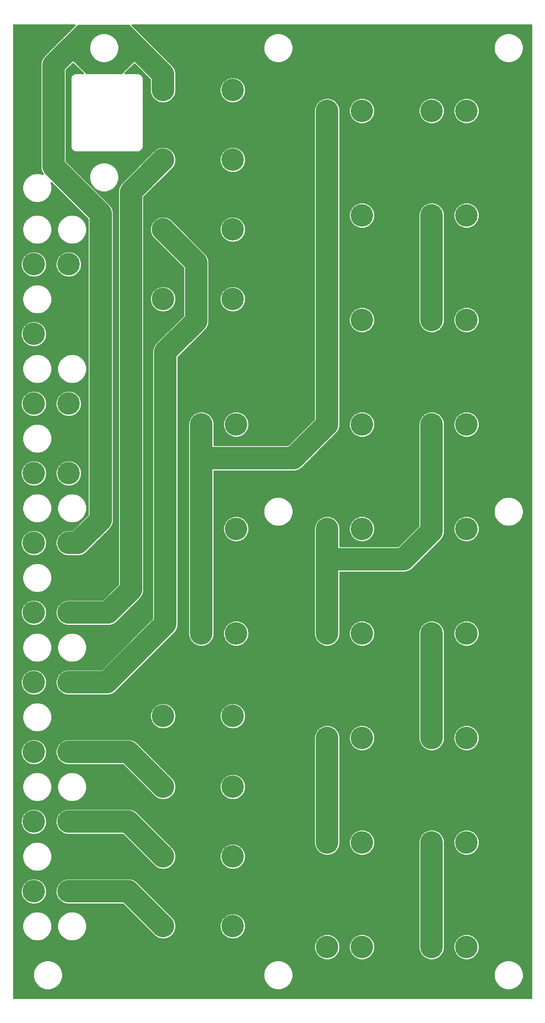
<source format=gtl>
G75*
%MOIN*%
%OFA0B0*%
%FSLAX24Y24*%
%IPPOS*%
%LPD*%
%AMOC8*
5,1,8,0,0,1.08239X$1,22.5*
%
%ADD10C,0.2000*%
%ADD11C,0.2000*%
%ADD12C,0.0160*%
D10*
X011430Y019143D03*
X014530Y019143D03*
X014530Y025343D03*
X011430Y025343D03*
X011430Y031543D03*
X014530Y031543D03*
X014530Y037743D03*
X011430Y037743D03*
X011430Y043943D03*
X014530Y043943D03*
X014530Y050143D03*
X011430Y050143D03*
X011430Y056343D03*
X014530Y056343D03*
X014530Y062543D03*
X011430Y062543D03*
X011430Y068743D03*
X014530Y068743D03*
X014530Y074943D03*
X011430Y074943D03*
X022930Y071843D03*
X022930Y078043D03*
X022930Y084243D03*
X022930Y090443D03*
X029130Y090443D03*
X029130Y084243D03*
X029130Y078043D03*
X029130Y071843D03*
X029430Y063793D03*
X029430Y060693D03*
X026330Y060693D03*
X029430Y054493D03*
X029430Y051393D03*
X026330Y051393D03*
X029430Y045193D03*
X029430Y042093D03*
X026330Y042093D03*
X029130Y034743D03*
X029130Y028443D03*
X029130Y022243D03*
X029130Y016043D03*
X022930Y016043D03*
X022930Y022243D03*
X022930Y028443D03*
X022930Y034743D03*
X037530Y032793D03*
X040630Y032793D03*
X040630Y035893D03*
X040630Y042093D03*
X040630Y045193D03*
X037530Y042093D03*
X037530Y051393D03*
X040630Y051393D03*
X040630Y054493D03*
X040630Y060693D03*
X040630Y063793D03*
X037530Y060693D03*
X037530Y069993D03*
X040630Y069993D03*
X040630Y073093D03*
X040630Y079293D03*
X040630Y082393D03*
X037530Y079293D03*
X037530Y088593D03*
X040630Y088593D03*
X040630Y091693D03*
X046830Y088593D03*
X049930Y088593D03*
X049930Y091693D03*
X049930Y082393D03*
X049930Y079293D03*
X046830Y079293D03*
X049930Y073093D03*
X049930Y069993D03*
X046830Y069993D03*
X049930Y063793D03*
X049930Y060693D03*
X046830Y060693D03*
X049930Y054493D03*
X049930Y051393D03*
X046830Y051393D03*
X049930Y045193D03*
X049930Y042093D03*
X046830Y042093D03*
X049930Y035893D03*
X049930Y032793D03*
X046830Y032793D03*
X049930Y026593D03*
X049930Y023493D03*
X046830Y023493D03*
X049930Y017293D03*
X049930Y014193D03*
X046830Y014193D03*
X040630Y014193D03*
X040630Y017293D03*
X037530Y014193D03*
X037530Y023493D03*
X040630Y023493D03*
X040630Y026593D03*
D11*
X037530Y023493D02*
X037530Y032793D01*
X037530Y042093D02*
X037530Y048693D01*
X044330Y048693D01*
X046830Y051193D01*
X046830Y051393D01*
X046830Y060693D01*
X046830Y069993D02*
X046830Y079293D01*
X037530Y079293D02*
X037530Y069993D01*
X037530Y060693D01*
X034530Y057693D01*
X026330Y057693D01*
X026330Y060693D01*
X026330Y060043D01*
X026330Y057693D02*
X026330Y051393D01*
X026330Y042093D01*
X023130Y042943D02*
X017930Y037743D01*
X014530Y037743D01*
X014530Y031543D02*
X019830Y031543D01*
X022930Y028443D01*
X019830Y025343D02*
X022930Y022243D01*
X019830Y019143D02*
X022930Y016043D01*
X019830Y019143D02*
X014530Y019143D01*
X014530Y025343D02*
X019830Y025343D01*
X023130Y042943D02*
X023130Y067143D01*
X025880Y069893D01*
X025880Y075093D01*
X022930Y078043D01*
X020080Y081393D02*
X022930Y084243D01*
X020080Y081393D02*
X020080Y047193D01*
X020080Y047018D01*
X020080Y045993D01*
X018030Y043943D01*
X014530Y043943D01*
X014530Y050143D02*
X015330Y050143D01*
X017380Y052193D01*
X017380Y079443D01*
X013180Y083643D01*
X013180Y092693D01*
X014680Y094193D01*
X020580Y094193D02*
X022930Y091843D01*
X022930Y090443D01*
X037530Y088593D02*
X037530Y079293D01*
X037530Y051393D02*
X037530Y048693D01*
X046830Y042093D02*
X046830Y032793D01*
X046830Y023493D02*
X046830Y014193D01*
D12*
X009660Y009673D02*
X009660Y096213D01*
X015061Y096213D01*
X013970Y095123D01*
X013968Y095122D01*
X012468Y093622D01*
X012252Y093406D01*
X012099Y093141D01*
X012020Y092846D01*
X012020Y083491D01*
X012099Y083196D01*
X012218Y082989D01*
X011905Y083073D01*
X011555Y083073D01*
X011217Y082983D01*
X010913Y082808D01*
X010666Y082560D01*
X010491Y082257D01*
X010400Y081918D01*
X010400Y081568D01*
X010491Y081230D01*
X010666Y080927D01*
X010913Y080679D01*
X011217Y080504D01*
X011555Y080413D01*
X011905Y080413D01*
X012243Y080504D01*
X012547Y080679D01*
X012794Y080927D01*
X012969Y081230D01*
X013060Y081568D01*
X013060Y081918D01*
X012985Y082198D01*
X016220Y078963D01*
X016220Y052674D01*
X014850Y051303D01*
X014377Y051303D01*
X014082Y051224D01*
X013818Y051072D01*
X013602Y050856D01*
X013449Y050591D01*
X013370Y050296D01*
X013370Y049991D01*
X013449Y049696D01*
X013602Y049431D01*
X013818Y049215D01*
X014082Y049062D01*
X014377Y048983D01*
X015483Y048983D01*
X015778Y049062D01*
X016042Y049215D01*
X018092Y051265D01*
X018308Y051481D01*
X018461Y051746D01*
X018540Y052041D01*
X018540Y079596D01*
X018461Y079891D01*
X018308Y080156D01*
X018092Y080372D01*
X014340Y084124D01*
X014340Y092213D01*
X014922Y092795D01*
X015782Y091948D01*
X015080Y091948D01*
X014894Y091871D01*
X014752Y091729D01*
X014675Y091544D01*
X014675Y085343D01*
X014752Y085157D01*
X014894Y085015D01*
X015080Y084938D01*
X020780Y084938D01*
X020966Y085015D01*
X021108Y085157D01*
X021185Y085343D01*
X021185Y091544D01*
X021108Y091729D01*
X020966Y091871D01*
X020780Y091948D01*
X019574Y091948D01*
X020379Y092753D01*
X021770Y091363D01*
X021770Y090291D01*
X021849Y089996D01*
X022002Y089731D01*
X022218Y089515D01*
X022482Y089362D01*
X022777Y089283D01*
X023083Y089283D01*
X023378Y089362D01*
X023642Y089515D01*
X023858Y089731D01*
X024011Y089996D01*
X024090Y090291D01*
X024090Y091996D01*
X024011Y092291D01*
X023858Y092556D01*
X021292Y095122D01*
X021290Y095123D01*
X020199Y096213D01*
X055700Y096213D01*
X055700Y009673D01*
X009660Y009673D01*
X009660Y009827D02*
X055700Y009827D01*
X055700Y009986D02*
X009660Y009986D01*
X009660Y010144D02*
X055700Y010144D01*
X055700Y010303D02*
X009660Y010303D01*
X009660Y010461D02*
X012154Y010461D01*
X012167Y010454D02*
X012505Y010363D01*
X012855Y010363D01*
X013193Y010454D01*
X013497Y010629D01*
X013744Y010877D01*
X013919Y011180D01*
X014010Y011518D01*
X014010Y011868D01*
X013919Y012207D01*
X013744Y012510D01*
X013497Y012758D01*
X013193Y012933D01*
X012855Y013023D01*
X012505Y013023D01*
X012167Y012933D01*
X011863Y012758D01*
X011616Y012510D01*
X011441Y012207D01*
X011350Y011868D01*
X011350Y011518D01*
X011441Y011180D01*
X011616Y010877D01*
X011863Y010629D01*
X012167Y010454D01*
X011879Y010620D02*
X009660Y010620D01*
X009660Y010778D02*
X011714Y010778D01*
X011581Y010937D02*
X009660Y010937D01*
X009660Y011095D02*
X011490Y011095D01*
X011421Y011254D02*
X009660Y011254D01*
X009660Y011412D02*
X011378Y011412D01*
X011350Y011571D02*
X009660Y011571D01*
X009660Y011729D02*
X011350Y011729D01*
X011355Y011888D02*
X009660Y011888D01*
X009660Y012046D02*
X011398Y012046D01*
X011440Y012205D02*
X009660Y012205D01*
X009660Y012363D02*
X011531Y012363D01*
X011628Y012522D02*
X009660Y012522D01*
X009660Y012680D02*
X011786Y012680D01*
X012004Y012839D02*
X009660Y012839D01*
X009660Y012997D02*
X012408Y012997D01*
X012952Y012997D02*
X032908Y012997D01*
X033005Y013023D02*
X032667Y012933D01*
X032363Y012758D01*
X032116Y012510D01*
X031941Y012207D01*
X031850Y011868D01*
X031850Y011518D01*
X031941Y011180D01*
X032116Y010877D01*
X032363Y010629D01*
X032667Y010454D01*
X033005Y010363D01*
X033355Y010363D01*
X033693Y010454D01*
X033997Y010629D01*
X034244Y010877D01*
X034419Y011180D01*
X034510Y011518D01*
X034510Y011868D01*
X034419Y012207D01*
X034244Y012510D01*
X033997Y012758D01*
X033693Y012933D01*
X033355Y013023D01*
X033005Y013023D01*
X033452Y012997D02*
X053408Y012997D01*
X053505Y013023D02*
X053167Y012933D01*
X052863Y012758D01*
X052616Y012510D01*
X052441Y012207D01*
X052350Y011868D01*
X052350Y011518D01*
X052441Y011180D01*
X052616Y010877D01*
X052863Y010629D01*
X053167Y010454D01*
X053505Y010363D01*
X053855Y010363D01*
X054193Y010454D01*
X054497Y010629D01*
X054744Y010877D01*
X054919Y011180D01*
X055010Y011518D01*
X055010Y011868D01*
X054919Y012207D01*
X054744Y012510D01*
X054497Y012758D01*
X054193Y012933D01*
X053855Y013023D01*
X053505Y013023D01*
X053952Y012997D02*
X055700Y012997D01*
X055700Y012839D02*
X054356Y012839D01*
X054574Y012680D02*
X055700Y012680D01*
X055700Y012522D02*
X054732Y012522D01*
X054829Y012363D02*
X055700Y012363D01*
X055700Y012205D02*
X054920Y012205D01*
X054962Y012046D02*
X055700Y012046D01*
X055700Y011888D02*
X055005Y011888D01*
X055010Y011729D02*
X055700Y011729D01*
X055700Y011571D02*
X055010Y011571D01*
X054982Y011412D02*
X055700Y011412D01*
X055700Y011254D02*
X054939Y011254D01*
X054870Y011095D02*
X055700Y011095D01*
X055700Y010937D02*
X054779Y010937D01*
X054646Y010778D02*
X055700Y010778D01*
X055700Y010620D02*
X054481Y010620D01*
X054206Y010461D02*
X055700Y010461D01*
X053154Y010461D02*
X033706Y010461D01*
X033981Y010620D02*
X052879Y010620D01*
X052714Y010778D02*
X034146Y010778D01*
X034279Y010937D02*
X052581Y010937D01*
X052490Y011095D02*
X034370Y011095D01*
X034439Y011254D02*
X052421Y011254D01*
X052378Y011412D02*
X034482Y011412D01*
X034510Y011571D02*
X052350Y011571D01*
X052350Y011729D02*
X034510Y011729D01*
X034505Y011888D02*
X052355Y011888D01*
X052398Y012046D02*
X034462Y012046D01*
X034420Y012205D02*
X052440Y012205D01*
X052531Y012363D02*
X034329Y012363D01*
X034232Y012522D02*
X052628Y012522D01*
X052786Y012680D02*
X034074Y012680D01*
X033856Y012839D02*
X053004Y012839D01*
X051011Y013746D02*
X051090Y014041D01*
X051090Y014346D01*
X051011Y014641D01*
X050858Y014906D01*
X050642Y015122D01*
X050378Y015274D01*
X050083Y015353D01*
X049777Y015353D01*
X049482Y015274D01*
X049218Y015122D01*
X049002Y014906D01*
X048849Y014641D01*
X048770Y014346D01*
X048770Y014041D01*
X048849Y013746D01*
X049002Y013481D01*
X049218Y013265D01*
X049482Y013112D01*
X049777Y013033D01*
X050083Y013033D01*
X050378Y013112D01*
X050642Y013265D01*
X050858Y013481D01*
X051011Y013746D01*
X051023Y013790D02*
X055700Y013790D01*
X055700Y013948D02*
X051065Y013948D01*
X051090Y014107D02*
X055700Y014107D01*
X055700Y014265D02*
X051090Y014265D01*
X051069Y014424D02*
X055700Y014424D01*
X055700Y014582D02*
X051027Y014582D01*
X050953Y014741D02*
X055700Y014741D01*
X055700Y014899D02*
X050862Y014899D01*
X050706Y015058D02*
X055700Y015058D01*
X055700Y015216D02*
X050478Y015216D01*
X049382Y015216D02*
X047990Y015216D01*
X047990Y015058D02*
X049154Y015058D01*
X048998Y014899D02*
X047990Y014899D01*
X047990Y014741D02*
X048907Y014741D01*
X048833Y014582D02*
X047990Y014582D01*
X047990Y014424D02*
X048791Y014424D01*
X048770Y014265D02*
X047990Y014265D01*
X047990Y014107D02*
X048770Y014107D01*
X048795Y013948D02*
X047965Y013948D01*
X047990Y014041D02*
X047990Y023341D01*
X047990Y023646D01*
X047911Y023941D01*
X047758Y024206D01*
X047542Y024422D01*
X047278Y024574D01*
X046983Y024653D01*
X046677Y024653D01*
X046382Y024574D01*
X046118Y024422D01*
X045902Y024206D01*
X045749Y023941D01*
X045670Y023646D01*
X045670Y014041D01*
X045749Y013746D01*
X045902Y013481D01*
X046118Y013265D01*
X046382Y013112D01*
X046677Y013033D01*
X046983Y013033D01*
X047278Y013112D01*
X047542Y013265D01*
X047758Y013481D01*
X047911Y013746D01*
X047990Y014041D01*
X047923Y013790D02*
X048837Y013790D01*
X048915Y013631D02*
X047845Y013631D01*
X047750Y013473D02*
X049010Y013473D01*
X049169Y013314D02*
X047591Y013314D01*
X047353Y013156D02*
X049407Y013156D01*
X050453Y013156D02*
X055700Y013156D01*
X055700Y013314D02*
X050691Y013314D01*
X050850Y013473D02*
X055700Y013473D01*
X055700Y013631D02*
X050945Y013631D01*
X047990Y015375D02*
X055700Y015375D01*
X055700Y015533D02*
X047990Y015533D01*
X047990Y015692D02*
X055700Y015692D01*
X055700Y015850D02*
X047990Y015850D01*
X047990Y016009D02*
X055700Y016009D01*
X055700Y016167D02*
X047990Y016167D01*
X047990Y016326D02*
X055700Y016326D01*
X055700Y016484D02*
X047990Y016484D01*
X047990Y016643D02*
X055700Y016643D01*
X055700Y016801D02*
X047990Y016801D01*
X047990Y016960D02*
X055700Y016960D01*
X055700Y017118D02*
X047990Y017118D01*
X047990Y017277D02*
X055700Y017277D01*
X055700Y017435D02*
X047990Y017435D01*
X047990Y017594D02*
X055700Y017594D01*
X055700Y017752D02*
X047990Y017752D01*
X047990Y017911D02*
X055700Y017911D01*
X055700Y018069D02*
X047990Y018069D01*
X047990Y018228D02*
X055700Y018228D01*
X055700Y018386D02*
X047990Y018386D01*
X047990Y018545D02*
X055700Y018545D01*
X055700Y018703D02*
X047990Y018703D01*
X047990Y018862D02*
X055700Y018862D01*
X055700Y019020D02*
X047990Y019020D01*
X047990Y019179D02*
X055700Y019179D01*
X055700Y019337D02*
X047990Y019337D01*
X047990Y019496D02*
X055700Y019496D01*
X055700Y019654D02*
X047990Y019654D01*
X047990Y019813D02*
X055700Y019813D01*
X055700Y019971D02*
X047990Y019971D01*
X047990Y020130D02*
X055700Y020130D01*
X055700Y020288D02*
X047990Y020288D01*
X047990Y020447D02*
X055700Y020447D01*
X055700Y020605D02*
X047990Y020605D01*
X047990Y020764D02*
X055700Y020764D01*
X055700Y020922D02*
X047990Y020922D01*
X047990Y021081D02*
X055700Y021081D01*
X055700Y021239D02*
X047990Y021239D01*
X047990Y021398D02*
X055700Y021398D01*
X055700Y021556D02*
X047990Y021556D01*
X047990Y021715D02*
X055700Y021715D01*
X055700Y021873D02*
X047990Y021873D01*
X047990Y022032D02*
X055700Y022032D01*
X055700Y022190D02*
X047990Y022190D01*
X047990Y022349D02*
X049719Y022349D01*
X049777Y022333D02*
X050083Y022333D01*
X050378Y022412D01*
X050642Y022565D01*
X050858Y022781D01*
X051011Y023046D01*
X051090Y023341D01*
X051090Y023646D01*
X051011Y023941D01*
X050858Y024206D01*
X050642Y024422D01*
X050378Y024574D01*
X050083Y024653D01*
X049777Y024653D01*
X049482Y024574D01*
X049218Y024422D01*
X049002Y024206D01*
X048849Y023941D01*
X048770Y023646D01*
X048770Y023341D01*
X048849Y023046D01*
X049002Y022781D01*
X049218Y022565D01*
X049482Y022412D01*
X049777Y022333D01*
X050141Y022349D02*
X055700Y022349D01*
X055700Y022507D02*
X050542Y022507D01*
X050743Y022666D02*
X055700Y022666D01*
X055700Y022824D02*
X050883Y022824D01*
X050975Y022983D02*
X055700Y022983D01*
X055700Y023141D02*
X051037Y023141D01*
X051079Y023300D02*
X055700Y023300D01*
X055700Y023458D02*
X051090Y023458D01*
X051090Y023617D02*
X055700Y023617D01*
X055700Y023775D02*
X051055Y023775D01*
X051013Y023934D02*
X055700Y023934D01*
X055700Y024092D02*
X050924Y024092D01*
X050813Y024251D02*
X055700Y024251D01*
X055700Y024409D02*
X050654Y024409D01*
X050389Y024568D02*
X055700Y024568D01*
X055700Y024726D02*
X038690Y024726D01*
X038690Y024568D02*
X040171Y024568D01*
X040182Y024574D02*
X039918Y024422D01*
X039702Y024206D01*
X039549Y023941D01*
X039470Y023646D01*
X039470Y023341D01*
X039549Y023046D01*
X039702Y022781D01*
X039918Y022565D01*
X040182Y022412D01*
X040477Y022333D01*
X040783Y022333D01*
X041078Y022412D01*
X041342Y022565D01*
X041558Y022781D01*
X041711Y023046D01*
X041790Y023341D01*
X041790Y023646D01*
X041711Y023941D01*
X041558Y024206D01*
X041342Y024422D01*
X041078Y024574D01*
X040783Y024653D01*
X040477Y024653D01*
X040182Y024574D01*
X039906Y024409D02*
X038690Y024409D01*
X038690Y024251D02*
X039747Y024251D01*
X039636Y024092D02*
X038690Y024092D01*
X038690Y023934D02*
X039547Y023934D01*
X039505Y023775D02*
X038690Y023775D01*
X038690Y023617D02*
X039470Y023617D01*
X039470Y023458D02*
X038690Y023458D01*
X038690Y023341D02*
X038611Y023046D01*
X038458Y022781D01*
X038242Y022565D01*
X037978Y022412D01*
X037683Y022333D01*
X037377Y022333D01*
X037082Y022412D01*
X036818Y022565D01*
X036602Y022781D01*
X036449Y023046D01*
X036370Y023341D01*
X036370Y032946D01*
X036449Y033241D01*
X036602Y033506D01*
X036818Y033722D01*
X037082Y033874D01*
X037377Y033953D01*
X037683Y033953D01*
X037978Y033874D01*
X038242Y033722D01*
X038458Y033506D01*
X038611Y033241D01*
X038690Y032946D01*
X038690Y023341D01*
X038679Y023300D02*
X039481Y023300D01*
X039523Y023141D02*
X038637Y023141D01*
X038575Y022983D02*
X039585Y022983D01*
X039677Y022824D02*
X038483Y022824D01*
X038343Y022666D02*
X039817Y022666D01*
X040018Y022507D02*
X038142Y022507D01*
X037741Y022349D02*
X040419Y022349D01*
X040841Y022349D02*
X045670Y022349D01*
X045670Y022507D02*
X041242Y022507D01*
X041443Y022666D02*
X045670Y022666D01*
X045670Y022824D02*
X041583Y022824D01*
X041675Y022983D02*
X045670Y022983D01*
X045670Y023141D02*
X041737Y023141D01*
X041779Y023300D02*
X045670Y023300D01*
X045670Y023458D02*
X041790Y023458D01*
X041790Y023617D02*
X045670Y023617D01*
X045705Y023775D02*
X041755Y023775D01*
X041713Y023934D02*
X045747Y023934D01*
X045836Y024092D02*
X041624Y024092D01*
X041513Y024251D02*
X045947Y024251D01*
X046106Y024409D02*
X041354Y024409D01*
X041089Y024568D02*
X046371Y024568D01*
X047289Y024568D02*
X049471Y024568D01*
X049206Y024409D02*
X047554Y024409D01*
X047713Y024251D02*
X049047Y024251D01*
X048936Y024092D02*
X047824Y024092D01*
X047913Y023934D02*
X048847Y023934D01*
X048805Y023775D02*
X047955Y023775D01*
X047990Y023617D02*
X048770Y023617D01*
X048770Y023458D02*
X047990Y023458D01*
X047990Y023300D02*
X048781Y023300D01*
X048823Y023141D02*
X047990Y023141D01*
X047990Y022983D02*
X048885Y022983D01*
X048977Y022824D02*
X047990Y022824D01*
X047990Y022666D02*
X049117Y022666D01*
X049318Y022507D02*
X047990Y022507D01*
X045670Y022190D02*
X030290Y022190D01*
X030290Y022091D02*
X030211Y021796D01*
X030058Y021531D01*
X029842Y021315D01*
X029578Y021162D01*
X029283Y021083D01*
X028977Y021083D01*
X028682Y021162D01*
X028418Y021315D01*
X028202Y021531D01*
X028049Y021796D01*
X027970Y022091D01*
X027970Y022396D01*
X028049Y022691D01*
X028202Y022956D01*
X028418Y023172D01*
X028682Y023324D01*
X028977Y023403D01*
X029283Y023403D01*
X029578Y023324D01*
X029842Y023172D01*
X030058Y022956D01*
X030211Y022691D01*
X030290Y022396D01*
X030290Y022091D01*
X030274Y022032D02*
X045670Y022032D01*
X045670Y021873D02*
X030232Y021873D01*
X030164Y021715D02*
X045670Y021715D01*
X045670Y021556D02*
X030073Y021556D01*
X029925Y021398D02*
X045670Y021398D01*
X045670Y021239D02*
X029711Y021239D01*
X030290Y022349D02*
X037319Y022349D01*
X036918Y022507D02*
X030260Y022507D01*
X030218Y022666D02*
X036717Y022666D01*
X036577Y022824D02*
X030134Y022824D01*
X030031Y022983D02*
X036485Y022983D01*
X036423Y023141D02*
X029872Y023141D01*
X029620Y023300D02*
X036381Y023300D01*
X036370Y023458D02*
X023355Y023458D01*
X023197Y023617D02*
X036370Y023617D01*
X036370Y023775D02*
X023038Y023775D01*
X022880Y023934D02*
X036370Y023934D01*
X036370Y024092D02*
X022721Y024092D01*
X022563Y024251D02*
X036370Y024251D01*
X036370Y024409D02*
X022404Y024409D01*
X022246Y024568D02*
X036370Y024568D01*
X036370Y024726D02*
X022087Y024726D01*
X021929Y024885D02*
X036370Y024885D01*
X036370Y025043D02*
X021770Y025043D01*
X021612Y025202D02*
X036370Y025202D01*
X036370Y025360D02*
X021453Y025360D01*
X021295Y025519D02*
X036370Y025519D01*
X036370Y025677D02*
X021136Y025677D01*
X020978Y025836D02*
X036370Y025836D01*
X036370Y025994D02*
X020819Y025994D01*
X020661Y026153D02*
X036370Y026153D01*
X036370Y026311D02*
X020473Y026311D01*
X020542Y026272D02*
X020278Y026424D01*
X019983Y026503D01*
X014683Y026503D01*
X014377Y026503D01*
X014082Y026424D01*
X013818Y026272D01*
X013602Y026056D01*
X013449Y025791D01*
X013370Y025496D01*
X013370Y025191D01*
X013449Y024896D01*
X013602Y024631D01*
X013818Y024415D01*
X014082Y024262D01*
X014377Y024183D01*
X019350Y024183D01*
X022218Y021315D01*
X022482Y021162D01*
X022777Y021083D01*
X023083Y021083D01*
X023378Y021162D01*
X023642Y021315D01*
X023858Y021531D01*
X024011Y021796D01*
X024090Y022091D01*
X024090Y022396D01*
X024011Y022691D01*
X023858Y022956D01*
X020542Y026272D01*
X020108Y026470D02*
X036370Y026470D01*
X036370Y026628D02*
X009660Y026628D01*
X009660Y026470D02*
X011152Y026470D01*
X011277Y026503D02*
X010982Y026424D01*
X010718Y026272D01*
X010502Y026056D01*
X010349Y025791D01*
X010270Y025496D01*
X010270Y025191D01*
X010349Y024896D01*
X010502Y024631D01*
X010718Y024415D01*
X010982Y024262D01*
X011277Y024183D01*
X011583Y024183D01*
X011878Y024262D01*
X012142Y024415D01*
X012358Y024631D01*
X012511Y024896D01*
X012590Y025191D01*
X012590Y025496D01*
X012511Y025791D01*
X012358Y026056D01*
X012142Y026272D01*
X011878Y026424D01*
X011583Y026503D01*
X011277Y026503D01*
X011708Y026470D02*
X014252Y026470D01*
X013887Y026311D02*
X012073Y026311D01*
X012261Y026153D02*
X013699Y026153D01*
X013566Y025994D02*
X012394Y025994D01*
X012485Y025836D02*
X013475Y025836D01*
X013419Y025677D02*
X012541Y025677D01*
X012584Y025519D02*
X013376Y025519D01*
X013370Y025360D02*
X012590Y025360D01*
X012590Y025202D02*
X013370Y025202D01*
X013409Y025043D02*
X012551Y025043D01*
X012505Y024885D02*
X013455Y024885D01*
X013547Y024726D02*
X012413Y024726D01*
X012295Y024568D02*
X013665Y024568D01*
X013828Y024409D02*
X012132Y024409D01*
X011835Y024251D02*
X014125Y024251D01*
X012794Y023060D02*
X012969Y022757D01*
X013060Y022418D01*
X013060Y022068D01*
X012969Y021730D01*
X012794Y021427D01*
X012547Y021179D01*
X012243Y021004D01*
X011905Y020913D01*
X011555Y020913D01*
X011217Y021004D01*
X010913Y021179D01*
X010666Y021427D01*
X010491Y021730D01*
X010400Y022068D01*
X010400Y022418D01*
X010491Y022757D01*
X010666Y023060D01*
X010913Y023308D01*
X011217Y023483D01*
X011555Y023573D01*
X011905Y023573D01*
X012243Y023483D01*
X012547Y023308D01*
X012794Y023060D01*
X012839Y022983D02*
X020550Y022983D01*
X020391Y023141D02*
X012713Y023141D01*
X012554Y023300D02*
X020233Y023300D01*
X020074Y023458D02*
X012286Y023458D01*
X012930Y022824D02*
X020708Y022824D01*
X020867Y022666D02*
X012994Y022666D01*
X013036Y022507D02*
X021025Y022507D01*
X021184Y022349D02*
X013060Y022349D01*
X013060Y022190D02*
X021342Y022190D01*
X021501Y022032D02*
X013050Y022032D01*
X013008Y021873D02*
X021659Y021873D01*
X021818Y021715D02*
X012961Y021715D01*
X012869Y021556D02*
X021976Y021556D01*
X022135Y021398D02*
X012765Y021398D01*
X012607Y021239D02*
X022349Y021239D01*
X021276Y019337D02*
X045670Y019337D01*
X045670Y019179D02*
X021435Y019179D01*
X021593Y019020D02*
X045670Y019020D01*
X045670Y018862D02*
X021752Y018862D01*
X021910Y018703D02*
X045670Y018703D01*
X045670Y018545D02*
X022069Y018545D01*
X022227Y018386D02*
X045670Y018386D01*
X045670Y018228D02*
X022386Y018228D01*
X022544Y018069D02*
X045670Y018069D01*
X045670Y017911D02*
X022703Y017911D01*
X022861Y017752D02*
X045670Y017752D01*
X045670Y017594D02*
X023020Y017594D01*
X023178Y017435D02*
X045670Y017435D01*
X045670Y017277D02*
X023337Y017277D01*
X023495Y017118D02*
X028672Y017118D01*
X028682Y017124D02*
X028418Y016972D01*
X028202Y016756D01*
X028049Y016491D01*
X027970Y016196D01*
X027970Y015891D01*
X028049Y015596D01*
X028202Y015331D01*
X028418Y015115D01*
X028682Y014962D01*
X028977Y014883D01*
X029283Y014883D01*
X029578Y014962D01*
X029842Y015115D01*
X030058Y015331D01*
X030211Y015596D01*
X030290Y015891D01*
X030290Y016196D01*
X030211Y016491D01*
X030058Y016756D01*
X029842Y016972D01*
X029578Y017124D01*
X029283Y017203D01*
X028977Y017203D01*
X028682Y017124D01*
X028406Y016960D02*
X023654Y016960D01*
X023812Y016801D02*
X028248Y016801D01*
X028137Y016643D02*
X023923Y016643D01*
X023858Y016756D02*
X020542Y020072D01*
X020278Y020224D01*
X019983Y020303D01*
X014683Y020303D01*
X014377Y020303D01*
X014082Y020224D01*
X013818Y020072D01*
X013602Y019856D01*
X013449Y019591D01*
X013370Y019296D01*
X013370Y018991D01*
X013449Y018696D01*
X013602Y018431D01*
X013818Y018215D01*
X014082Y018062D01*
X014377Y017983D01*
X019350Y017983D01*
X022218Y015115D01*
X022482Y014962D01*
X022777Y014883D01*
X023083Y014883D01*
X023378Y014962D01*
X023642Y015115D01*
X023858Y015331D01*
X024011Y015596D01*
X024090Y015891D01*
X024090Y016196D01*
X024011Y016491D01*
X023858Y016756D01*
X024013Y016484D02*
X028047Y016484D01*
X028005Y016326D02*
X024055Y016326D01*
X024090Y016167D02*
X027970Y016167D01*
X027970Y016009D02*
X024090Y016009D01*
X024079Y015850D02*
X027981Y015850D01*
X028023Y015692D02*
X024037Y015692D01*
X023975Y015533D02*
X028085Y015533D01*
X028176Y015375D02*
X023883Y015375D01*
X023743Y015216D02*
X028317Y015216D01*
X028517Y015058D02*
X023543Y015058D01*
X023142Y014899D02*
X028918Y014899D01*
X029342Y014899D02*
X036598Y014899D01*
X036602Y014906D02*
X036449Y014641D01*
X036370Y014346D01*
X036370Y014041D01*
X036449Y013746D01*
X036602Y013481D01*
X036818Y013265D01*
X037082Y013112D01*
X037377Y013033D01*
X037683Y013033D01*
X037978Y013112D01*
X038242Y013265D01*
X038458Y013481D01*
X038611Y013746D01*
X038690Y014041D01*
X038690Y014346D01*
X038611Y014641D01*
X038458Y014906D01*
X038242Y015122D01*
X037978Y015274D01*
X037683Y015353D01*
X037377Y015353D01*
X037082Y015274D01*
X036818Y015122D01*
X036602Y014906D01*
X036507Y014741D02*
X015108Y014741D01*
X015005Y014713D02*
X015343Y014804D01*
X015647Y014979D01*
X015894Y015227D01*
X016069Y015530D01*
X016160Y015868D01*
X016160Y016218D01*
X016069Y016557D01*
X015894Y016860D01*
X015647Y017108D01*
X015343Y017283D01*
X015005Y017373D01*
X014655Y017373D01*
X014317Y017283D01*
X014013Y017108D01*
X013766Y016860D01*
X013591Y016557D01*
X013500Y016218D01*
X013500Y015868D01*
X013591Y015530D01*
X013766Y015227D01*
X014013Y014979D01*
X014317Y014804D01*
X014655Y014713D01*
X015005Y014713D01*
X014552Y014741D02*
X012008Y014741D01*
X011905Y014713D02*
X012243Y014804D01*
X012547Y014979D01*
X012794Y015227D01*
X012969Y015530D01*
X013060Y015868D01*
X013060Y016218D01*
X012969Y016557D01*
X012794Y016860D01*
X012547Y017108D01*
X012243Y017283D01*
X011905Y017373D01*
X011555Y017373D01*
X011217Y017283D01*
X010913Y017108D01*
X010666Y016860D01*
X010491Y016557D01*
X010400Y016218D01*
X010400Y015868D01*
X010491Y015530D01*
X010666Y015227D01*
X010913Y014979D01*
X011217Y014804D01*
X011555Y014713D01*
X011905Y014713D01*
X011452Y014741D02*
X009660Y014741D01*
X009660Y014899D02*
X011051Y014899D01*
X010835Y015058D02*
X009660Y015058D01*
X009660Y015216D02*
X010676Y015216D01*
X010580Y015375D02*
X009660Y015375D01*
X009660Y015533D02*
X010490Y015533D01*
X010447Y015692D02*
X009660Y015692D01*
X009660Y015850D02*
X010405Y015850D01*
X010400Y016009D02*
X009660Y016009D01*
X009660Y016167D02*
X010400Y016167D01*
X010429Y016326D02*
X009660Y016326D01*
X009660Y016484D02*
X010471Y016484D01*
X010540Y016643D02*
X009660Y016643D01*
X009660Y016801D02*
X010632Y016801D01*
X010766Y016960D02*
X009660Y016960D01*
X009660Y017118D02*
X010932Y017118D01*
X011207Y017277D02*
X009660Y017277D01*
X009660Y017435D02*
X019897Y017435D01*
X019739Y017594D02*
X009660Y017594D01*
X009660Y017752D02*
X019580Y017752D01*
X019422Y017911D02*
X009660Y017911D01*
X009660Y018069D02*
X010970Y018069D01*
X010982Y018062D02*
X011277Y017983D01*
X011583Y017983D01*
X011878Y018062D01*
X012142Y018215D01*
X012358Y018431D01*
X012511Y018696D01*
X012590Y018991D01*
X012590Y019296D01*
X012511Y019591D01*
X012358Y019856D01*
X012142Y020072D01*
X011878Y020224D01*
X011583Y020303D01*
X011277Y020303D01*
X010982Y020224D01*
X010718Y020072D01*
X010502Y019856D01*
X010349Y019591D01*
X010270Y019296D01*
X010270Y018991D01*
X010349Y018696D01*
X010502Y018431D01*
X010718Y018215D01*
X010982Y018062D01*
X010705Y018228D02*
X009660Y018228D01*
X009660Y018386D02*
X010546Y018386D01*
X010436Y018545D02*
X009660Y018545D01*
X009660Y018703D02*
X010347Y018703D01*
X010305Y018862D02*
X009660Y018862D01*
X009660Y019020D02*
X010270Y019020D01*
X010270Y019179D02*
X009660Y019179D01*
X009660Y019337D02*
X010281Y019337D01*
X010324Y019496D02*
X009660Y019496D01*
X009660Y019654D02*
X010386Y019654D01*
X010477Y019813D02*
X009660Y019813D01*
X009660Y019971D02*
X010618Y019971D01*
X010819Y020130D02*
X009660Y020130D01*
X009660Y020288D02*
X011221Y020288D01*
X011639Y020288D02*
X014321Y020288D01*
X013919Y020130D02*
X012041Y020130D01*
X012242Y019971D02*
X013718Y019971D01*
X013577Y019813D02*
X012383Y019813D01*
X012474Y019654D02*
X013486Y019654D01*
X013424Y019496D02*
X012536Y019496D01*
X012579Y019337D02*
X013381Y019337D01*
X013370Y019179D02*
X012590Y019179D01*
X012590Y019020D02*
X013370Y019020D01*
X013405Y018862D02*
X012555Y018862D01*
X012513Y018703D02*
X013447Y018703D01*
X013536Y018545D02*
X012424Y018545D01*
X012314Y018386D02*
X013646Y018386D01*
X013805Y018228D02*
X012155Y018228D01*
X011890Y018069D02*
X014070Y018069D01*
X014307Y017277D02*
X012253Y017277D01*
X012528Y017118D02*
X014032Y017118D01*
X013866Y016960D02*
X012694Y016960D01*
X012828Y016801D02*
X013732Y016801D01*
X013640Y016643D02*
X012920Y016643D01*
X012989Y016484D02*
X013571Y016484D01*
X013529Y016326D02*
X013031Y016326D01*
X013060Y016167D02*
X013500Y016167D01*
X013500Y016009D02*
X013060Y016009D01*
X013055Y015850D02*
X013505Y015850D01*
X013547Y015692D02*
X013013Y015692D01*
X012970Y015533D02*
X013590Y015533D01*
X013680Y015375D02*
X012880Y015375D01*
X012784Y015216D02*
X013776Y015216D01*
X013935Y015058D02*
X012625Y015058D01*
X012409Y014899D02*
X014151Y014899D01*
X013356Y012839D02*
X032504Y012839D01*
X032286Y012680D02*
X013574Y012680D01*
X013732Y012522D02*
X032128Y012522D01*
X032031Y012363D02*
X013829Y012363D01*
X013920Y012205D02*
X031940Y012205D01*
X031898Y012046D02*
X013962Y012046D01*
X014005Y011888D02*
X031855Y011888D01*
X031850Y011729D02*
X014010Y011729D01*
X014010Y011571D02*
X031850Y011571D01*
X031878Y011412D02*
X013982Y011412D01*
X013939Y011254D02*
X031921Y011254D01*
X031990Y011095D02*
X013870Y011095D01*
X013779Y010937D02*
X032081Y010937D01*
X032214Y010778D02*
X013646Y010778D01*
X013481Y010620D02*
X032379Y010620D01*
X032654Y010461D02*
X013206Y010461D01*
X015509Y014899D02*
X022718Y014899D01*
X022317Y015058D02*
X015725Y015058D01*
X015884Y015216D02*
X022117Y015216D01*
X021958Y015375D02*
X015980Y015375D01*
X016070Y015533D02*
X021800Y015533D01*
X021641Y015692D02*
X016113Y015692D01*
X016155Y015850D02*
X021483Y015850D01*
X021324Y016009D02*
X016160Y016009D01*
X016160Y016167D02*
X021166Y016167D01*
X021007Y016326D02*
X016131Y016326D01*
X016089Y016484D02*
X020849Y016484D01*
X020690Y016643D02*
X016020Y016643D01*
X015928Y016801D02*
X020531Y016801D01*
X020373Y016960D02*
X015794Y016960D01*
X015628Y017118D02*
X020214Y017118D01*
X020056Y017277D02*
X015353Y017277D01*
X012377Y021081D02*
X045670Y021081D01*
X045670Y020922D02*
X011939Y020922D01*
X011521Y020922D02*
X009660Y020922D01*
X009660Y020764D02*
X045670Y020764D01*
X045670Y020605D02*
X009660Y020605D01*
X009660Y020447D02*
X045670Y020447D01*
X045670Y020288D02*
X020039Y020288D01*
X020441Y020130D02*
X045670Y020130D01*
X045670Y019971D02*
X020642Y019971D01*
X020801Y019813D02*
X045670Y019813D01*
X045670Y019654D02*
X020959Y019654D01*
X021118Y019496D02*
X045670Y019496D01*
X045670Y017118D02*
X029588Y017118D01*
X029854Y016960D02*
X045670Y016960D01*
X045670Y016801D02*
X030012Y016801D01*
X030123Y016643D02*
X045670Y016643D01*
X045670Y016484D02*
X030213Y016484D01*
X030255Y016326D02*
X045670Y016326D01*
X045670Y016167D02*
X030290Y016167D01*
X030290Y016009D02*
X045670Y016009D01*
X045670Y015850D02*
X030279Y015850D01*
X030237Y015692D02*
X045670Y015692D01*
X045670Y015533D02*
X030175Y015533D01*
X030083Y015375D02*
X045670Y015375D01*
X045670Y015216D02*
X041178Y015216D01*
X041078Y015274D02*
X040783Y015353D01*
X040477Y015353D01*
X040182Y015274D01*
X039918Y015122D01*
X039702Y014906D01*
X039549Y014641D01*
X039470Y014346D01*
X039470Y014041D01*
X039549Y013746D01*
X039702Y013481D01*
X039918Y013265D01*
X040182Y013112D01*
X040477Y013033D01*
X040783Y013033D01*
X041078Y013112D01*
X041342Y013265D01*
X041558Y013481D01*
X041711Y013746D01*
X041790Y014041D01*
X041790Y014346D01*
X041711Y014641D01*
X041558Y014906D01*
X041342Y015122D01*
X041078Y015274D01*
X041406Y015058D02*
X045670Y015058D01*
X045670Y014899D02*
X041562Y014899D01*
X041653Y014741D02*
X045670Y014741D01*
X045670Y014582D02*
X041727Y014582D01*
X041769Y014424D02*
X045670Y014424D01*
X045670Y014265D02*
X041790Y014265D01*
X041790Y014107D02*
X045670Y014107D01*
X045695Y013948D02*
X041765Y013948D01*
X041723Y013790D02*
X045737Y013790D01*
X045815Y013631D02*
X041645Y013631D01*
X041550Y013473D02*
X045910Y013473D01*
X046069Y013314D02*
X041391Y013314D01*
X041153Y013156D02*
X046307Y013156D01*
X040107Y013156D02*
X038053Y013156D01*
X038291Y013314D02*
X039869Y013314D01*
X039710Y013473D02*
X038450Y013473D01*
X038545Y013631D02*
X039615Y013631D01*
X039537Y013790D02*
X038623Y013790D01*
X038665Y013948D02*
X039495Y013948D01*
X039470Y014107D02*
X038690Y014107D01*
X038690Y014265D02*
X039470Y014265D01*
X039491Y014424D02*
X038669Y014424D01*
X038627Y014582D02*
X039533Y014582D01*
X039607Y014741D02*
X038553Y014741D01*
X038462Y014899D02*
X039698Y014899D01*
X039854Y015058D02*
X038306Y015058D01*
X038078Y015216D02*
X040082Y015216D01*
X037007Y013156D02*
X009660Y013156D01*
X009660Y013314D02*
X036769Y013314D01*
X036610Y013473D02*
X009660Y013473D01*
X009660Y013631D02*
X036515Y013631D01*
X036437Y013790D02*
X009660Y013790D01*
X009660Y013948D02*
X036395Y013948D01*
X036370Y014107D02*
X009660Y014107D01*
X009660Y014265D02*
X036370Y014265D01*
X036391Y014424D02*
X009660Y014424D01*
X009660Y014582D02*
X036433Y014582D01*
X036754Y015058D02*
X029743Y015058D01*
X029943Y015216D02*
X036982Y015216D01*
X038690Y024885D02*
X055700Y024885D01*
X055700Y025043D02*
X038690Y025043D01*
X038690Y025202D02*
X055700Y025202D01*
X055700Y025360D02*
X038690Y025360D01*
X038690Y025519D02*
X055700Y025519D01*
X055700Y025677D02*
X038690Y025677D01*
X038690Y025836D02*
X055700Y025836D01*
X055700Y025994D02*
X038690Y025994D01*
X038690Y026153D02*
X055700Y026153D01*
X055700Y026311D02*
X038690Y026311D01*
X038690Y026470D02*
X055700Y026470D01*
X055700Y026628D02*
X038690Y026628D01*
X038690Y026787D02*
X055700Y026787D01*
X055700Y026945D02*
X038690Y026945D01*
X038690Y027104D02*
X055700Y027104D01*
X055700Y027262D02*
X038690Y027262D01*
X038690Y027421D02*
X055700Y027421D01*
X055700Y027579D02*
X038690Y027579D01*
X038690Y027738D02*
X055700Y027738D01*
X055700Y027896D02*
X038690Y027896D01*
X038690Y028055D02*
X055700Y028055D01*
X055700Y028213D02*
X038690Y028213D01*
X038690Y028372D02*
X055700Y028372D01*
X055700Y028530D02*
X038690Y028530D01*
X038690Y028689D02*
X055700Y028689D01*
X055700Y028847D02*
X038690Y028847D01*
X038690Y029006D02*
X055700Y029006D01*
X055700Y029164D02*
X038690Y029164D01*
X038690Y029323D02*
X055700Y029323D01*
X055700Y029481D02*
X038690Y029481D01*
X038690Y029640D02*
X055700Y029640D01*
X055700Y029798D02*
X038690Y029798D01*
X038690Y029957D02*
X055700Y029957D01*
X055700Y030115D02*
X038690Y030115D01*
X038690Y030274D02*
X055700Y030274D01*
X055700Y030432D02*
X038690Y030432D01*
X038690Y030591D02*
X055700Y030591D01*
X055700Y030749D02*
X038690Y030749D01*
X038690Y030908D02*
X055700Y030908D01*
X055700Y031066D02*
X038690Y031066D01*
X038690Y031225D02*
X055700Y031225D01*
X055700Y031383D02*
X038690Y031383D01*
X038690Y031542D02*
X055700Y031542D01*
X055700Y031700D02*
X050333Y031700D01*
X050378Y031712D02*
X050642Y031865D01*
X050858Y032081D01*
X051011Y032346D01*
X051090Y032641D01*
X051090Y032946D01*
X051011Y033241D01*
X050858Y033506D01*
X050642Y033722D01*
X050378Y033874D01*
X050083Y033953D01*
X049777Y033953D01*
X049482Y033874D01*
X049218Y033722D01*
X049002Y033506D01*
X048849Y033241D01*
X048770Y032946D01*
X048770Y032641D01*
X048849Y032346D01*
X049002Y032081D01*
X049218Y031865D01*
X049482Y031712D01*
X049777Y031633D01*
X050083Y031633D01*
X050378Y031712D01*
X050631Y031859D02*
X055700Y031859D01*
X055700Y032017D02*
X050795Y032017D01*
X050913Y032176D02*
X055700Y032176D01*
X055700Y032334D02*
X051004Y032334D01*
X051050Y032493D02*
X055700Y032493D01*
X055700Y032651D02*
X051090Y032651D01*
X051090Y032810D02*
X055700Y032810D01*
X055700Y032968D02*
X051084Y032968D01*
X051042Y033127D02*
X055700Y033127D01*
X055700Y033285D02*
X050985Y033285D01*
X050894Y033444D02*
X055700Y033444D01*
X055700Y033602D02*
X050761Y033602D01*
X050574Y033761D02*
X055700Y033761D01*
X055700Y033919D02*
X050209Y033919D01*
X049651Y033919D02*
X047990Y033919D01*
X047990Y033761D02*
X049286Y033761D01*
X049099Y033602D02*
X047990Y033602D01*
X047990Y033444D02*
X048966Y033444D01*
X048875Y033285D02*
X047990Y033285D01*
X047990Y033127D02*
X048818Y033127D01*
X048776Y032968D02*
X047990Y032968D01*
X047990Y032810D02*
X048770Y032810D01*
X048770Y032651D02*
X047990Y032651D01*
X047990Y032641D02*
X047911Y032346D01*
X047758Y032081D01*
X047542Y031865D01*
X047278Y031712D01*
X046983Y031633D01*
X046677Y031633D01*
X046382Y031712D01*
X046118Y031865D01*
X045902Y032081D01*
X045749Y032346D01*
X045670Y032641D01*
X045670Y042246D01*
X045749Y042541D01*
X045902Y042806D01*
X046118Y043022D01*
X046382Y043174D01*
X046677Y043253D01*
X046983Y043253D01*
X047278Y043174D01*
X047542Y043022D01*
X047758Y042806D01*
X047911Y042541D01*
X047990Y042246D01*
X047990Y032641D01*
X047950Y032493D02*
X048810Y032493D01*
X048856Y032334D02*
X047904Y032334D01*
X047813Y032176D02*
X048947Y032176D01*
X049065Y032017D02*
X047695Y032017D01*
X047531Y031859D02*
X049229Y031859D01*
X049527Y031700D02*
X047233Y031700D01*
X046427Y031700D02*
X041033Y031700D01*
X041078Y031712D02*
X041342Y031865D01*
X041558Y032081D01*
X041711Y032346D01*
X041790Y032641D01*
X041790Y032946D01*
X041711Y033241D01*
X041558Y033506D01*
X041342Y033722D01*
X041078Y033874D01*
X040783Y033953D01*
X040477Y033953D01*
X040182Y033874D01*
X039918Y033722D01*
X039702Y033506D01*
X039549Y033241D01*
X039470Y032946D01*
X039470Y032641D01*
X039549Y032346D01*
X039702Y032081D01*
X039918Y031865D01*
X040182Y031712D01*
X040477Y031633D01*
X040783Y031633D01*
X041078Y031712D01*
X041331Y031859D02*
X046129Y031859D01*
X045965Y032017D02*
X041495Y032017D01*
X041613Y032176D02*
X045847Y032176D01*
X045756Y032334D02*
X041704Y032334D01*
X041750Y032493D02*
X045710Y032493D01*
X045670Y032651D02*
X041790Y032651D01*
X041790Y032810D02*
X045670Y032810D01*
X045670Y032968D02*
X041784Y032968D01*
X041742Y033127D02*
X045670Y033127D01*
X045670Y033285D02*
X041685Y033285D01*
X041594Y033444D02*
X045670Y033444D01*
X045670Y033602D02*
X041461Y033602D01*
X041274Y033761D02*
X045670Y033761D01*
X045670Y033919D02*
X040909Y033919D01*
X040351Y033919D02*
X037809Y033919D01*
X038174Y033761D02*
X039986Y033761D01*
X039799Y033602D02*
X038361Y033602D01*
X038494Y033444D02*
X039666Y033444D01*
X039575Y033285D02*
X038585Y033285D01*
X038642Y033127D02*
X039518Y033127D01*
X039476Y032968D02*
X038684Y032968D01*
X038690Y032810D02*
X039470Y032810D01*
X039470Y032651D02*
X038690Y032651D01*
X038690Y032493D02*
X039510Y032493D01*
X039556Y032334D02*
X038690Y032334D01*
X038690Y032176D02*
X039647Y032176D01*
X039765Y032017D02*
X038690Y032017D01*
X038690Y031859D02*
X039929Y031859D01*
X040227Y031700D02*
X038690Y031700D01*
X037251Y033919D02*
X029947Y033919D01*
X029842Y033815D02*
X030058Y034031D01*
X030211Y034296D01*
X030290Y034591D01*
X030290Y034896D01*
X030211Y035191D01*
X030058Y035456D01*
X029842Y035672D01*
X029578Y035824D01*
X029283Y035903D01*
X028977Y035903D01*
X028682Y035824D01*
X028418Y035672D01*
X028202Y035456D01*
X028049Y035191D01*
X027970Y034896D01*
X027970Y034591D01*
X028049Y034296D01*
X028202Y034031D01*
X028418Y033815D01*
X028682Y033662D01*
X028977Y033583D01*
X029283Y033583D01*
X029578Y033662D01*
X029842Y033815D01*
X029748Y033761D02*
X036886Y033761D01*
X036699Y033602D02*
X029354Y033602D01*
X028906Y033602D02*
X023154Y033602D01*
X023083Y033583D02*
X023378Y033662D01*
X023642Y033815D01*
X023858Y034031D01*
X024011Y034296D01*
X024090Y034591D01*
X024090Y034896D01*
X024011Y035191D01*
X023858Y035456D01*
X023642Y035672D01*
X023378Y035824D01*
X023083Y035903D01*
X022777Y035903D01*
X022482Y035824D01*
X022218Y035672D01*
X022002Y035456D01*
X021849Y035191D01*
X021770Y034896D01*
X021770Y034591D01*
X021849Y034296D01*
X022002Y034031D01*
X022218Y033815D01*
X022482Y033662D01*
X022777Y033583D01*
X023083Y033583D01*
X022706Y033602D02*
X012570Y033602D01*
X012547Y033579D02*
X012794Y033827D01*
X012969Y034130D01*
X013060Y034468D01*
X013060Y034818D01*
X012969Y035157D01*
X012794Y035460D01*
X012547Y035708D01*
X012243Y035883D01*
X011905Y035973D01*
X011555Y035973D01*
X011217Y035883D01*
X010913Y035708D01*
X010666Y035460D01*
X010491Y035157D01*
X010400Y034818D01*
X010400Y034468D01*
X010491Y034130D01*
X010666Y033827D01*
X010913Y033579D01*
X011217Y033404D01*
X011555Y033313D01*
X011905Y033313D01*
X012243Y033404D01*
X012547Y033579D01*
X012728Y033761D02*
X022312Y033761D01*
X022113Y033919D02*
X012848Y033919D01*
X012939Y034078D02*
X021975Y034078D01*
X021883Y034236D02*
X012998Y034236D01*
X013040Y034395D02*
X021822Y034395D01*
X021780Y034553D02*
X013060Y034553D01*
X013060Y034712D02*
X021770Y034712D01*
X021770Y034870D02*
X013046Y034870D01*
X013004Y035029D02*
X021806Y035029D01*
X021848Y035187D02*
X012952Y035187D01*
X012860Y035346D02*
X021938Y035346D01*
X022051Y035504D02*
X012750Y035504D01*
X012591Y035663D02*
X022209Y035663D01*
X022477Y035821D02*
X012350Y035821D01*
X011878Y036662D02*
X012142Y036815D01*
X012358Y037031D01*
X012511Y037296D01*
X012590Y037591D01*
X012590Y037896D01*
X012511Y038191D01*
X012358Y038456D01*
X012142Y038672D01*
X011878Y038824D01*
X011583Y038903D01*
X011277Y038903D01*
X010982Y038824D01*
X010718Y038672D01*
X010502Y038456D01*
X010349Y038191D01*
X010270Y037896D01*
X010270Y037591D01*
X010349Y037296D01*
X010502Y037031D01*
X010718Y036815D01*
X010982Y036662D01*
X011277Y036583D01*
X011583Y036583D01*
X011878Y036662D01*
X011697Y036614D02*
X014263Y036614D01*
X014377Y036583D02*
X014082Y036662D01*
X013818Y036815D01*
X013602Y037031D01*
X013449Y037296D01*
X013370Y037591D01*
X013370Y037896D01*
X013449Y038191D01*
X013602Y038456D01*
X013818Y038672D01*
X014082Y038824D01*
X014377Y038903D01*
X017450Y038903D01*
X021970Y043424D01*
X021970Y067296D01*
X022049Y067591D01*
X022202Y067856D01*
X024720Y070374D01*
X024720Y074613D01*
X022218Y077115D01*
X022218Y077115D01*
X022002Y077331D01*
X021849Y077596D01*
X021770Y077891D01*
X021770Y078196D01*
X021849Y078491D01*
X022002Y078756D01*
X022218Y078972D01*
X022482Y079124D01*
X022777Y079203D01*
X023083Y079203D01*
X023378Y079124D01*
X023642Y078972D01*
X023858Y078756D01*
X023858Y078756D01*
X026808Y075806D01*
X026961Y075541D01*
X027040Y075246D01*
X027040Y069741D01*
X026961Y069446D01*
X026808Y069181D01*
X026592Y068965D01*
X024290Y066663D01*
X024290Y043096D01*
X024290Y042791D01*
X024211Y042496D01*
X024058Y042231D01*
X018642Y036815D01*
X018378Y036662D01*
X018083Y036583D01*
X014377Y036583D01*
X013892Y036772D02*
X012068Y036772D01*
X012258Y036931D02*
X013702Y036931D01*
X013568Y037089D02*
X012392Y037089D01*
X012483Y037248D02*
X013477Y037248D01*
X013419Y037406D02*
X012541Y037406D01*
X012583Y037565D02*
X013377Y037565D01*
X013370Y037723D02*
X012590Y037723D01*
X012590Y037882D02*
X013370Y037882D01*
X013409Y038040D02*
X012551Y038040D01*
X012506Y038199D02*
X013454Y038199D01*
X013545Y038357D02*
X012415Y038357D01*
X012298Y038516D02*
X013662Y038516D01*
X013823Y038674D02*
X012137Y038674D01*
X011846Y038833D02*
X014114Y038833D01*
X014317Y039604D02*
X014655Y039513D01*
X015005Y039513D01*
X015343Y039604D01*
X015647Y039779D01*
X015894Y040027D01*
X016069Y040330D01*
X016160Y040668D01*
X016160Y041018D01*
X016069Y041357D01*
X015894Y041660D01*
X015647Y041908D01*
X015343Y042083D01*
X015005Y042173D01*
X014655Y042173D01*
X014317Y042083D01*
X014013Y041908D01*
X013766Y041660D01*
X013591Y041357D01*
X013500Y041018D01*
X013500Y040668D01*
X013591Y040330D01*
X013766Y040027D01*
X014013Y039779D01*
X014317Y039604D01*
X014280Y039625D02*
X012280Y039625D01*
X012243Y039604D02*
X012547Y039779D01*
X012794Y040027D01*
X012969Y040330D01*
X013060Y040668D01*
X013060Y041018D01*
X012969Y041357D01*
X012794Y041660D01*
X012547Y041908D01*
X012243Y042083D01*
X011905Y042173D01*
X011555Y042173D01*
X011217Y042083D01*
X010913Y041908D01*
X010666Y041660D01*
X010491Y041357D01*
X010400Y041018D01*
X010400Y040668D01*
X010491Y040330D01*
X010666Y040027D01*
X010913Y039779D01*
X011217Y039604D01*
X011555Y039513D01*
X011905Y039513D01*
X012243Y039604D01*
X012551Y039784D02*
X014009Y039784D01*
X013850Y039942D02*
X012710Y039942D01*
X012837Y040101D02*
X013723Y040101D01*
X013631Y040259D02*
X012929Y040259D01*
X012993Y040418D02*
X013567Y040418D01*
X013525Y040576D02*
X013035Y040576D01*
X013060Y040735D02*
X013500Y040735D01*
X013500Y040893D02*
X013060Y040893D01*
X013051Y041052D02*
X013509Y041052D01*
X013551Y041210D02*
X013009Y041210D01*
X012962Y041369D02*
X013598Y041369D01*
X013689Y041527D02*
X012871Y041527D01*
X012768Y041686D02*
X013792Y041686D01*
X013950Y041844D02*
X012610Y041844D01*
X012382Y042003D02*
X014178Y042003D01*
X014610Y042161D02*
X011950Y042161D01*
X011510Y042161D02*
X009660Y042161D01*
X009660Y042003D02*
X011078Y042003D01*
X010850Y041844D02*
X009660Y041844D01*
X009660Y041686D02*
X010692Y041686D01*
X010589Y041527D02*
X009660Y041527D01*
X009660Y041369D02*
X010498Y041369D01*
X010451Y041210D02*
X009660Y041210D01*
X009660Y041052D02*
X010409Y041052D01*
X010400Y040893D02*
X009660Y040893D01*
X009660Y040735D02*
X010400Y040735D01*
X010425Y040576D02*
X009660Y040576D01*
X009660Y040418D02*
X010467Y040418D01*
X010531Y040259D02*
X009660Y040259D01*
X009660Y040101D02*
X010623Y040101D01*
X010750Y039942D02*
X009660Y039942D01*
X009660Y039784D02*
X010909Y039784D01*
X011180Y039625D02*
X009660Y039625D01*
X009660Y039467D02*
X018013Y039467D01*
X018172Y039625D02*
X015380Y039625D01*
X015651Y039784D02*
X018330Y039784D01*
X018489Y039942D02*
X015810Y039942D01*
X015937Y040101D02*
X018647Y040101D01*
X018806Y040259D02*
X016029Y040259D01*
X016093Y040418D02*
X018964Y040418D01*
X019123Y040576D02*
X016135Y040576D01*
X016160Y040735D02*
X019281Y040735D01*
X019440Y040893D02*
X016160Y040893D01*
X016151Y041052D02*
X019598Y041052D01*
X019757Y041210D02*
X016109Y041210D01*
X016062Y041369D02*
X019915Y041369D01*
X020074Y041527D02*
X015971Y041527D01*
X015868Y041686D02*
X020232Y041686D01*
X020391Y041844D02*
X015710Y041844D01*
X015482Y042003D02*
X020549Y042003D01*
X020708Y042161D02*
X015050Y042161D01*
X014377Y042783D02*
X018183Y042783D01*
X018478Y042862D01*
X018742Y043015D01*
X020792Y045065D01*
X021008Y045281D01*
X021161Y045546D01*
X021240Y045841D01*
X021240Y080913D01*
X023642Y083315D01*
X023642Y083315D01*
X023858Y083531D01*
X024011Y083796D01*
X024090Y084091D01*
X024090Y084396D01*
X024011Y084691D01*
X023858Y084956D01*
X023642Y085172D01*
X023378Y085324D01*
X023083Y085403D01*
X022777Y085403D01*
X022482Y085324D01*
X022218Y085172D01*
X022002Y084956D01*
X022002Y084956D01*
X019152Y082106D01*
X018999Y081841D01*
X018920Y081546D01*
X018920Y046474D01*
X017550Y045103D01*
X014377Y045103D01*
X014082Y045024D01*
X013818Y044872D01*
X013602Y044656D01*
X013449Y044391D01*
X013370Y044096D01*
X013370Y043791D01*
X013449Y043496D01*
X013602Y043231D01*
X013818Y043015D01*
X014082Y042862D01*
X014377Y042783D01*
X014332Y042795D02*
X011628Y042795D01*
X011583Y042783D02*
X011878Y042862D01*
X012142Y043015D01*
X012358Y043231D01*
X012511Y043496D01*
X012590Y043791D01*
X012590Y044096D01*
X012511Y044391D01*
X012358Y044656D01*
X012142Y044872D01*
X011878Y045024D01*
X011583Y045103D01*
X011277Y045103D01*
X010982Y045024D01*
X010718Y044872D01*
X010502Y044656D01*
X010349Y044391D01*
X010270Y044096D01*
X010270Y043791D01*
X010349Y043496D01*
X010502Y043231D01*
X010718Y043015D01*
X010982Y042862D01*
X011277Y042783D01*
X011583Y042783D01*
X011232Y042795D02*
X009660Y042795D01*
X009660Y042637D02*
X021183Y042637D01*
X021342Y042795D02*
X018228Y042795D01*
X018636Y042954D02*
X021500Y042954D01*
X021659Y043112D02*
X018840Y043112D01*
X018998Y043271D02*
X021817Y043271D01*
X021970Y043429D02*
X019157Y043429D01*
X019315Y043588D02*
X021970Y043588D01*
X021970Y043746D02*
X019474Y043746D01*
X019632Y043905D02*
X021970Y043905D01*
X021970Y044063D02*
X019791Y044063D01*
X019949Y044222D02*
X021970Y044222D01*
X021970Y044380D02*
X020108Y044380D01*
X020266Y044539D02*
X021970Y044539D01*
X021970Y044697D02*
X020425Y044697D01*
X020583Y044856D02*
X021970Y044856D01*
X021970Y045014D02*
X020742Y045014D01*
X020900Y045173D02*
X021970Y045173D01*
X021970Y045331D02*
X021037Y045331D01*
X021129Y045490D02*
X021970Y045490D01*
X021970Y045648D02*
X021188Y045648D01*
X021231Y045807D02*
X021970Y045807D01*
X021970Y045965D02*
X021240Y045965D01*
X021240Y046124D02*
X021970Y046124D01*
X021970Y046282D02*
X021240Y046282D01*
X021240Y046441D02*
X021970Y046441D01*
X021970Y046599D02*
X021240Y046599D01*
X021240Y046758D02*
X021970Y046758D01*
X021970Y046916D02*
X021240Y046916D01*
X021240Y047075D02*
X021970Y047075D01*
X021970Y047233D02*
X021240Y047233D01*
X021240Y047392D02*
X021970Y047392D01*
X021970Y047550D02*
X021240Y047550D01*
X021240Y047709D02*
X021970Y047709D01*
X021970Y047867D02*
X021240Y047867D01*
X021240Y048026D02*
X021970Y048026D01*
X021970Y048184D02*
X021240Y048184D01*
X021240Y048343D02*
X021970Y048343D01*
X021970Y048501D02*
X021240Y048501D01*
X021240Y048660D02*
X021970Y048660D01*
X021970Y048818D02*
X021240Y048818D01*
X021240Y048977D02*
X021970Y048977D01*
X021970Y049135D02*
X021240Y049135D01*
X021240Y049294D02*
X021970Y049294D01*
X021970Y049452D02*
X021240Y049452D01*
X021240Y049611D02*
X021970Y049611D01*
X021970Y049769D02*
X021240Y049769D01*
X021240Y049928D02*
X021970Y049928D01*
X021970Y050086D02*
X021240Y050086D01*
X021240Y050245D02*
X021970Y050245D01*
X021970Y050403D02*
X021240Y050403D01*
X021240Y050562D02*
X021970Y050562D01*
X021970Y050720D02*
X021240Y050720D01*
X021240Y050879D02*
X021970Y050879D01*
X021970Y051037D02*
X021240Y051037D01*
X021240Y051196D02*
X021970Y051196D01*
X021970Y051354D02*
X021240Y051354D01*
X021240Y051513D02*
X021970Y051513D01*
X021970Y051671D02*
X021240Y051671D01*
X021240Y051830D02*
X021970Y051830D01*
X021970Y051988D02*
X021240Y051988D01*
X021240Y052147D02*
X021970Y052147D01*
X021970Y052305D02*
X021240Y052305D01*
X021240Y052464D02*
X021970Y052464D01*
X021970Y052622D02*
X021240Y052622D01*
X021240Y052781D02*
X021970Y052781D01*
X021970Y052939D02*
X021240Y052939D01*
X021240Y053098D02*
X021970Y053098D01*
X021970Y053256D02*
X021240Y053256D01*
X021240Y053415D02*
X021970Y053415D01*
X021970Y053573D02*
X021240Y053573D01*
X021240Y053732D02*
X021970Y053732D01*
X021970Y053890D02*
X021240Y053890D01*
X021240Y054049D02*
X021970Y054049D01*
X021970Y054207D02*
X021240Y054207D01*
X021240Y054366D02*
X021970Y054366D01*
X021970Y054524D02*
X021240Y054524D01*
X021240Y054683D02*
X021970Y054683D01*
X021970Y054841D02*
X021240Y054841D01*
X021240Y055000D02*
X021970Y055000D01*
X021970Y055158D02*
X021240Y055158D01*
X021240Y055317D02*
X021970Y055317D01*
X021970Y055475D02*
X021240Y055475D01*
X021240Y055634D02*
X021970Y055634D01*
X021970Y055792D02*
X021240Y055792D01*
X021240Y055951D02*
X021970Y055951D01*
X021970Y056109D02*
X021240Y056109D01*
X021240Y056268D02*
X021970Y056268D01*
X021970Y056426D02*
X021240Y056426D01*
X021240Y056585D02*
X021970Y056585D01*
X021970Y056743D02*
X021240Y056743D01*
X021240Y056902D02*
X021970Y056902D01*
X021970Y057060D02*
X021240Y057060D01*
X021240Y057219D02*
X021970Y057219D01*
X021970Y057377D02*
X021240Y057377D01*
X021240Y057536D02*
X021970Y057536D01*
X021970Y057694D02*
X021240Y057694D01*
X021240Y057853D02*
X021970Y057853D01*
X021970Y058011D02*
X021240Y058011D01*
X021240Y058170D02*
X021970Y058170D01*
X021970Y058328D02*
X021240Y058328D01*
X021240Y058487D02*
X021970Y058487D01*
X021970Y058645D02*
X021240Y058645D01*
X021240Y058804D02*
X021970Y058804D01*
X021970Y058962D02*
X021240Y058962D01*
X021240Y059121D02*
X021970Y059121D01*
X021970Y059279D02*
X021240Y059279D01*
X021240Y059438D02*
X021970Y059438D01*
X021970Y059596D02*
X021240Y059596D01*
X021240Y059755D02*
X021970Y059755D01*
X021970Y059913D02*
X021240Y059913D01*
X021240Y060072D02*
X021970Y060072D01*
X021970Y060230D02*
X021240Y060230D01*
X021240Y060389D02*
X021970Y060389D01*
X021970Y060547D02*
X021240Y060547D01*
X021240Y060706D02*
X021970Y060706D01*
X021970Y060864D02*
X021240Y060864D01*
X021240Y061023D02*
X021970Y061023D01*
X021970Y061181D02*
X021240Y061181D01*
X021240Y061340D02*
X021970Y061340D01*
X021970Y061498D02*
X021240Y061498D01*
X021240Y061657D02*
X021970Y061657D01*
X021970Y061815D02*
X021240Y061815D01*
X021240Y061974D02*
X021970Y061974D01*
X021970Y062132D02*
X021240Y062132D01*
X021240Y062291D02*
X021970Y062291D01*
X021970Y062449D02*
X021240Y062449D01*
X021240Y062608D02*
X021970Y062608D01*
X021970Y062766D02*
X021240Y062766D01*
X021240Y062925D02*
X021970Y062925D01*
X021970Y063083D02*
X021240Y063083D01*
X021240Y063242D02*
X021970Y063242D01*
X021970Y063400D02*
X021240Y063400D01*
X021240Y063559D02*
X021970Y063559D01*
X021970Y063717D02*
X021240Y063717D01*
X021240Y063876D02*
X021970Y063876D01*
X021970Y064034D02*
X021240Y064034D01*
X021240Y064193D02*
X021970Y064193D01*
X021970Y064351D02*
X021240Y064351D01*
X021240Y064510D02*
X021970Y064510D01*
X021970Y064668D02*
X021240Y064668D01*
X021240Y064827D02*
X021970Y064827D01*
X021970Y064985D02*
X021240Y064985D01*
X021240Y065144D02*
X021970Y065144D01*
X021970Y065302D02*
X021240Y065302D01*
X021240Y065461D02*
X021970Y065461D01*
X021970Y065619D02*
X021240Y065619D01*
X021240Y065778D02*
X021970Y065778D01*
X021970Y065936D02*
X021240Y065936D01*
X021240Y066095D02*
X021970Y066095D01*
X021970Y066253D02*
X021240Y066253D01*
X021240Y066412D02*
X021970Y066412D01*
X021970Y066570D02*
X021240Y066570D01*
X021240Y066729D02*
X021970Y066729D01*
X021970Y066887D02*
X021240Y066887D01*
X021240Y067046D02*
X021970Y067046D01*
X021970Y067204D02*
X021240Y067204D01*
X021240Y067363D02*
X021988Y067363D01*
X022030Y067521D02*
X021240Y067521D01*
X021240Y067680D02*
X022100Y067680D01*
X022192Y067838D02*
X021240Y067838D01*
X021240Y067997D02*
X022343Y067997D01*
X022502Y068155D02*
X021240Y068155D01*
X021240Y068314D02*
X022660Y068314D01*
X022819Y068472D02*
X021240Y068472D01*
X021240Y068631D02*
X022977Y068631D01*
X023136Y068789D02*
X021240Y068789D01*
X021240Y068948D02*
X023294Y068948D01*
X023453Y069106D02*
X021240Y069106D01*
X021240Y069265D02*
X023611Y069265D01*
X023770Y069423D02*
X021240Y069423D01*
X021240Y069582D02*
X023928Y069582D01*
X024087Y069740D02*
X021240Y069740D01*
X021240Y069899D02*
X024245Y069899D01*
X024404Y070057D02*
X021240Y070057D01*
X021240Y070216D02*
X024562Y070216D01*
X024720Y070374D02*
X021240Y070374D01*
X021240Y070533D02*
X024720Y070533D01*
X024720Y070691D02*
X023113Y070691D01*
X023083Y070683D02*
X023378Y070762D01*
X023642Y070915D01*
X023858Y071131D01*
X024011Y071396D01*
X024090Y071691D01*
X024090Y071996D01*
X024011Y072291D01*
X023858Y072556D01*
X023642Y072772D01*
X023378Y072924D01*
X023083Y073003D01*
X022777Y073003D01*
X022482Y072924D01*
X022218Y072772D01*
X022002Y072556D01*
X021849Y072291D01*
X021770Y071996D01*
X021770Y071691D01*
X021849Y071396D01*
X022002Y071131D01*
X022218Y070915D01*
X022482Y070762D01*
X022777Y070683D01*
X023083Y070683D01*
X022747Y070691D02*
X021240Y070691D01*
X021240Y070850D02*
X022331Y070850D01*
X022124Y071008D02*
X021240Y071008D01*
X021240Y071167D02*
X021981Y071167D01*
X021890Y071325D02*
X021240Y071325D01*
X021240Y071484D02*
X021825Y071484D01*
X021783Y071642D02*
X021240Y071642D01*
X021240Y071801D02*
X021770Y071801D01*
X021770Y071959D02*
X021240Y071959D01*
X021240Y072118D02*
X021803Y072118D01*
X021845Y072276D02*
X021240Y072276D01*
X021240Y072435D02*
X021932Y072435D01*
X022040Y072593D02*
X021240Y072593D01*
X021240Y072752D02*
X022198Y072752D01*
X022458Y072910D02*
X021240Y072910D01*
X021240Y073069D02*
X024720Y073069D01*
X024720Y073227D02*
X021240Y073227D01*
X021240Y073386D02*
X024720Y073386D01*
X024720Y073544D02*
X021240Y073544D01*
X021240Y073703D02*
X024720Y073703D01*
X024720Y073861D02*
X021240Y073861D01*
X021240Y074020D02*
X024720Y074020D01*
X024720Y074178D02*
X021240Y074178D01*
X021240Y074337D02*
X024720Y074337D01*
X024720Y074495D02*
X021240Y074495D01*
X021240Y074654D02*
X024679Y074654D01*
X024520Y074812D02*
X021240Y074812D01*
X021240Y074971D02*
X024362Y074971D01*
X024203Y075129D02*
X021240Y075129D01*
X021240Y075288D02*
X024045Y075288D01*
X023886Y075446D02*
X021240Y075446D01*
X021240Y075605D02*
X023728Y075605D01*
X023569Y075763D02*
X021240Y075763D01*
X021240Y075922D02*
X023411Y075922D01*
X023252Y076080D02*
X021240Y076080D01*
X021240Y076239D02*
X023094Y076239D01*
X022935Y076397D02*
X021240Y076397D01*
X021240Y076556D02*
X022777Y076556D01*
X022618Y076714D02*
X021240Y076714D01*
X021240Y076873D02*
X022460Y076873D01*
X022301Y077031D02*
X021240Y077031D01*
X021240Y077190D02*
X022143Y077190D01*
X021992Y077348D02*
X021240Y077348D01*
X021240Y077507D02*
X021900Y077507D01*
X021830Y077665D02*
X021240Y077665D01*
X021240Y077824D02*
X021788Y077824D01*
X021770Y077982D02*
X021240Y077982D01*
X021240Y078141D02*
X021770Y078141D01*
X021798Y078299D02*
X021240Y078299D01*
X021240Y078458D02*
X021840Y078458D01*
X021921Y078616D02*
X021240Y078616D01*
X021240Y078775D02*
X022021Y078775D01*
X022180Y078933D02*
X021240Y078933D01*
X021240Y079092D02*
X022426Y079092D01*
X021240Y079250D02*
X036370Y079250D01*
X036370Y079092D02*
X029634Y079092D01*
X029578Y079124D02*
X029283Y079203D01*
X028977Y079203D01*
X028682Y079124D01*
X028418Y078972D01*
X028202Y078756D01*
X028049Y078491D01*
X027970Y078196D01*
X027970Y077891D01*
X028049Y077596D01*
X028202Y077331D01*
X028418Y077115D01*
X028682Y076962D01*
X028977Y076883D01*
X029283Y076883D01*
X029578Y076962D01*
X029842Y077115D01*
X030058Y077331D01*
X030211Y077596D01*
X030290Y077891D01*
X030290Y078196D01*
X030211Y078491D01*
X030058Y078756D01*
X029842Y078972D01*
X029578Y079124D01*
X029880Y078933D02*
X036370Y078933D01*
X036370Y078775D02*
X030039Y078775D01*
X030139Y078616D02*
X036370Y078616D01*
X036370Y078458D02*
X030220Y078458D01*
X030262Y078299D02*
X036370Y078299D01*
X036370Y078141D02*
X030290Y078141D01*
X030290Y077982D02*
X036370Y077982D01*
X036370Y077824D02*
X030272Y077824D01*
X030230Y077665D02*
X036370Y077665D01*
X036370Y077507D02*
X030160Y077507D01*
X030068Y077348D02*
X036370Y077348D01*
X036370Y077190D02*
X029917Y077190D01*
X029697Y077031D02*
X036370Y077031D01*
X036370Y076873D02*
X025741Y076873D01*
X025899Y076714D02*
X036370Y076714D01*
X036370Y076556D02*
X026058Y076556D01*
X026216Y076397D02*
X036370Y076397D01*
X036370Y076239D02*
X026375Y076239D01*
X026533Y076080D02*
X036370Y076080D01*
X036370Y075922D02*
X026692Y075922D01*
X026833Y075763D02*
X036370Y075763D01*
X036370Y075605D02*
X026924Y075605D01*
X026986Y075446D02*
X036370Y075446D01*
X036370Y075288D02*
X027029Y075288D01*
X027040Y075129D02*
X036370Y075129D01*
X036370Y074971D02*
X027040Y074971D01*
X027040Y074812D02*
X036370Y074812D01*
X036370Y074654D02*
X027040Y074654D01*
X027040Y074495D02*
X036370Y074495D01*
X036370Y074337D02*
X027040Y074337D01*
X027040Y074178D02*
X036370Y074178D01*
X036370Y074020D02*
X027040Y074020D01*
X027040Y073861D02*
X036370Y073861D01*
X036370Y073703D02*
X027040Y073703D01*
X027040Y073544D02*
X036370Y073544D01*
X036370Y073386D02*
X027040Y073386D01*
X027040Y073227D02*
X036370Y073227D01*
X036370Y073069D02*
X027040Y073069D01*
X027040Y072910D02*
X028658Y072910D01*
X028682Y072924D02*
X028418Y072772D01*
X028202Y072556D01*
X028049Y072291D01*
X027970Y071996D01*
X027970Y071691D01*
X028049Y071396D01*
X028202Y071131D01*
X028418Y070915D01*
X028682Y070762D01*
X028977Y070683D01*
X029283Y070683D01*
X029578Y070762D01*
X029842Y070915D01*
X030058Y071131D01*
X030211Y071396D01*
X030290Y071691D01*
X030290Y071996D01*
X030211Y072291D01*
X030058Y072556D01*
X029842Y072772D01*
X029578Y072924D01*
X029283Y073003D01*
X028977Y073003D01*
X028682Y072924D01*
X028398Y072752D02*
X027040Y072752D01*
X027040Y072593D02*
X028240Y072593D01*
X028132Y072435D02*
X027040Y072435D01*
X027040Y072276D02*
X028045Y072276D01*
X028003Y072118D02*
X027040Y072118D01*
X027040Y071959D02*
X027970Y071959D01*
X027970Y071801D02*
X027040Y071801D01*
X027040Y071642D02*
X027983Y071642D01*
X028025Y071484D02*
X027040Y071484D01*
X027040Y071325D02*
X028090Y071325D01*
X028181Y071167D02*
X027040Y071167D01*
X027040Y071008D02*
X028324Y071008D01*
X028531Y070850D02*
X027040Y070850D01*
X027040Y070691D02*
X028947Y070691D01*
X029313Y070691D02*
X036370Y070691D01*
X036370Y070533D02*
X027040Y070533D01*
X027040Y070374D02*
X036370Y070374D01*
X036370Y070216D02*
X027040Y070216D01*
X027040Y070057D02*
X036370Y070057D01*
X036370Y069899D02*
X027040Y069899D01*
X027040Y069740D02*
X036370Y069740D01*
X036370Y069582D02*
X026997Y069582D01*
X026948Y069423D02*
X036370Y069423D01*
X036370Y069265D02*
X026857Y069265D01*
X026734Y069106D02*
X036370Y069106D01*
X036370Y068948D02*
X026575Y068948D01*
X026417Y068789D02*
X036370Y068789D01*
X036370Y068631D02*
X026258Y068631D01*
X026100Y068472D02*
X036370Y068472D01*
X036370Y068314D02*
X025941Y068314D01*
X025783Y068155D02*
X036370Y068155D01*
X036370Y067997D02*
X025624Y067997D01*
X025466Y067838D02*
X036370Y067838D01*
X036370Y067680D02*
X025307Y067680D01*
X025149Y067521D02*
X036370Y067521D01*
X036370Y067363D02*
X024990Y067363D01*
X024832Y067204D02*
X036370Y067204D01*
X036370Y067046D02*
X024673Y067046D01*
X024515Y066887D02*
X036370Y066887D01*
X036370Y066729D02*
X024356Y066729D01*
X024290Y066570D02*
X036370Y066570D01*
X036370Y066412D02*
X024290Y066412D01*
X024290Y066253D02*
X036370Y066253D01*
X036370Y066095D02*
X024290Y066095D01*
X024290Y065936D02*
X036370Y065936D01*
X036370Y065778D02*
X024290Y065778D01*
X024290Y065619D02*
X036370Y065619D01*
X036370Y065461D02*
X024290Y065461D01*
X024290Y065302D02*
X036370Y065302D01*
X036370Y065144D02*
X024290Y065144D01*
X024290Y064985D02*
X036370Y064985D01*
X036370Y064827D02*
X024290Y064827D01*
X024290Y064668D02*
X036370Y064668D01*
X036370Y064510D02*
X024290Y064510D01*
X024290Y064351D02*
X036370Y064351D01*
X036370Y064193D02*
X024290Y064193D01*
X024290Y064034D02*
X036370Y064034D01*
X036370Y063876D02*
X024290Y063876D01*
X024290Y063717D02*
X036370Y063717D01*
X036370Y063559D02*
X024290Y063559D01*
X024290Y063400D02*
X036370Y063400D01*
X036370Y063242D02*
X024290Y063242D01*
X024290Y063083D02*
X036370Y063083D01*
X036370Y062925D02*
X024290Y062925D01*
X024290Y062766D02*
X036370Y062766D01*
X036370Y062608D02*
X024290Y062608D01*
X024290Y062449D02*
X036370Y062449D01*
X036370Y062291D02*
X024290Y062291D01*
X024290Y062132D02*
X036370Y062132D01*
X036370Y061974D02*
X024290Y061974D01*
X024290Y061815D02*
X026036Y061815D01*
X026177Y061853D02*
X025882Y061774D01*
X025618Y061622D01*
X025402Y061406D01*
X025249Y061141D01*
X025170Y060846D01*
X025170Y041941D01*
X025249Y041646D01*
X025402Y041381D01*
X025618Y041165D01*
X025882Y041012D01*
X026177Y040933D01*
X026483Y040933D01*
X026778Y041012D01*
X027042Y041165D01*
X027258Y041381D01*
X027411Y041646D01*
X027490Y041941D01*
X027490Y056533D01*
X034683Y056533D01*
X034978Y056612D01*
X035242Y056765D01*
X038458Y059981D01*
X038611Y060246D01*
X038690Y060541D01*
X038690Y060846D01*
X038690Y069841D01*
X038690Y088746D01*
X038611Y089041D01*
X038458Y089306D01*
X038242Y089522D01*
X037978Y089674D01*
X037683Y089753D01*
X037377Y089753D01*
X037082Y089674D01*
X036818Y089522D01*
X036602Y089306D01*
X036449Y089041D01*
X036370Y088746D01*
X036370Y061174D01*
X034050Y058853D01*
X027490Y058853D01*
X027490Y060846D01*
X027411Y061141D01*
X027258Y061406D01*
X027042Y061622D01*
X026778Y061774D01*
X026483Y061853D01*
X026177Y061853D01*
X026624Y061815D02*
X029136Y061815D01*
X029277Y061853D02*
X028982Y061774D01*
X028718Y061622D01*
X028502Y061406D01*
X028349Y061141D01*
X028270Y060846D01*
X028270Y060541D01*
X028349Y060246D01*
X028502Y059981D01*
X028718Y059765D01*
X028982Y059612D01*
X029277Y059533D01*
X029583Y059533D01*
X029878Y059612D01*
X030142Y059765D01*
X030358Y059981D01*
X030511Y060246D01*
X030590Y060541D01*
X030590Y060846D01*
X030511Y061141D01*
X030358Y061406D01*
X030142Y061622D01*
X029878Y061774D01*
X029583Y061853D01*
X029277Y061853D01*
X029724Y061815D02*
X036370Y061815D01*
X036370Y061657D02*
X030081Y061657D01*
X030265Y061498D02*
X036370Y061498D01*
X036370Y061340D02*
X030396Y061340D01*
X030488Y061181D02*
X036370Y061181D01*
X036219Y061023D02*
X030543Y061023D01*
X030585Y060864D02*
X036061Y060864D01*
X035902Y060706D02*
X030590Y060706D01*
X030590Y060547D02*
X035744Y060547D01*
X035585Y060389D02*
X030549Y060389D01*
X030502Y060230D02*
X035427Y060230D01*
X035268Y060072D02*
X030411Y060072D01*
X030291Y059913D02*
X035110Y059913D01*
X034951Y059755D02*
X030125Y059755D01*
X029818Y059596D02*
X034793Y059596D01*
X034634Y059438D02*
X027490Y059438D01*
X027490Y059596D02*
X029042Y059596D01*
X028735Y059755D02*
X027490Y059755D01*
X027490Y059913D02*
X028569Y059913D01*
X028449Y060072D02*
X027490Y060072D01*
X027490Y060230D02*
X028358Y060230D01*
X028311Y060389D02*
X027490Y060389D01*
X027490Y060547D02*
X028270Y060547D01*
X028270Y060706D02*
X027490Y060706D01*
X027485Y060864D02*
X028275Y060864D01*
X028317Y061023D02*
X027443Y061023D01*
X027388Y061181D02*
X028372Y061181D01*
X028464Y061340D02*
X027296Y061340D01*
X027165Y061498D02*
X028595Y061498D01*
X028779Y061657D02*
X026981Y061657D01*
X025679Y061657D02*
X024290Y061657D01*
X024290Y061498D02*
X025495Y061498D01*
X025364Y061340D02*
X024290Y061340D01*
X024290Y061181D02*
X025272Y061181D01*
X025217Y061023D02*
X024290Y061023D01*
X024290Y060864D02*
X025175Y060864D01*
X025170Y060706D02*
X024290Y060706D01*
X024290Y060547D02*
X025170Y060547D01*
X025170Y060389D02*
X024290Y060389D01*
X024290Y060230D02*
X025170Y060230D01*
X025170Y060072D02*
X024290Y060072D01*
X024290Y059913D02*
X025170Y059913D01*
X025170Y059755D02*
X024290Y059755D01*
X024290Y059596D02*
X025170Y059596D01*
X025170Y059438D02*
X024290Y059438D01*
X024290Y059279D02*
X025170Y059279D01*
X025170Y059121D02*
X024290Y059121D01*
X024290Y058962D02*
X025170Y058962D01*
X025170Y058804D02*
X024290Y058804D01*
X024290Y058645D02*
X025170Y058645D01*
X025170Y058487D02*
X024290Y058487D01*
X024290Y058328D02*
X025170Y058328D01*
X025170Y058170D02*
X024290Y058170D01*
X024290Y058011D02*
X025170Y058011D01*
X025170Y057853D02*
X024290Y057853D01*
X024290Y057694D02*
X025170Y057694D01*
X025170Y057536D02*
X024290Y057536D01*
X024290Y057377D02*
X025170Y057377D01*
X025170Y057219D02*
X024290Y057219D01*
X024290Y057060D02*
X025170Y057060D01*
X025170Y056902D02*
X024290Y056902D01*
X024290Y056743D02*
X025170Y056743D01*
X025170Y056585D02*
X024290Y056585D01*
X024290Y056426D02*
X025170Y056426D01*
X025170Y056268D02*
X024290Y056268D01*
X024290Y056109D02*
X025170Y056109D01*
X025170Y055951D02*
X024290Y055951D01*
X024290Y055792D02*
X025170Y055792D01*
X025170Y055634D02*
X024290Y055634D01*
X024290Y055475D02*
X025170Y055475D01*
X025170Y055317D02*
X024290Y055317D01*
X024290Y055158D02*
X025170Y055158D01*
X025170Y055000D02*
X024290Y055000D01*
X024290Y054841D02*
X025170Y054841D01*
X025170Y054683D02*
X024290Y054683D01*
X024290Y054524D02*
X025170Y054524D01*
X025170Y054366D02*
X024290Y054366D01*
X024290Y054207D02*
X025170Y054207D01*
X025170Y054049D02*
X024290Y054049D01*
X024290Y053890D02*
X025170Y053890D01*
X025170Y053732D02*
X024290Y053732D01*
X024290Y053573D02*
X025170Y053573D01*
X025170Y053415D02*
X024290Y053415D01*
X024290Y053256D02*
X025170Y053256D01*
X025170Y053098D02*
X024290Y053098D01*
X024290Y052939D02*
X025170Y052939D01*
X025170Y052781D02*
X024290Y052781D01*
X024290Y052622D02*
X025170Y052622D01*
X025170Y052464D02*
X024290Y052464D01*
X024290Y052305D02*
X025170Y052305D01*
X025170Y052147D02*
X024290Y052147D01*
X024290Y051988D02*
X025170Y051988D01*
X025170Y051830D02*
X024290Y051830D01*
X024290Y051671D02*
X025170Y051671D01*
X025170Y051513D02*
X024290Y051513D01*
X024290Y051354D02*
X025170Y051354D01*
X025170Y051196D02*
X024290Y051196D01*
X024290Y051037D02*
X025170Y051037D01*
X025170Y050879D02*
X024290Y050879D01*
X024290Y050720D02*
X025170Y050720D01*
X025170Y050562D02*
X024290Y050562D01*
X024290Y050403D02*
X025170Y050403D01*
X025170Y050245D02*
X024290Y050245D01*
X024290Y050086D02*
X025170Y050086D01*
X025170Y049928D02*
X024290Y049928D01*
X024290Y049769D02*
X025170Y049769D01*
X025170Y049611D02*
X024290Y049611D01*
X024290Y049452D02*
X025170Y049452D01*
X025170Y049294D02*
X024290Y049294D01*
X024290Y049135D02*
X025170Y049135D01*
X025170Y048977D02*
X024290Y048977D01*
X024290Y048818D02*
X025170Y048818D01*
X025170Y048660D02*
X024290Y048660D01*
X024290Y048501D02*
X025170Y048501D01*
X025170Y048343D02*
X024290Y048343D01*
X024290Y048184D02*
X025170Y048184D01*
X025170Y048026D02*
X024290Y048026D01*
X024290Y047867D02*
X025170Y047867D01*
X025170Y047709D02*
X024290Y047709D01*
X024290Y047550D02*
X025170Y047550D01*
X025170Y047392D02*
X024290Y047392D01*
X024290Y047233D02*
X025170Y047233D01*
X025170Y047075D02*
X024290Y047075D01*
X024290Y046916D02*
X025170Y046916D01*
X025170Y046758D02*
X024290Y046758D01*
X024290Y046599D02*
X025170Y046599D01*
X025170Y046441D02*
X024290Y046441D01*
X024290Y046282D02*
X025170Y046282D01*
X025170Y046124D02*
X024290Y046124D01*
X024290Y045965D02*
X025170Y045965D01*
X025170Y045807D02*
X024290Y045807D01*
X024290Y045648D02*
X025170Y045648D01*
X025170Y045490D02*
X024290Y045490D01*
X024290Y045331D02*
X025170Y045331D01*
X025170Y045173D02*
X024290Y045173D01*
X024290Y045014D02*
X025170Y045014D01*
X025170Y044856D02*
X024290Y044856D01*
X024290Y044697D02*
X025170Y044697D01*
X025170Y044539D02*
X024290Y044539D01*
X024290Y044380D02*
X025170Y044380D01*
X025170Y044222D02*
X024290Y044222D01*
X024290Y044063D02*
X025170Y044063D01*
X025170Y043905D02*
X024290Y043905D01*
X024290Y043746D02*
X025170Y043746D01*
X025170Y043588D02*
X024290Y043588D01*
X024290Y043429D02*
X025170Y043429D01*
X025170Y043271D02*
X024290Y043271D01*
X024290Y043112D02*
X025170Y043112D01*
X025170Y042954D02*
X024290Y042954D01*
X024290Y042795D02*
X025170Y042795D01*
X025170Y042637D02*
X024249Y042637D01*
X024201Y042478D02*
X025170Y042478D01*
X025170Y042320D02*
X024110Y042320D01*
X023989Y042161D02*
X025170Y042161D01*
X025170Y042003D02*
X023830Y042003D01*
X023672Y041844D02*
X025196Y041844D01*
X025238Y041686D02*
X023513Y041686D01*
X023355Y041527D02*
X025317Y041527D01*
X025414Y041369D02*
X023196Y041369D01*
X023038Y041210D02*
X025572Y041210D01*
X025814Y041052D02*
X022879Y041052D01*
X022721Y040893D02*
X045670Y040893D01*
X045670Y040735D02*
X022562Y040735D01*
X022404Y040576D02*
X045670Y040576D01*
X045670Y040418D02*
X022245Y040418D01*
X022087Y040259D02*
X045670Y040259D01*
X045670Y040101D02*
X021928Y040101D01*
X021770Y039942D02*
X045670Y039942D01*
X045670Y039784D02*
X021611Y039784D01*
X021453Y039625D02*
X045670Y039625D01*
X045670Y039467D02*
X021294Y039467D01*
X021136Y039308D02*
X045670Y039308D01*
X045670Y039150D02*
X020977Y039150D01*
X020819Y038991D02*
X045670Y038991D01*
X045670Y038833D02*
X020660Y038833D01*
X020502Y038674D02*
X045670Y038674D01*
X045670Y038516D02*
X020343Y038516D01*
X020185Y038357D02*
X045670Y038357D01*
X045670Y038199D02*
X020026Y038199D01*
X019868Y038040D02*
X045670Y038040D01*
X045670Y037882D02*
X019709Y037882D01*
X019551Y037723D02*
X045670Y037723D01*
X045670Y037565D02*
X019392Y037565D01*
X019234Y037406D02*
X045670Y037406D01*
X045670Y037248D02*
X019075Y037248D01*
X018917Y037089D02*
X045670Y037089D01*
X045670Y036931D02*
X018758Y036931D01*
X018568Y036772D02*
X045670Y036772D01*
X045670Y036614D02*
X018197Y036614D01*
X017538Y038991D02*
X009660Y038991D01*
X009660Y038833D02*
X011014Y038833D01*
X010723Y038674D02*
X009660Y038674D01*
X009660Y038516D02*
X010562Y038516D01*
X010445Y038357D02*
X009660Y038357D01*
X009660Y038199D02*
X010354Y038199D01*
X010309Y038040D02*
X009660Y038040D01*
X009660Y037882D02*
X010270Y037882D01*
X010270Y037723D02*
X009660Y037723D01*
X009660Y037565D02*
X010277Y037565D01*
X010319Y037406D02*
X009660Y037406D01*
X009660Y037248D02*
X010377Y037248D01*
X010468Y037089D02*
X009660Y037089D01*
X009660Y036931D02*
X010602Y036931D01*
X010792Y036772D02*
X009660Y036772D01*
X009660Y036614D02*
X011163Y036614D01*
X011110Y035821D02*
X009660Y035821D01*
X009660Y035663D02*
X010869Y035663D01*
X010710Y035504D02*
X009660Y035504D01*
X009660Y035346D02*
X010600Y035346D01*
X010508Y035187D02*
X009660Y035187D01*
X009660Y035029D02*
X010456Y035029D01*
X010414Y034870D02*
X009660Y034870D01*
X009660Y034712D02*
X010400Y034712D01*
X010400Y034553D02*
X009660Y034553D01*
X009660Y034395D02*
X010420Y034395D01*
X010462Y034236D02*
X009660Y034236D01*
X009660Y034078D02*
X010521Y034078D01*
X010612Y033919D02*
X009660Y033919D01*
X009660Y033761D02*
X010732Y033761D01*
X010890Y033602D02*
X009660Y033602D01*
X009660Y033444D02*
X011148Y033444D01*
X011277Y032703D02*
X010982Y032624D01*
X010718Y032472D01*
X010502Y032256D01*
X010349Y031991D01*
X010270Y031696D01*
X010270Y031391D01*
X010349Y031096D01*
X010502Y030831D01*
X010718Y030615D01*
X010982Y030462D01*
X011277Y030383D01*
X011583Y030383D01*
X011878Y030462D01*
X012142Y030615D01*
X012358Y030831D01*
X012511Y031096D01*
X012590Y031391D01*
X012590Y031696D01*
X012511Y031991D01*
X012358Y032256D01*
X012142Y032472D01*
X011878Y032624D01*
X011583Y032703D01*
X011277Y032703D01*
X011083Y032651D02*
X009660Y032651D01*
X009660Y032493D02*
X010755Y032493D01*
X010581Y032334D02*
X009660Y032334D01*
X009660Y032176D02*
X010456Y032176D01*
X010364Y032017D02*
X009660Y032017D01*
X009660Y031859D02*
X010314Y031859D01*
X010271Y031700D02*
X009660Y031700D01*
X009660Y031542D02*
X010270Y031542D01*
X010272Y031383D02*
X009660Y031383D01*
X009660Y031225D02*
X010314Y031225D01*
X010366Y031066D02*
X009660Y031066D01*
X009660Y030908D02*
X010457Y030908D01*
X010583Y030749D02*
X009660Y030749D01*
X009660Y030591D02*
X010760Y030591D01*
X011094Y030432D02*
X009660Y030432D01*
X009660Y030274D02*
X019459Y030274D01*
X019350Y030383D02*
X022218Y027515D01*
X022482Y027362D01*
X022777Y027283D01*
X023083Y027283D01*
X023378Y027362D01*
X023642Y027515D01*
X023858Y027731D01*
X024011Y027996D01*
X024090Y028291D01*
X024090Y028596D01*
X024011Y028891D01*
X023858Y029156D01*
X020542Y032472D01*
X020278Y032624D01*
X019983Y032703D01*
X014683Y032703D01*
X014377Y032703D01*
X014082Y032624D01*
X013818Y032472D01*
X013602Y032256D01*
X013449Y031991D01*
X013370Y031696D01*
X013370Y031391D01*
X013449Y031096D01*
X013602Y030831D01*
X013818Y030615D01*
X014082Y030462D01*
X014377Y030383D01*
X019350Y030383D01*
X019617Y030115D02*
X009660Y030115D01*
X009660Y029957D02*
X019776Y029957D01*
X019934Y029798D02*
X009660Y029798D01*
X009660Y029640D02*
X011142Y029640D01*
X011217Y029683D02*
X010913Y029508D01*
X010666Y029260D01*
X010491Y028957D01*
X010400Y028618D01*
X010400Y028268D01*
X010491Y027930D01*
X010666Y027627D01*
X010913Y027379D01*
X011217Y027204D01*
X011555Y027113D01*
X011905Y027113D01*
X012243Y027204D01*
X012547Y027379D01*
X012794Y027627D01*
X012969Y027930D01*
X013060Y028268D01*
X013060Y028618D01*
X012969Y028957D01*
X012794Y029260D01*
X012547Y029508D01*
X012243Y029683D01*
X011905Y029773D01*
X011555Y029773D01*
X011217Y029683D01*
X010887Y029481D02*
X009660Y029481D01*
X009660Y029323D02*
X010729Y029323D01*
X010611Y029164D02*
X009660Y029164D01*
X009660Y029006D02*
X010519Y029006D01*
X010461Y028847D02*
X009660Y028847D01*
X009660Y028689D02*
X010419Y028689D01*
X010400Y028530D02*
X009660Y028530D01*
X009660Y028372D02*
X010400Y028372D01*
X010415Y028213D02*
X009660Y028213D01*
X009660Y028055D02*
X010457Y028055D01*
X010510Y027896D02*
X009660Y027896D01*
X009660Y027738D02*
X010602Y027738D01*
X010713Y027579D02*
X009660Y027579D01*
X009660Y027421D02*
X010872Y027421D01*
X011116Y027262D02*
X009660Y027262D01*
X009660Y027104D02*
X036370Y027104D01*
X036370Y027262D02*
X015444Y027262D01*
X015343Y027204D02*
X015647Y027379D01*
X015894Y027627D01*
X016069Y027930D01*
X016160Y028268D01*
X016160Y028618D01*
X016069Y028957D01*
X015894Y029260D01*
X015647Y029508D01*
X015343Y029683D01*
X015005Y029773D01*
X014655Y029773D01*
X014317Y029683D01*
X014013Y029508D01*
X013766Y029260D01*
X013591Y028957D01*
X013500Y028618D01*
X013500Y028268D01*
X013591Y027930D01*
X013766Y027627D01*
X014013Y027379D01*
X014317Y027204D01*
X014655Y027113D01*
X015005Y027113D01*
X015343Y027204D01*
X015688Y027421D02*
X022381Y027421D01*
X022153Y027579D02*
X015847Y027579D01*
X015958Y027738D02*
X021995Y027738D01*
X021836Y027896D02*
X016050Y027896D01*
X016103Y028055D02*
X021678Y028055D01*
X021519Y028213D02*
X016145Y028213D01*
X016160Y028372D02*
X021361Y028372D01*
X021202Y028530D02*
X016160Y028530D01*
X016141Y028689D02*
X021044Y028689D01*
X020885Y028847D02*
X016099Y028847D01*
X016041Y029006D02*
X020727Y029006D01*
X020568Y029164D02*
X015949Y029164D01*
X015831Y029323D02*
X020410Y029323D01*
X020251Y029481D02*
X015673Y029481D01*
X015418Y029640D02*
X020093Y029640D01*
X021789Y031225D02*
X036370Y031225D01*
X036370Y031383D02*
X021630Y031383D01*
X021472Y031542D02*
X036370Y031542D01*
X036370Y031700D02*
X021313Y031700D01*
X021155Y031859D02*
X036370Y031859D01*
X036370Y032017D02*
X020996Y032017D01*
X020838Y032176D02*
X036370Y032176D01*
X036370Y032334D02*
X020679Y032334D01*
X020505Y032493D02*
X036370Y032493D01*
X036370Y032651D02*
X020177Y032651D01*
X021947Y031066D02*
X036370Y031066D01*
X036370Y030908D02*
X022106Y030908D01*
X022264Y030749D02*
X036370Y030749D01*
X036370Y030591D02*
X022423Y030591D01*
X022581Y030432D02*
X036370Y030432D01*
X036370Y030274D02*
X022740Y030274D01*
X022898Y030115D02*
X036370Y030115D01*
X036370Y029957D02*
X023057Y029957D01*
X023215Y029798D02*
X036370Y029798D01*
X036370Y029640D02*
X023374Y029640D01*
X023532Y029481D02*
X028608Y029481D01*
X028682Y029524D02*
X028418Y029372D01*
X028202Y029156D01*
X028049Y028891D01*
X027970Y028596D01*
X027970Y028291D01*
X028049Y027996D01*
X028202Y027731D01*
X028418Y027515D01*
X028682Y027362D01*
X028977Y027283D01*
X029283Y027283D01*
X029578Y027362D01*
X029842Y027515D01*
X030058Y027731D01*
X030211Y027996D01*
X030290Y028291D01*
X030290Y028596D01*
X030211Y028891D01*
X030058Y029156D01*
X029842Y029372D01*
X029578Y029524D01*
X029283Y029603D01*
X028977Y029603D01*
X028682Y029524D01*
X028369Y029323D02*
X023691Y029323D01*
X023849Y029164D02*
X028211Y029164D01*
X028115Y029006D02*
X023945Y029006D01*
X024023Y028847D02*
X028037Y028847D01*
X027995Y028689D02*
X024065Y028689D01*
X024090Y028530D02*
X027970Y028530D01*
X027970Y028372D02*
X024090Y028372D01*
X024069Y028213D02*
X027991Y028213D01*
X028033Y028055D02*
X024027Y028055D01*
X023954Y027896D02*
X028106Y027896D01*
X028198Y027738D02*
X023862Y027738D01*
X023707Y027579D02*
X028353Y027579D01*
X028581Y027421D02*
X023479Y027421D01*
X023514Y023300D02*
X028640Y023300D01*
X028388Y023141D02*
X023672Y023141D01*
X023831Y022983D02*
X028229Y022983D01*
X028126Y022824D02*
X023934Y022824D01*
X024018Y022666D02*
X028042Y022666D01*
X028000Y022507D02*
X024060Y022507D01*
X024090Y022349D02*
X027970Y022349D01*
X027970Y022190D02*
X024090Y022190D01*
X024074Y022032D02*
X027986Y022032D01*
X028028Y021873D02*
X024032Y021873D01*
X023964Y021715D02*
X028096Y021715D01*
X028187Y021556D02*
X023873Y021556D01*
X023725Y021398D02*
X028335Y021398D01*
X028549Y021239D02*
X023511Y021239D01*
X019916Y023617D02*
X009660Y023617D01*
X009660Y023775D02*
X019757Y023775D01*
X019599Y023934D02*
X009660Y023934D01*
X009660Y024092D02*
X019440Y024092D01*
X014216Y027262D02*
X012344Y027262D01*
X012588Y027421D02*
X013972Y027421D01*
X013813Y027579D02*
X012747Y027579D01*
X012858Y027738D02*
X013702Y027738D01*
X013610Y027896D02*
X012950Y027896D01*
X013003Y028055D02*
X013557Y028055D01*
X013515Y028213D02*
X013045Y028213D01*
X013060Y028372D02*
X013500Y028372D01*
X013500Y028530D02*
X013060Y028530D01*
X013041Y028689D02*
X013519Y028689D01*
X013561Y028847D02*
X012999Y028847D01*
X012941Y029006D02*
X013619Y029006D01*
X013711Y029164D02*
X012849Y029164D01*
X012731Y029323D02*
X013829Y029323D01*
X013987Y029481D02*
X012573Y029481D01*
X012318Y029640D02*
X014242Y029640D01*
X014194Y030432D02*
X011766Y030432D01*
X012100Y030591D02*
X013860Y030591D01*
X013683Y030749D02*
X012277Y030749D01*
X012403Y030908D02*
X013557Y030908D01*
X013466Y031066D02*
X012494Y031066D01*
X012546Y031225D02*
X013414Y031225D01*
X013372Y031383D02*
X012588Y031383D01*
X012590Y031542D02*
X013370Y031542D01*
X013371Y031700D02*
X012589Y031700D01*
X012546Y031859D02*
X013414Y031859D01*
X013464Y032017D02*
X012496Y032017D01*
X012404Y032176D02*
X013556Y032176D01*
X013681Y032334D02*
X012279Y032334D01*
X012105Y032493D02*
X013855Y032493D01*
X014183Y032651D02*
X011777Y032651D01*
X012312Y033444D02*
X036566Y033444D01*
X036475Y033285D02*
X009660Y033285D01*
X009660Y033127D02*
X036418Y033127D01*
X036376Y032968D02*
X009660Y032968D01*
X009660Y032810D02*
X036370Y032810D01*
X036370Y029481D02*
X029652Y029481D01*
X029891Y029323D02*
X036370Y029323D01*
X036370Y029164D02*
X030049Y029164D01*
X030145Y029006D02*
X036370Y029006D01*
X036370Y028847D02*
X030223Y028847D01*
X030265Y028689D02*
X036370Y028689D01*
X036370Y028530D02*
X030290Y028530D01*
X030290Y028372D02*
X036370Y028372D01*
X036370Y028213D02*
X030269Y028213D01*
X030227Y028055D02*
X036370Y028055D01*
X036370Y027896D02*
X030154Y027896D01*
X030062Y027738D02*
X036370Y027738D01*
X036370Y027579D02*
X029907Y027579D01*
X029679Y027421D02*
X036370Y027421D01*
X036370Y026945D02*
X009660Y026945D01*
X009660Y026787D02*
X036370Y026787D01*
X030238Y034395D02*
X045670Y034395D01*
X045670Y034553D02*
X030280Y034553D01*
X030290Y034712D02*
X045670Y034712D01*
X045670Y034870D02*
X030290Y034870D01*
X030254Y035029D02*
X045670Y035029D01*
X045670Y035187D02*
X030212Y035187D01*
X030122Y035346D02*
X045670Y035346D01*
X045670Y035504D02*
X030009Y035504D01*
X029851Y035663D02*
X045670Y035663D01*
X045670Y035821D02*
X029583Y035821D01*
X030177Y034236D02*
X045670Y034236D01*
X045670Y034078D02*
X030085Y034078D01*
X028512Y033761D02*
X023548Y033761D01*
X023747Y033919D02*
X028313Y033919D01*
X028175Y034078D02*
X023885Y034078D01*
X023977Y034236D02*
X028083Y034236D01*
X028022Y034395D02*
X024038Y034395D01*
X024080Y034553D02*
X027980Y034553D01*
X027970Y034712D02*
X024090Y034712D01*
X024090Y034870D02*
X027970Y034870D01*
X028006Y035029D02*
X024054Y035029D01*
X024012Y035187D02*
X028048Y035187D01*
X028138Y035346D02*
X023922Y035346D01*
X023809Y035504D02*
X028251Y035504D01*
X028409Y035663D02*
X023651Y035663D01*
X023383Y035821D02*
X028677Y035821D01*
X029277Y040933D02*
X029583Y040933D01*
X029878Y041012D01*
X030142Y041165D01*
X030358Y041381D01*
X030511Y041646D01*
X030590Y041941D01*
X030590Y042246D01*
X030511Y042541D01*
X030358Y042806D01*
X030142Y043022D01*
X029878Y043174D01*
X029583Y043253D01*
X029277Y043253D01*
X028982Y043174D01*
X028718Y043022D01*
X028502Y042806D01*
X028349Y042541D01*
X028270Y042246D01*
X028270Y041941D01*
X028349Y041646D01*
X028502Y041381D01*
X028718Y041165D01*
X028982Y041012D01*
X029277Y040933D01*
X028914Y041052D02*
X026846Y041052D01*
X027088Y041210D02*
X028672Y041210D01*
X028514Y041369D02*
X027246Y041369D01*
X027343Y041527D02*
X028417Y041527D01*
X028338Y041686D02*
X027422Y041686D01*
X027464Y041844D02*
X028296Y041844D01*
X028270Y042003D02*
X027490Y042003D01*
X027490Y042161D02*
X028270Y042161D01*
X028290Y042320D02*
X027490Y042320D01*
X027490Y042478D02*
X028332Y042478D01*
X028404Y042637D02*
X027490Y042637D01*
X027490Y042795D02*
X028496Y042795D01*
X028650Y042954D02*
X027490Y042954D01*
X027490Y043112D02*
X028875Y043112D01*
X029985Y043112D02*
X036370Y043112D01*
X036370Y042954D02*
X030210Y042954D01*
X030364Y042795D02*
X036370Y042795D01*
X036370Y042637D02*
X030456Y042637D01*
X030528Y042478D02*
X036370Y042478D01*
X036370Y042320D02*
X030570Y042320D01*
X030590Y042161D02*
X036370Y042161D01*
X036370Y042003D02*
X030590Y042003D01*
X030564Y041844D02*
X036396Y041844D01*
X036370Y041941D02*
X036449Y041646D01*
X036602Y041381D01*
X036818Y041165D01*
X037082Y041012D01*
X037377Y040933D01*
X037683Y040933D01*
X037978Y041012D01*
X038242Y041165D01*
X038458Y041381D01*
X038611Y041646D01*
X038690Y041941D01*
X038690Y047533D01*
X044483Y047533D01*
X044778Y047612D01*
X045042Y047765D01*
X047542Y050265D01*
X047758Y050481D01*
X047911Y050746D01*
X047990Y051041D01*
X047990Y051546D01*
X047990Y060846D01*
X047911Y061141D01*
X047758Y061406D01*
X047542Y061622D01*
X047278Y061774D01*
X046983Y061853D01*
X046677Y061853D01*
X046382Y061774D01*
X046118Y061622D01*
X045902Y061406D01*
X045749Y061141D01*
X045670Y060846D01*
X045670Y051674D01*
X043850Y049853D01*
X038690Y049853D01*
X038690Y051546D01*
X038611Y051841D01*
X038458Y052106D01*
X038242Y052322D01*
X037978Y052474D01*
X037683Y052553D01*
X037377Y052553D01*
X037082Y052474D01*
X036818Y052322D01*
X036602Y052106D01*
X036449Y051841D01*
X036370Y051546D01*
X036370Y041941D01*
X036438Y041686D02*
X030522Y041686D01*
X030443Y041527D02*
X036517Y041527D01*
X036614Y041369D02*
X030346Y041369D01*
X030188Y041210D02*
X036772Y041210D01*
X037014Y041052D02*
X029946Y041052D01*
X027490Y043271D02*
X036370Y043271D01*
X036370Y043429D02*
X027490Y043429D01*
X027490Y043588D02*
X036370Y043588D01*
X036370Y043746D02*
X027490Y043746D01*
X027490Y043905D02*
X036370Y043905D01*
X036370Y044063D02*
X027490Y044063D01*
X027490Y044222D02*
X036370Y044222D01*
X036370Y044380D02*
X027490Y044380D01*
X027490Y044539D02*
X036370Y044539D01*
X036370Y044697D02*
X027490Y044697D01*
X027490Y044856D02*
X036370Y044856D01*
X036370Y045014D02*
X027490Y045014D01*
X027490Y045173D02*
X036370Y045173D01*
X036370Y045331D02*
X027490Y045331D01*
X027490Y045490D02*
X036370Y045490D01*
X036370Y045648D02*
X027490Y045648D01*
X027490Y045807D02*
X036370Y045807D01*
X036370Y045965D02*
X027490Y045965D01*
X027490Y046124D02*
X036370Y046124D01*
X036370Y046282D02*
X027490Y046282D01*
X027490Y046441D02*
X036370Y046441D01*
X036370Y046599D02*
X027490Y046599D01*
X027490Y046758D02*
X036370Y046758D01*
X036370Y046916D02*
X027490Y046916D01*
X027490Y047075D02*
X036370Y047075D01*
X036370Y047233D02*
X027490Y047233D01*
X027490Y047392D02*
X036370Y047392D01*
X036370Y047550D02*
X027490Y047550D01*
X027490Y047709D02*
X036370Y047709D01*
X036370Y047867D02*
X027490Y047867D01*
X027490Y048026D02*
X036370Y048026D01*
X036370Y048184D02*
X027490Y048184D01*
X027490Y048343D02*
X036370Y048343D01*
X036370Y048501D02*
X027490Y048501D01*
X027490Y048660D02*
X036370Y048660D01*
X036370Y048818D02*
X027490Y048818D01*
X027490Y048977D02*
X036370Y048977D01*
X036370Y049135D02*
X027490Y049135D01*
X027490Y049294D02*
X036370Y049294D01*
X036370Y049452D02*
X027490Y049452D01*
X027490Y049611D02*
X036370Y049611D01*
X036370Y049769D02*
X027490Y049769D01*
X027490Y049928D02*
X036370Y049928D01*
X036370Y050086D02*
X027490Y050086D01*
X027490Y050245D02*
X029234Y050245D01*
X029277Y050233D02*
X029583Y050233D01*
X029878Y050312D01*
X030142Y050465D01*
X030358Y050681D01*
X030511Y050946D01*
X030590Y051241D01*
X030590Y051546D01*
X030511Y051841D01*
X030358Y052106D01*
X030142Y052322D01*
X029878Y052474D01*
X029583Y052553D01*
X029277Y052553D01*
X028982Y052474D01*
X028718Y052322D01*
X028502Y052106D01*
X028349Y051841D01*
X028270Y051546D01*
X028270Y051241D01*
X028349Y050946D01*
X028502Y050681D01*
X028718Y050465D01*
X028982Y050312D01*
X029277Y050233D01*
X029626Y050245D02*
X036370Y050245D01*
X036370Y050403D02*
X030035Y050403D01*
X030239Y050562D02*
X036370Y050562D01*
X036370Y050720D02*
X030381Y050720D01*
X030472Y050879D02*
X036370Y050879D01*
X036370Y051037D02*
X030536Y051037D01*
X030578Y051196D02*
X036370Y051196D01*
X036370Y051354D02*
X030590Y051354D01*
X030590Y051513D02*
X036370Y051513D01*
X036404Y051671D02*
X033572Y051671D01*
X033693Y051704D02*
X033997Y051879D01*
X034244Y052127D01*
X034419Y052430D01*
X034510Y052768D01*
X034510Y053118D01*
X034419Y053457D01*
X034244Y053760D01*
X033997Y054008D01*
X033693Y054183D01*
X033355Y054273D01*
X033005Y054273D01*
X032667Y054183D01*
X032363Y054008D01*
X032116Y053760D01*
X031941Y053457D01*
X031850Y053118D01*
X031850Y052768D01*
X031941Y052430D01*
X032116Y052127D01*
X032363Y051879D01*
X032667Y051704D01*
X033005Y051613D01*
X033355Y051613D01*
X033693Y051704D01*
X033911Y051830D02*
X036446Y051830D01*
X036534Y051988D02*
X034106Y051988D01*
X034256Y052147D02*
X036643Y052147D01*
X036802Y052305D02*
X034347Y052305D01*
X034428Y052464D02*
X037064Y052464D01*
X037996Y052464D02*
X040164Y052464D01*
X040182Y052474D02*
X039918Y052322D01*
X039702Y052106D01*
X039549Y051841D01*
X039470Y051546D01*
X039470Y051241D01*
X039549Y050946D01*
X039702Y050681D01*
X039918Y050465D01*
X040182Y050312D01*
X040477Y050233D01*
X040783Y050233D01*
X041078Y050312D01*
X041342Y050465D01*
X041558Y050681D01*
X041711Y050946D01*
X041790Y051241D01*
X041790Y051546D01*
X041711Y051841D01*
X041558Y052106D01*
X041342Y052322D01*
X041078Y052474D01*
X040783Y052553D01*
X040477Y052553D01*
X040182Y052474D01*
X039902Y052305D02*
X038258Y052305D01*
X038417Y052147D02*
X039743Y052147D01*
X039634Y051988D02*
X038526Y051988D01*
X038614Y051830D02*
X039546Y051830D01*
X039504Y051671D02*
X038656Y051671D01*
X038690Y051513D02*
X039470Y051513D01*
X039470Y051354D02*
X038690Y051354D01*
X038690Y051196D02*
X039482Y051196D01*
X039524Y051037D02*
X038690Y051037D01*
X038690Y050879D02*
X039588Y050879D01*
X039679Y050720D02*
X038690Y050720D01*
X038690Y050562D02*
X039821Y050562D01*
X040025Y050403D02*
X038690Y050403D01*
X038690Y050245D02*
X040434Y050245D01*
X040826Y050245D02*
X044241Y050245D01*
X044400Y050403D02*
X041235Y050403D01*
X041439Y050562D02*
X044558Y050562D01*
X044717Y050720D02*
X041581Y050720D01*
X041672Y050879D02*
X044875Y050879D01*
X045034Y051037D02*
X041736Y051037D01*
X041778Y051196D02*
X045192Y051196D01*
X045351Y051354D02*
X041790Y051354D01*
X041790Y051513D02*
X045509Y051513D01*
X045668Y051671D02*
X041756Y051671D01*
X041714Y051830D02*
X045670Y051830D01*
X045670Y051988D02*
X041626Y051988D01*
X041517Y052147D02*
X045670Y052147D01*
X045670Y052305D02*
X041358Y052305D01*
X041096Y052464D02*
X045670Y052464D01*
X045670Y052622D02*
X034471Y052622D01*
X034510Y052781D02*
X045670Y052781D01*
X045670Y052939D02*
X034510Y052939D01*
X034510Y053098D02*
X045670Y053098D01*
X045670Y053256D02*
X034473Y053256D01*
X034431Y053415D02*
X045670Y053415D01*
X045670Y053573D02*
X034352Y053573D01*
X034260Y053732D02*
X045670Y053732D01*
X045670Y053890D02*
X034114Y053890D01*
X033925Y054049D02*
X045670Y054049D01*
X045670Y054207D02*
X033601Y054207D01*
X032759Y054207D02*
X027490Y054207D01*
X027490Y054049D02*
X032435Y054049D01*
X032246Y053890D02*
X027490Y053890D01*
X027490Y053732D02*
X032100Y053732D01*
X032008Y053573D02*
X027490Y053573D01*
X027490Y053415D02*
X031929Y053415D01*
X031887Y053256D02*
X027490Y053256D01*
X027490Y053098D02*
X031850Y053098D01*
X031850Y052939D02*
X027490Y052939D01*
X027490Y052781D02*
X031850Y052781D01*
X031889Y052622D02*
X027490Y052622D01*
X027490Y052464D02*
X028964Y052464D01*
X028702Y052305D02*
X027490Y052305D01*
X027490Y052147D02*
X028543Y052147D01*
X028434Y051988D02*
X027490Y051988D01*
X027490Y051830D02*
X028346Y051830D01*
X028304Y051671D02*
X027490Y051671D01*
X027490Y051513D02*
X028270Y051513D01*
X028270Y051354D02*
X027490Y051354D01*
X027490Y051196D02*
X028282Y051196D01*
X028324Y051037D02*
X027490Y051037D01*
X027490Y050879D02*
X028388Y050879D01*
X028479Y050720D02*
X027490Y050720D01*
X027490Y050562D02*
X028621Y050562D01*
X028825Y050403D02*
X027490Y050403D01*
X029896Y052464D02*
X031932Y052464D01*
X032013Y052305D02*
X030158Y052305D01*
X030317Y052147D02*
X032104Y052147D01*
X032254Y051988D02*
X030426Y051988D01*
X030514Y051830D02*
X032449Y051830D01*
X032788Y051671D02*
X030556Y051671D01*
X027490Y054366D02*
X045670Y054366D01*
X045670Y054524D02*
X027490Y054524D01*
X027490Y054683D02*
X045670Y054683D01*
X045670Y054841D02*
X027490Y054841D01*
X027490Y055000D02*
X045670Y055000D01*
X045670Y055158D02*
X027490Y055158D01*
X027490Y055317D02*
X045670Y055317D01*
X045670Y055475D02*
X027490Y055475D01*
X027490Y055634D02*
X045670Y055634D01*
X045670Y055792D02*
X027490Y055792D01*
X027490Y055951D02*
X045670Y055951D01*
X045670Y056109D02*
X027490Y056109D01*
X027490Y056268D02*
X045670Y056268D01*
X045670Y056426D02*
X027490Y056426D01*
X027490Y058962D02*
X034159Y058962D01*
X034317Y059121D02*
X027490Y059121D01*
X027490Y059279D02*
X034476Y059279D01*
X036172Y057694D02*
X045670Y057694D01*
X045670Y057536D02*
X036013Y057536D01*
X035855Y057377D02*
X045670Y057377D01*
X045670Y057219D02*
X035696Y057219D01*
X035538Y057060D02*
X045670Y057060D01*
X045670Y056902D02*
X035379Y056902D01*
X035205Y056743D02*
X045670Y056743D01*
X045670Y056585D02*
X034875Y056585D01*
X036330Y057853D02*
X045670Y057853D01*
X045670Y058011D02*
X036489Y058011D01*
X036647Y058170D02*
X045670Y058170D01*
X045670Y058328D02*
X036806Y058328D01*
X036964Y058487D02*
X045670Y058487D01*
X045670Y058645D02*
X037123Y058645D01*
X037281Y058804D02*
X045670Y058804D01*
X045670Y058962D02*
X037440Y058962D01*
X037598Y059121D02*
X045670Y059121D01*
X045670Y059279D02*
X037757Y059279D01*
X037915Y059438D02*
X045670Y059438D01*
X045670Y059596D02*
X041018Y059596D01*
X041078Y059612D02*
X041342Y059765D01*
X041558Y059981D01*
X041711Y060246D01*
X041790Y060541D01*
X041790Y060846D01*
X041711Y061141D01*
X041558Y061406D01*
X041342Y061622D01*
X041078Y061774D01*
X040783Y061853D01*
X040477Y061853D01*
X040182Y061774D01*
X039918Y061622D01*
X039702Y061406D01*
X039549Y061141D01*
X039470Y060846D01*
X039470Y060541D01*
X039549Y060246D01*
X039702Y059981D01*
X039918Y059765D01*
X040182Y059612D01*
X040477Y059533D01*
X040783Y059533D01*
X041078Y059612D01*
X041325Y059755D02*
X045670Y059755D01*
X045670Y059913D02*
X041491Y059913D01*
X041611Y060072D02*
X045670Y060072D01*
X045670Y060230D02*
X041702Y060230D01*
X041749Y060389D02*
X045670Y060389D01*
X045670Y060547D02*
X041790Y060547D01*
X041790Y060706D02*
X045670Y060706D01*
X045675Y060864D02*
X041785Y060864D01*
X041743Y061023D02*
X045717Y061023D01*
X045772Y061181D02*
X041688Y061181D01*
X041596Y061340D02*
X045864Y061340D01*
X045995Y061498D02*
X041465Y061498D01*
X041281Y061657D02*
X046179Y061657D01*
X046536Y061815D02*
X040924Y061815D01*
X040336Y061815D02*
X038690Y061815D01*
X038690Y061657D02*
X039979Y061657D01*
X039795Y061498D02*
X038690Y061498D01*
X038690Y061340D02*
X039664Y061340D01*
X039572Y061181D02*
X038690Y061181D01*
X038690Y061023D02*
X039517Y061023D01*
X039475Y060864D02*
X038690Y060864D01*
X038690Y060706D02*
X039470Y060706D01*
X039470Y060547D02*
X038690Y060547D01*
X038649Y060389D02*
X039511Y060389D01*
X039558Y060230D02*
X038602Y060230D01*
X038511Y060072D02*
X039649Y060072D01*
X039769Y059913D02*
X038391Y059913D01*
X038232Y059755D02*
X039935Y059755D01*
X040242Y059596D02*
X038074Y059596D01*
X038690Y061974D02*
X055700Y061974D01*
X055700Y062132D02*
X038690Y062132D01*
X038690Y062291D02*
X055700Y062291D01*
X055700Y062449D02*
X038690Y062449D01*
X038690Y062608D02*
X055700Y062608D01*
X055700Y062766D02*
X038690Y062766D01*
X038690Y062925D02*
X055700Y062925D01*
X055700Y063083D02*
X038690Y063083D01*
X038690Y063242D02*
X055700Y063242D01*
X055700Y063400D02*
X038690Y063400D01*
X038690Y063559D02*
X055700Y063559D01*
X055700Y063717D02*
X038690Y063717D01*
X038690Y063876D02*
X055700Y063876D01*
X055700Y064034D02*
X038690Y064034D01*
X038690Y064193D02*
X055700Y064193D01*
X055700Y064351D02*
X038690Y064351D01*
X038690Y064510D02*
X055700Y064510D01*
X055700Y064668D02*
X038690Y064668D01*
X038690Y064827D02*
X055700Y064827D01*
X055700Y064985D02*
X038690Y064985D01*
X038690Y065144D02*
X055700Y065144D01*
X055700Y065302D02*
X038690Y065302D01*
X038690Y065461D02*
X055700Y065461D01*
X055700Y065619D02*
X038690Y065619D01*
X038690Y065778D02*
X055700Y065778D01*
X055700Y065936D02*
X038690Y065936D01*
X038690Y066095D02*
X055700Y066095D01*
X055700Y066253D02*
X038690Y066253D01*
X038690Y066412D02*
X055700Y066412D01*
X055700Y066570D02*
X038690Y066570D01*
X038690Y066729D02*
X055700Y066729D01*
X055700Y066887D02*
X038690Y066887D01*
X038690Y067046D02*
X055700Y067046D01*
X055700Y067204D02*
X038690Y067204D01*
X038690Y067363D02*
X055700Y067363D01*
X055700Y067521D02*
X038690Y067521D01*
X038690Y067680D02*
X055700Y067680D01*
X055700Y067838D02*
X038690Y067838D01*
X038690Y067997D02*
X055700Y067997D01*
X055700Y068155D02*
X038690Y068155D01*
X038690Y068314D02*
X055700Y068314D01*
X055700Y068472D02*
X038690Y068472D01*
X038690Y068631D02*
X055700Y068631D01*
X055700Y068789D02*
X038690Y068789D01*
X038690Y068948D02*
X040121Y068948D01*
X040182Y068912D02*
X040477Y068833D01*
X040783Y068833D01*
X041078Y068912D01*
X041342Y069065D01*
X041558Y069281D01*
X041711Y069546D01*
X041790Y069841D01*
X041790Y070146D01*
X041711Y070441D01*
X041558Y070706D01*
X041342Y070922D01*
X041078Y071074D01*
X040783Y071153D01*
X040477Y071153D01*
X040182Y071074D01*
X039918Y070922D01*
X039702Y070706D01*
X039549Y070441D01*
X039470Y070146D01*
X039470Y069841D01*
X039549Y069546D01*
X039702Y069281D01*
X039918Y069065D01*
X040182Y068912D01*
X039876Y069106D02*
X038690Y069106D01*
X038690Y069265D02*
X039718Y069265D01*
X039620Y069423D02*
X038690Y069423D01*
X038690Y069582D02*
X039539Y069582D01*
X039497Y069740D02*
X038690Y069740D01*
X038690Y069899D02*
X039470Y069899D01*
X039470Y070057D02*
X038690Y070057D01*
X038690Y070216D02*
X039489Y070216D01*
X039531Y070374D02*
X038690Y070374D01*
X038690Y070533D02*
X039602Y070533D01*
X039694Y070691D02*
X038690Y070691D01*
X038690Y070850D02*
X039846Y070850D01*
X040068Y071008D02*
X038690Y071008D01*
X038690Y071167D02*
X045670Y071167D01*
X045670Y071325D02*
X038690Y071325D01*
X038690Y071484D02*
X045670Y071484D01*
X045670Y071642D02*
X038690Y071642D01*
X038690Y071801D02*
X045670Y071801D01*
X045670Y071959D02*
X038690Y071959D01*
X038690Y072118D02*
X045670Y072118D01*
X045670Y072276D02*
X038690Y072276D01*
X038690Y072435D02*
X045670Y072435D01*
X045670Y072593D02*
X038690Y072593D01*
X038690Y072752D02*
X045670Y072752D01*
X045670Y072910D02*
X038690Y072910D01*
X038690Y073069D02*
X045670Y073069D01*
X045670Y073227D02*
X038690Y073227D01*
X038690Y073386D02*
X045670Y073386D01*
X045670Y073544D02*
X038690Y073544D01*
X038690Y073703D02*
X045670Y073703D01*
X045670Y073861D02*
X038690Y073861D01*
X038690Y074020D02*
X045670Y074020D01*
X045670Y074178D02*
X038690Y074178D01*
X038690Y074337D02*
X045670Y074337D01*
X045670Y074495D02*
X038690Y074495D01*
X038690Y074654D02*
X045670Y074654D01*
X045670Y074812D02*
X038690Y074812D01*
X038690Y074971D02*
X045670Y074971D01*
X045670Y075129D02*
X038690Y075129D01*
X038690Y075288D02*
X045670Y075288D01*
X045670Y075446D02*
X038690Y075446D01*
X038690Y075605D02*
X045670Y075605D01*
X045670Y075763D02*
X038690Y075763D01*
X038690Y075922D02*
X045670Y075922D01*
X045670Y076080D02*
X038690Y076080D01*
X038690Y076239D02*
X045670Y076239D01*
X045670Y076397D02*
X038690Y076397D01*
X038690Y076556D02*
X045670Y076556D01*
X045670Y076714D02*
X038690Y076714D01*
X038690Y076873D02*
X045670Y076873D01*
X045670Y077031D02*
X038690Y077031D01*
X038690Y077190D02*
X045670Y077190D01*
X045670Y077348D02*
X038690Y077348D01*
X038690Y077507D02*
X045670Y077507D01*
X045670Y077665D02*
X038690Y077665D01*
X038690Y077824D02*
X045670Y077824D01*
X045670Y077982D02*
X038690Y077982D01*
X038690Y078141D02*
X040449Y078141D01*
X040477Y078133D02*
X040783Y078133D01*
X041078Y078212D01*
X041342Y078365D01*
X041558Y078581D01*
X041711Y078846D01*
X041790Y079141D01*
X041790Y079446D01*
X041711Y079741D01*
X041558Y080006D01*
X041342Y080222D01*
X041078Y080374D01*
X040783Y080453D01*
X040477Y080453D01*
X040182Y080374D01*
X039918Y080222D01*
X039702Y080006D01*
X039549Y079741D01*
X039470Y079446D01*
X039470Y079141D01*
X039549Y078846D01*
X039702Y078581D01*
X039918Y078365D01*
X040182Y078212D01*
X040477Y078133D01*
X040811Y078141D02*
X045670Y078141D01*
X045670Y078299D02*
X041229Y078299D01*
X041435Y078458D02*
X045670Y078458D01*
X045670Y078616D02*
X041579Y078616D01*
X041670Y078775D02*
X045670Y078775D01*
X045670Y078933D02*
X041734Y078933D01*
X041777Y079092D02*
X045670Y079092D01*
X045670Y079250D02*
X041790Y079250D01*
X041790Y079409D02*
X045670Y079409D01*
X045670Y079446D02*
X045749Y079741D01*
X045902Y080006D01*
X046118Y080222D01*
X046382Y080374D01*
X046677Y080453D01*
X046983Y080453D01*
X047278Y080374D01*
X047542Y080222D01*
X047758Y080006D01*
X047911Y079741D01*
X047990Y079446D01*
X047990Y069841D01*
X047911Y069546D01*
X047758Y069281D01*
X047542Y069065D01*
X047278Y068912D01*
X046983Y068833D01*
X046677Y068833D01*
X046382Y068912D01*
X046118Y069065D01*
X045902Y069281D01*
X045749Y069546D01*
X045670Y069841D01*
X045670Y079446D01*
X045703Y079567D02*
X041757Y079567D01*
X041715Y079726D02*
X045745Y079726D01*
X045832Y079884D02*
X041628Y079884D01*
X041521Y080043D02*
X045939Y080043D01*
X046098Y080201D02*
X041362Y080201D01*
X041103Y080360D02*
X046357Y080360D01*
X047303Y080360D02*
X049457Y080360D01*
X049482Y080374D02*
X049218Y080222D01*
X049002Y080006D01*
X048849Y079741D01*
X048770Y079446D01*
X048770Y079141D01*
X048849Y078846D01*
X049002Y078581D01*
X049218Y078365D01*
X049482Y078212D01*
X049777Y078133D01*
X050083Y078133D01*
X050378Y078212D01*
X050642Y078365D01*
X050858Y078581D01*
X051011Y078846D01*
X051090Y079141D01*
X051090Y079446D01*
X051011Y079741D01*
X050858Y080006D01*
X050642Y080222D01*
X050378Y080374D01*
X050083Y080453D01*
X049777Y080453D01*
X049482Y080374D01*
X049198Y080201D02*
X047562Y080201D01*
X047721Y080043D02*
X049039Y080043D01*
X048932Y079884D02*
X047828Y079884D01*
X047915Y079726D02*
X048845Y079726D01*
X048803Y079567D02*
X047957Y079567D01*
X047990Y079409D02*
X048770Y079409D01*
X048770Y079250D02*
X047990Y079250D01*
X047990Y079092D02*
X048783Y079092D01*
X048826Y078933D02*
X047990Y078933D01*
X047990Y078775D02*
X048890Y078775D01*
X048981Y078616D02*
X047990Y078616D01*
X047990Y078458D02*
X049125Y078458D01*
X049331Y078299D02*
X047990Y078299D01*
X047990Y078141D02*
X049749Y078141D01*
X050111Y078141D02*
X055700Y078141D01*
X055700Y078299D02*
X050529Y078299D01*
X050735Y078458D02*
X055700Y078458D01*
X055700Y078616D02*
X050879Y078616D01*
X050970Y078775D02*
X055700Y078775D01*
X055700Y078933D02*
X051034Y078933D01*
X051077Y079092D02*
X055700Y079092D01*
X055700Y079250D02*
X051090Y079250D01*
X051090Y079409D02*
X055700Y079409D01*
X055700Y079567D02*
X051057Y079567D01*
X051015Y079726D02*
X055700Y079726D01*
X055700Y079884D02*
X050928Y079884D01*
X050821Y080043D02*
X055700Y080043D01*
X055700Y080201D02*
X050662Y080201D01*
X050403Y080360D02*
X055700Y080360D01*
X055700Y080518D02*
X038690Y080518D01*
X038690Y080360D02*
X040157Y080360D01*
X039898Y080201D02*
X038690Y080201D01*
X038690Y080043D02*
X039739Y080043D01*
X039632Y079884D02*
X038690Y079884D01*
X038690Y079726D02*
X039545Y079726D01*
X039503Y079567D02*
X038690Y079567D01*
X038690Y079409D02*
X039470Y079409D01*
X039470Y079250D02*
X038690Y079250D01*
X038690Y079092D02*
X039483Y079092D01*
X039526Y078933D02*
X038690Y078933D01*
X038690Y078775D02*
X039590Y078775D01*
X039681Y078616D02*
X038690Y078616D01*
X038690Y078458D02*
X039825Y078458D01*
X040031Y078299D02*
X038690Y078299D01*
X038690Y080677D02*
X055700Y080677D01*
X055700Y080835D02*
X038690Y080835D01*
X038690Y080994D02*
X055700Y080994D01*
X055700Y081152D02*
X038690Y081152D01*
X038690Y081311D02*
X055700Y081311D01*
X055700Y081469D02*
X038690Y081469D01*
X038690Y081628D02*
X055700Y081628D01*
X055700Y081786D02*
X038690Y081786D01*
X038690Y081945D02*
X055700Y081945D01*
X055700Y082103D02*
X038690Y082103D01*
X038690Y082262D02*
X055700Y082262D01*
X055700Y082420D02*
X038690Y082420D01*
X038690Y082579D02*
X055700Y082579D01*
X055700Y082737D02*
X038690Y082737D01*
X038690Y082896D02*
X055700Y082896D01*
X055700Y083054D02*
X038690Y083054D01*
X038690Y083213D02*
X055700Y083213D01*
X055700Y083371D02*
X038690Y083371D01*
X038690Y083530D02*
X055700Y083530D01*
X055700Y083688D02*
X038690Y083688D01*
X038690Y083847D02*
X055700Y083847D01*
X055700Y084005D02*
X038690Y084005D01*
X038690Y084164D02*
X055700Y084164D01*
X055700Y084322D02*
X038690Y084322D01*
X038690Y084481D02*
X055700Y084481D01*
X055700Y084639D02*
X038690Y084639D01*
X038690Y084798D02*
X055700Y084798D01*
X055700Y084956D02*
X038690Y084956D01*
X038690Y085115D02*
X055700Y085115D01*
X055700Y085273D02*
X038690Y085273D01*
X038690Y085432D02*
X055700Y085432D01*
X055700Y085590D02*
X038690Y085590D01*
X038690Y085749D02*
X055700Y085749D01*
X055700Y085907D02*
X038690Y085907D01*
X038690Y086066D02*
X055700Y086066D01*
X055700Y086224D02*
X038690Y086224D01*
X038690Y086383D02*
X055700Y086383D01*
X055700Y086541D02*
X038690Y086541D01*
X038690Y086700D02*
X055700Y086700D01*
X055700Y086858D02*
X038690Y086858D01*
X038690Y087017D02*
X055700Y087017D01*
X055700Y087175D02*
X038690Y087175D01*
X038690Y087334D02*
X055700Y087334D01*
X055700Y087492D02*
X050303Y087492D01*
X050378Y087512D02*
X050642Y087665D01*
X050858Y087881D01*
X051011Y088146D01*
X051090Y088441D01*
X051090Y088746D01*
X051011Y089041D01*
X050858Y089306D01*
X050642Y089522D01*
X050378Y089674D01*
X050083Y089753D01*
X049777Y089753D01*
X049482Y089674D01*
X049218Y089522D01*
X049002Y089306D01*
X048849Y089041D01*
X048770Y088746D01*
X048770Y088441D01*
X048849Y088146D01*
X049002Y087881D01*
X049218Y087665D01*
X049482Y087512D01*
X049777Y087433D01*
X050083Y087433D01*
X050378Y087512D01*
X050618Y087651D02*
X055700Y087651D01*
X055700Y087809D02*
X050787Y087809D01*
X050908Y087968D02*
X055700Y087968D01*
X055700Y088126D02*
X051000Y088126D01*
X051048Y088285D02*
X055700Y088285D01*
X055700Y088443D02*
X051090Y088443D01*
X051090Y088602D02*
X055700Y088602D01*
X055700Y088760D02*
X051086Y088760D01*
X051044Y088919D02*
X055700Y088919D01*
X055700Y089077D02*
X050990Y089077D01*
X050898Y089236D02*
X055700Y089236D01*
X055700Y089394D02*
X050769Y089394D01*
X050588Y089553D02*
X055700Y089553D01*
X055700Y089711D02*
X050239Y089711D01*
X049621Y089711D02*
X047139Y089711D01*
X047278Y089674D02*
X046983Y089753D01*
X046677Y089753D01*
X046382Y089674D01*
X046118Y089522D01*
X045902Y089306D01*
X045749Y089041D01*
X045670Y088746D01*
X045670Y088441D01*
X045749Y088146D01*
X045902Y087881D01*
X046118Y087665D01*
X046382Y087512D01*
X046677Y087433D01*
X046983Y087433D01*
X047278Y087512D01*
X047542Y087665D01*
X047758Y087881D01*
X047911Y088146D01*
X047990Y088441D01*
X047990Y088746D01*
X047911Y089041D01*
X047758Y089306D01*
X047542Y089522D01*
X047278Y089674D01*
X047488Y089553D02*
X049272Y089553D01*
X049091Y089394D02*
X047669Y089394D01*
X047798Y089236D02*
X048962Y089236D01*
X048870Y089077D02*
X047890Y089077D01*
X047944Y088919D02*
X048816Y088919D01*
X048774Y088760D02*
X047986Y088760D01*
X047990Y088602D02*
X048770Y088602D01*
X048770Y088443D02*
X047990Y088443D01*
X047948Y088285D02*
X048812Y088285D01*
X048860Y088126D02*
X047900Y088126D01*
X047808Y087968D02*
X048952Y087968D01*
X049073Y087809D02*
X047687Y087809D01*
X047518Y087651D02*
X049242Y087651D01*
X049557Y087492D02*
X047203Y087492D01*
X046457Y087492D02*
X041003Y087492D01*
X041078Y087512D02*
X041342Y087665D01*
X041558Y087881D01*
X041711Y088146D01*
X041790Y088441D01*
X041790Y088746D01*
X041711Y089041D01*
X041558Y089306D01*
X041342Y089522D01*
X041078Y089674D01*
X040783Y089753D01*
X040477Y089753D01*
X040182Y089674D01*
X039918Y089522D01*
X039702Y089306D01*
X039549Y089041D01*
X039470Y088746D01*
X039470Y088441D01*
X039549Y088146D01*
X039702Y087881D01*
X039918Y087665D01*
X040182Y087512D01*
X040477Y087433D01*
X040783Y087433D01*
X041078Y087512D01*
X041318Y087651D02*
X046142Y087651D01*
X045973Y087809D02*
X041487Y087809D01*
X041608Y087968D02*
X045852Y087968D01*
X045760Y088126D02*
X041700Y088126D01*
X041748Y088285D02*
X045712Y088285D01*
X045670Y088443D02*
X041790Y088443D01*
X041790Y088602D02*
X045670Y088602D01*
X045674Y088760D02*
X041786Y088760D01*
X041744Y088919D02*
X045716Y088919D01*
X045770Y089077D02*
X041690Y089077D01*
X041598Y089236D02*
X045862Y089236D01*
X045991Y089394D02*
X041469Y089394D01*
X041288Y089553D02*
X046172Y089553D01*
X046521Y089711D02*
X040939Y089711D01*
X040321Y089711D02*
X037839Y089711D01*
X038188Y089553D02*
X039972Y089553D01*
X039791Y089394D02*
X038369Y089394D01*
X038498Y089236D02*
X039662Y089236D01*
X039570Y089077D02*
X038590Y089077D01*
X038644Y088919D02*
X039516Y088919D01*
X039474Y088760D02*
X038686Y088760D01*
X038690Y088602D02*
X039470Y088602D01*
X039470Y088443D02*
X038690Y088443D01*
X038690Y088285D02*
X039512Y088285D01*
X039560Y088126D02*
X038690Y088126D01*
X038690Y087968D02*
X039652Y087968D01*
X039773Y087809D02*
X038690Y087809D01*
X038690Y087651D02*
X039942Y087651D01*
X040257Y087492D02*
X038690Y087492D01*
X037221Y089711D02*
X030039Y089711D01*
X030058Y089731D02*
X030211Y089996D01*
X030290Y090291D01*
X030290Y090596D01*
X030211Y090891D01*
X030058Y091156D01*
X029842Y091372D01*
X029578Y091524D01*
X029283Y091603D01*
X028977Y091603D01*
X028682Y091524D01*
X028418Y091372D01*
X028202Y091156D01*
X028049Y090891D01*
X027970Y090596D01*
X027970Y090291D01*
X028049Y089996D01*
X028202Y089731D01*
X028418Y089515D01*
X028682Y089362D01*
X028977Y089283D01*
X029283Y089283D01*
X029578Y089362D01*
X029842Y089515D01*
X030058Y089731D01*
X030138Y089870D02*
X055700Y089870D01*
X055700Y090028D02*
X030220Y090028D01*
X030262Y090187D02*
X055700Y090187D01*
X055700Y090345D02*
X030290Y090345D01*
X030290Y090504D02*
X055700Y090504D01*
X055700Y090662D02*
X030272Y090662D01*
X030230Y090821D02*
X055700Y090821D01*
X055700Y090979D02*
X030160Y090979D01*
X030068Y091138D02*
X055700Y091138D01*
X055700Y091296D02*
X029917Y091296D01*
X029698Y091455D02*
X055700Y091455D01*
X055700Y091613D02*
X024090Y091613D01*
X024090Y091455D02*
X028562Y091455D01*
X028343Y091296D02*
X024090Y091296D01*
X024090Y091138D02*
X028192Y091138D01*
X028100Y090979D02*
X024090Y090979D01*
X024090Y090821D02*
X028030Y090821D01*
X027988Y090662D02*
X024090Y090662D01*
X024090Y090504D02*
X027970Y090504D01*
X027970Y090345D02*
X024090Y090345D01*
X024062Y090187D02*
X027998Y090187D01*
X028040Y090028D02*
X024020Y090028D01*
X023938Y089870D02*
X028122Y089870D01*
X028221Y089711D02*
X023839Y089711D01*
X023680Y089553D02*
X028380Y089553D01*
X028627Y089394D02*
X023433Y089394D01*
X022427Y089394D02*
X021185Y089394D01*
X021185Y089236D02*
X036562Y089236D01*
X036470Y089077D02*
X021185Y089077D01*
X021185Y088919D02*
X036416Y088919D01*
X036374Y088760D02*
X021185Y088760D01*
X021185Y088602D02*
X036370Y088602D01*
X036370Y088443D02*
X021185Y088443D01*
X021185Y088285D02*
X036370Y088285D01*
X036370Y088126D02*
X021185Y088126D01*
X021185Y087968D02*
X036370Y087968D01*
X036370Y087809D02*
X021185Y087809D01*
X021185Y087651D02*
X036370Y087651D01*
X036370Y087492D02*
X021185Y087492D01*
X021185Y087334D02*
X036370Y087334D01*
X036370Y087175D02*
X021185Y087175D01*
X021185Y087017D02*
X036370Y087017D01*
X036370Y086858D02*
X021185Y086858D01*
X021185Y086700D02*
X036370Y086700D01*
X036370Y086541D02*
X021185Y086541D01*
X021185Y086383D02*
X036370Y086383D01*
X036370Y086224D02*
X021185Y086224D01*
X021185Y086066D02*
X036370Y086066D01*
X036370Y085907D02*
X021185Y085907D01*
X021185Y085749D02*
X036370Y085749D01*
X036370Y085590D02*
X021185Y085590D01*
X021185Y085432D02*
X036370Y085432D01*
X036370Y085273D02*
X029666Y085273D01*
X029578Y085324D02*
X029283Y085403D01*
X028977Y085403D01*
X028682Y085324D01*
X028418Y085172D01*
X028202Y084956D01*
X028049Y084691D01*
X027970Y084396D01*
X027970Y084091D01*
X028049Y083796D01*
X028202Y083531D01*
X028418Y083315D01*
X028682Y083162D01*
X028977Y083083D01*
X029283Y083083D01*
X029578Y083162D01*
X029842Y083315D01*
X030058Y083531D01*
X030211Y083796D01*
X030290Y084091D01*
X030290Y084396D01*
X030211Y084691D01*
X030058Y084956D01*
X029842Y085172D01*
X029578Y085324D01*
X029899Y085115D02*
X036370Y085115D01*
X036370Y084956D02*
X030057Y084956D01*
X030149Y084798D02*
X036370Y084798D01*
X036370Y084639D02*
X030225Y084639D01*
X030267Y084481D02*
X036370Y084481D01*
X036370Y084322D02*
X030290Y084322D01*
X030290Y084164D02*
X036370Y084164D01*
X036370Y084005D02*
X030267Y084005D01*
X030225Y083847D02*
X036370Y083847D01*
X036370Y083688D02*
X030149Y083688D01*
X030057Y083530D02*
X036370Y083530D01*
X036370Y083371D02*
X029899Y083371D01*
X029665Y083213D02*
X036370Y083213D01*
X036370Y083054D02*
X023382Y083054D01*
X023223Y082896D02*
X036370Y082896D01*
X036370Y082737D02*
X023065Y082737D01*
X022906Y082579D02*
X036370Y082579D01*
X036370Y082420D02*
X022748Y082420D01*
X022589Y082262D02*
X036370Y082262D01*
X036370Y082103D02*
X022431Y082103D01*
X022272Y081945D02*
X036370Y081945D01*
X036370Y081786D02*
X022114Y081786D01*
X021955Y081628D02*
X036370Y081628D01*
X036370Y081469D02*
X021797Y081469D01*
X021638Y081311D02*
X036370Y081311D01*
X036370Y081152D02*
X021480Y081152D01*
X021321Y080994D02*
X036370Y080994D01*
X036370Y080835D02*
X021240Y080835D01*
X021240Y080677D02*
X036370Y080677D01*
X036370Y080518D02*
X021240Y080518D01*
X021240Y080360D02*
X036370Y080360D01*
X036370Y080201D02*
X021240Y080201D01*
X021240Y080043D02*
X036370Y080043D01*
X036370Y079884D02*
X021240Y079884D01*
X021240Y079726D02*
X036370Y079726D01*
X036370Y079567D02*
X021240Y079567D01*
X021240Y079409D02*
X036370Y079409D01*
X036370Y072910D02*
X029602Y072910D01*
X029862Y072752D02*
X036370Y072752D01*
X036370Y072593D02*
X030020Y072593D01*
X030128Y072435D02*
X036370Y072435D01*
X036370Y072276D02*
X030215Y072276D01*
X030257Y072118D02*
X036370Y072118D01*
X036370Y071959D02*
X030290Y071959D01*
X030290Y071801D02*
X036370Y071801D01*
X036370Y071642D02*
X030277Y071642D01*
X030235Y071484D02*
X036370Y071484D01*
X036370Y071325D02*
X030170Y071325D01*
X030079Y071167D02*
X036370Y071167D01*
X036370Y071008D02*
X029936Y071008D01*
X029729Y070850D02*
X036370Y070850D01*
X041192Y071008D02*
X045670Y071008D01*
X045670Y070850D02*
X041414Y070850D01*
X041566Y070691D02*
X045670Y070691D01*
X045670Y070533D02*
X041658Y070533D01*
X041729Y070374D02*
X045670Y070374D01*
X045670Y070216D02*
X041771Y070216D01*
X041790Y070057D02*
X045670Y070057D01*
X045670Y069899D02*
X041790Y069899D01*
X041763Y069740D02*
X045697Y069740D01*
X045739Y069582D02*
X041721Y069582D01*
X041640Y069423D02*
X045820Y069423D01*
X045918Y069265D02*
X041542Y069265D01*
X041384Y069106D02*
X046076Y069106D01*
X046321Y068948D02*
X041139Y068948D01*
X047339Y068948D02*
X049421Y068948D01*
X049482Y068912D02*
X049777Y068833D01*
X050083Y068833D01*
X050378Y068912D01*
X050642Y069065D01*
X050858Y069281D01*
X051011Y069546D01*
X051090Y069841D01*
X051090Y070146D01*
X051011Y070441D01*
X050858Y070706D01*
X050642Y070922D01*
X050378Y071074D01*
X050083Y071153D01*
X049777Y071153D01*
X049482Y071074D01*
X049218Y070922D01*
X049002Y070706D01*
X048849Y070441D01*
X048770Y070146D01*
X048770Y069841D01*
X048849Y069546D01*
X049002Y069281D01*
X049218Y069065D01*
X049482Y068912D01*
X049176Y069106D02*
X047584Y069106D01*
X047742Y069265D02*
X049018Y069265D01*
X048920Y069423D02*
X047840Y069423D01*
X047921Y069582D02*
X048839Y069582D01*
X048797Y069740D02*
X047963Y069740D01*
X047990Y069899D02*
X048770Y069899D01*
X048770Y070057D02*
X047990Y070057D01*
X047990Y070216D02*
X048789Y070216D01*
X048831Y070374D02*
X047990Y070374D01*
X047990Y070533D02*
X048902Y070533D01*
X048994Y070691D02*
X047990Y070691D01*
X047990Y070850D02*
X049146Y070850D01*
X049368Y071008D02*
X047990Y071008D01*
X047990Y071167D02*
X055700Y071167D01*
X055700Y071325D02*
X047990Y071325D01*
X047990Y071484D02*
X055700Y071484D01*
X055700Y071642D02*
X047990Y071642D01*
X047990Y071801D02*
X055700Y071801D01*
X055700Y071959D02*
X047990Y071959D01*
X047990Y072118D02*
X055700Y072118D01*
X055700Y072276D02*
X047990Y072276D01*
X047990Y072435D02*
X055700Y072435D01*
X055700Y072593D02*
X047990Y072593D01*
X047990Y072752D02*
X055700Y072752D01*
X055700Y072910D02*
X047990Y072910D01*
X047990Y073069D02*
X055700Y073069D01*
X055700Y073227D02*
X047990Y073227D01*
X047990Y073386D02*
X055700Y073386D01*
X055700Y073544D02*
X047990Y073544D01*
X047990Y073703D02*
X055700Y073703D01*
X055700Y073861D02*
X047990Y073861D01*
X047990Y074020D02*
X055700Y074020D01*
X055700Y074178D02*
X047990Y074178D01*
X047990Y074337D02*
X055700Y074337D01*
X055700Y074495D02*
X047990Y074495D01*
X047990Y074654D02*
X055700Y074654D01*
X055700Y074812D02*
X047990Y074812D01*
X047990Y074971D02*
X055700Y074971D01*
X055700Y075129D02*
X047990Y075129D01*
X047990Y075288D02*
X055700Y075288D01*
X055700Y075446D02*
X047990Y075446D01*
X047990Y075605D02*
X055700Y075605D01*
X055700Y075763D02*
X047990Y075763D01*
X047990Y075922D02*
X055700Y075922D01*
X055700Y076080D02*
X047990Y076080D01*
X047990Y076239D02*
X055700Y076239D01*
X055700Y076397D02*
X047990Y076397D01*
X047990Y076556D02*
X055700Y076556D01*
X055700Y076714D02*
X047990Y076714D01*
X047990Y076873D02*
X055700Y076873D01*
X055700Y077031D02*
X047990Y077031D01*
X047990Y077190D02*
X055700Y077190D01*
X055700Y077348D02*
X047990Y077348D01*
X047990Y077507D02*
X055700Y077507D01*
X055700Y077665D02*
X047990Y077665D01*
X047990Y077824D02*
X055700Y077824D01*
X055700Y077982D02*
X047990Y077982D01*
X050492Y071008D02*
X055700Y071008D01*
X055700Y070850D02*
X050714Y070850D01*
X050866Y070691D02*
X055700Y070691D01*
X055700Y070533D02*
X050958Y070533D01*
X051029Y070374D02*
X055700Y070374D01*
X055700Y070216D02*
X051071Y070216D01*
X051090Y070057D02*
X055700Y070057D01*
X055700Y069899D02*
X051090Y069899D01*
X051063Y069740D02*
X055700Y069740D01*
X055700Y069582D02*
X051021Y069582D01*
X050940Y069423D02*
X055700Y069423D01*
X055700Y069265D02*
X050842Y069265D01*
X050684Y069106D02*
X055700Y069106D01*
X055700Y068948D02*
X050439Y068948D01*
X050083Y061853D02*
X049777Y061853D01*
X049482Y061774D01*
X049218Y061622D01*
X049002Y061406D01*
X048849Y061141D01*
X048770Y060846D01*
X048770Y060541D01*
X048849Y060246D01*
X049002Y059981D01*
X049218Y059765D01*
X049482Y059612D01*
X049777Y059533D01*
X050083Y059533D01*
X050378Y059612D01*
X050642Y059765D01*
X050858Y059981D01*
X051011Y060246D01*
X051090Y060541D01*
X051090Y060846D01*
X051011Y061141D01*
X050858Y061406D01*
X050642Y061622D01*
X050378Y061774D01*
X050083Y061853D01*
X050224Y061815D02*
X055700Y061815D01*
X055700Y061657D02*
X050581Y061657D01*
X050765Y061498D02*
X055700Y061498D01*
X055700Y061340D02*
X050896Y061340D01*
X050988Y061181D02*
X055700Y061181D01*
X055700Y061023D02*
X051043Y061023D01*
X051085Y060864D02*
X055700Y060864D01*
X055700Y060706D02*
X051090Y060706D01*
X051090Y060547D02*
X055700Y060547D01*
X055700Y060389D02*
X051049Y060389D01*
X051002Y060230D02*
X055700Y060230D01*
X055700Y060072D02*
X050911Y060072D01*
X050791Y059913D02*
X055700Y059913D01*
X055700Y059755D02*
X050625Y059755D01*
X050318Y059596D02*
X055700Y059596D01*
X055700Y059438D02*
X047990Y059438D01*
X047990Y059596D02*
X049542Y059596D01*
X049235Y059755D02*
X047990Y059755D01*
X047990Y059913D02*
X049069Y059913D01*
X048949Y060072D02*
X047990Y060072D01*
X047990Y060230D02*
X048858Y060230D01*
X048811Y060389D02*
X047990Y060389D01*
X047990Y060547D02*
X048770Y060547D01*
X048770Y060706D02*
X047990Y060706D01*
X047985Y060864D02*
X048775Y060864D01*
X048817Y061023D02*
X047943Y061023D01*
X047888Y061181D02*
X048872Y061181D01*
X048964Y061340D02*
X047796Y061340D01*
X047665Y061498D02*
X049095Y061498D01*
X049279Y061657D02*
X047481Y061657D01*
X047124Y061815D02*
X049636Y061815D01*
X047990Y059279D02*
X055700Y059279D01*
X055700Y059121D02*
X047990Y059121D01*
X047990Y058962D02*
X055700Y058962D01*
X055700Y058804D02*
X047990Y058804D01*
X047990Y058645D02*
X055700Y058645D01*
X055700Y058487D02*
X047990Y058487D01*
X047990Y058328D02*
X055700Y058328D01*
X055700Y058170D02*
X047990Y058170D01*
X047990Y058011D02*
X055700Y058011D01*
X055700Y057853D02*
X047990Y057853D01*
X047990Y057694D02*
X055700Y057694D01*
X055700Y057536D02*
X047990Y057536D01*
X047990Y057377D02*
X055700Y057377D01*
X055700Y057219D02*
X047990Y057219D01*
X047990Y057060D02*
X055700Y057060D01*
X055700Y056902D02*
X047990Y056902D01*
X047990Y056743D02*
X055700Y056743D01*
X055700Y056585D02*
X047990Y056585D01*
X047990Y056426D02*
X055700Y056426D01*
X055700Y056268D02*
X047990Y056268D01*
X047990Y056109D02*
X055700Y056109D01*
X055700Y055951D02*
X047990Y055951D01*
X047990Y055792D02*
X055700Y055792D01*
X055700Y055634D02*
X047990Y055634D01*
X047990Y055475D02*
X055700Y055475D01*
X055700Y055317D02*
X047990Y055317D01*
X047990Y055158D02*
X055700Y055158D01*
X055700Y055000D02*
X047990Y055000D01*
X047990Y054841D02*
X055700Y054841D01*
X055700Y054683D02*
X047990Y054683D01*
X047990Y054524D02*
X055700Y054524D01*
X055700Y054366D02*
X047990Y054366D01*
X047990Y054207D02*
X053259Y054207D01*
X053167Y054183D02*
X052863Y054008D01*
X052616Y053760D01*
X052441Y053457D01*
X052350Y053118D01*
X052350Y052768D01*
X052441Y052430D01*
X052616Y052127D01*
X052863Y051879D01*
X053167Y051704D01*
X053505Y051613D01*
X053855Y051613D01*
X054193Y051704D01*
X054497Y051879D01*
X054744Y052127D01*
X054919Y052430D01*
X055010Y052768D01*
X055010Y053118D01*
X054919Y053457D01*
X054744Y053760D01*
X054497Y054008D01*
X054193Y054183D01*
X053855Y054273D01*
X053505Y054273D01*
X053167Y054183D01*
X052935Y054049D02*
X047990Y054049D01*
X047990Y053890D02*
X052746Y053890D01*
X052600Y053732D02*
X047990Y053732D01*
X047990Y053573D02*
X052508Y053573D01*
X052429Y053415D02*
X047990Y053415D01*
X047990Y053256D02*
X052387Y053256D01*
X052350Y053098D02*
X047990Y053098D01*
X047990Y052939D02*
X052350Y052939D01*
X052350Y052781D02*
X047990Y052781D01*
X047990Y052622D02*
X052389Y052622D01*
X052432Y052464D02*
X050396Y052464D01*
X050378Y052474D02*
X050083Y052553D01*
X049777Y052553D01*
X049482Y052474D01*
X049218Y052322D01*
X049002Y052106D01*
X048849Y051841D01*
X048770Y051546D01*
X048770Y051241D01*
X048849Y050946D01*
X049002Y050681D01*
X049218Y050465D01*
X049482Y050312D01*
X049777Y050233D01*
X050083Y050233D01*
X050378Y050312D01*
X050642Y050465D01*
X050858Y050681D01*
X051011Y050946D01*
X051090Y051241D01*
X051090Y051546D01*
X051011Y051841D01*
X050858Y052106D01*
X050642Y052322D01*
X050378Y052474D01*
X050658Y052305D02*
X052513Y052305D01*
X052604Y052147D02*
X050817Y052147D01*
X050926Y051988D02*
X052754Y051988D01*
X052949Y051830D02*
X051014Y051830D01*
X051056Y051671D02*
X053288Y051671D01*
X054072Y051671D02*
X055700Y051671D01*
X055700Y051513D02*
X051090Y051513D01*
X051090Y051354D02*
X055700Y051354D01*
X055700Y051196D02*
X051078Y051196D01*
X051036Y051037D02*
X055700Y051037D01*
X055700Y050879D02*
X050972Y050879D01*
X050881Y050720D02*
X055700Y050720D01*
X055700Y050562D02*
X050739Y050562D01*
X050535Y050403D02*
X055700Y050403D01*
X055700Y050245D02*
X050126Y050245D01*
X049734Y050245D02*
X047522Y050245D01*
X047681Y050403D02*
X049325Y050403D01*
X049121Y050562D02*
X047805Y050562D01*
X047896Y050720D02*
X048979Y050720D01*
X048888Y050879D02*
X047947Y050879D01*
X047989Y051037D02*
X048824Y051037D01*
X048782Y051196D02*
X047990Y051196D01*
X047990Y051354D02*
X048770Y051354D01*
X048770Y051513D02*
X047990Y051513D01*
X047990Y051671D02*
X048804Y051671D01*
X048846Y051830D02*
X047990Y051830D01*
X047990Y051988D02*
X048934Y051988D01*
X049043Y052147D02*
X047990Y052147D01*
X047990Y052305D02*
X049202Y052305D01*
X049464Y052464D02*
X047990Y052464D01*
X047364Y050086D02*
X055700Y050086D01*
X055700Y049928D02*
X047205Y049928D01*
X047047Y049769D02*
X055700Y049769D01*
X055700Y049611D02*
X046888Y049611D01*
X046730Y049452D02*
X055700Y049452D01*
X055700Y049294D02*
X046571Y049294D01*
X046413Y049135D02*
X055700Y049135D01*
X055700Y048977D02*
X046254Y048977D01*
X046096Y048818D02*
X055700Y048818D01*
X055700Y048660D02*
X045937Y048660D01*
X045779Y048501D02*
X055700Y048501D01*
X055700Y048343D02*
X045620Y048343D01*
X045462Y048184D02*
X055700Y048184D01*
X055700Y048026D02*
X045303Y048026D01*
X045145Y047867D02*
X055700Y047867D01*
X055700Y047709D02*
X044945Y047709D01*
X044546Y047550D02*
X055700Y047550D01*
X055700Y047392D02*
X038690Y047392D01*
X038690Y047233D02*
X055700Y047233D01*
X055700Y047075D02*
X038690Y047075D01*
X038690Y046916D02*
X055700Y046916D01*
X055700Y046758D02*
X038690Y046758D01*
X038690Y046599D02*
X055700Y046599D01*
X055700Y046441D02*
X038690Y046441D01*
X038690Y046282D02*
X055700Y046282D01*
X055700Y046124D02*
X038690Y046124D01*
X038690Y045965D02*
X055700Y045965D01*
X055700Y045807D02*
X038690Y045807D01*
X038690Y045648D02*
X055700Y045648D01*
X055700Y045490D02*
X038690Y045490D01*
X038690Y045331D02*
X055700Y045331D01*
X055700Y045173D02*
X038690Y045173D01*
X038690Y045014D02*
X055700Y045014D01*
X055700Y044856D02*
X038690Y044856D01*
X038690Y044697D02*
X055700Y044697D01*
X055700Y044539D02*
X038690Y044539D01*
X038690Y044380D02*
X055700Y044380D01*
X055700Y044222D02*
X038690Y044222D01*
X038690Y044063D02*
X055700Y044063D01*
X055700Y043905D02*
X038690Y043905D01*
X038690Y043746D02*
X055700Y043746D01*
X055700Y043588D02*
X038690Y043588D01*
X038690Y043429D02*
X055700Y043429D01*
X055700Y043271D02*
X038690Y043271D01*
X038690Y043112D02*
X040075Y043112D01*
X040182Y043174D02*
X039918Y043022D01*
X039702Y042806D01*
X039549Y042541D01*
X039470Y042246D01*
X039470Y041941D01*
X039549Y041646D01*
X039702Y041381D01*
X039918Y041165D01*
X040182Y041012D01*
X040477Y040933D01*
X040783Y040933D01*
X041078Y041012D01*
X041342Y041165D01*
X041558Y041381D01*
X041711Y041646D01*
X041790Y041941D01*
X041790Y042246D01*
X041711Y042541D01*
X041558Y042806D01*
X041342Y043022D01*
X041078Y043174D01*
X040783Y043253D01*
X040477Y043253D01*
X040182Y043174D01*
X039850Y042954D02*
X038690Y042954D01*
X038690Y042795D02*
X039696Y042795D01*
X039604Y042637D02*
X038690Y042637D01*
X038690Y042478D02*
X039532Y042478D01*
X039490Y042320D02*
X038690Y042320D01*
X038690Y042161D02*
X039470Y042161D01*
X039470Y042003D02*
X038690Y042003D01*
X038664Y041844D02*
X039496Y041844D01*
X039538Y041686D02*
X038622Y041686D01*
X038543Y041527D02*
X039617Y041527D01*
X039714Y041369D02*
X038446Y041369D01*
X038288Y041210D02*
X039872Y041210D01*
X040114Y041052D02*
X038046Y041052D01*
X041146Y041052D02*
X045670Y041052D01*
X045670Y041210D02*
X041388Y041210D01*
X041546Y041369D02*
X045670Y041369D01*
X045670Y041527D02*
X041643Y041527D01*
X041722Y041686D02*
X045670Y041686D01*
X045670Y041844D02*
X041764Y041844D01*
X041790Y042003D02*
X045670Y042003D01*
X045670Y042161D02*
X041790Y042161D01*
X041770Y042320D02*
X045690Y042320D01*
X045732Y042478D02*
X041728Y042478D01*
X041656Y042637D02*
X045804Y042637D01*
X045896Y042795D02*
X041564Y042795D01*
X041410Y042954D02*
X046050Y042954D01*
X046275Y043112D02*
X041185Y043112D01*
X038690Y049928D02*
X043924Y049928D01*
X044083Y050086D02*
X038690Y050086D01*
X047385Y043112D02*
X049375Y043112D01*
X049482Y043174D02*
X049218Y043022D01*
X049002Y042806D01*
X048849Y042541D01*
X048770Y042246D01*
X048770Y041941D01*
X048849Y041646D01*
X049002Y041381D01*
X049218Y041165D01*
X049482Y041012D01*
X049777Y040933D01*
X050083Y040933D01*
X050378Y041012D01*
X050642Y041165D01*
X050858Y041381D01*
X051011Y041646D01*
X051090Y041941D01*
X051090Y042246D01*
X051011Y042541D01*
X050858Y042806D01*
X050642Y043022D01*
X050378Y043174D01*
X050083Y043253D01*
X049777Y043253D01*
X049482Y043174D01*
X049150Y042954D02*
X047610Y042954D01*
X047764Y042795D02*
X048996Y042795D01*
X048904Y042637D02*
X047856Y042637D01*
X047928Y042478D02*
X048832Y042478D01*
X048790Y042320D02*
X047970Y042320D01*
X047990Y042161D02*
X048770Y042161D01*
X048770Y042003D02*
X047990Y042003D01*
X047990Y041844D02*
X048796Y041844D01*
X048838Y041686D02*
X047990Y041686D01*
X047990Y041527D02*
X048917Y041527D01*
X049014Y041369D02*
X047990Y041369D01*
X047990Y041210D02*
X049172Y041210D01*
X049414Y041052D02*
X047990Y041052D01*
X047990Y040893D02*
X055700Y040893D01*
X055700Y040735D02*
X047990Y040735D01*
X047990Y040576D02*
X055700Y040576D01*
X055700Y040418D02*
X047990Y040418D01*
X047990Y040259D02*
X055700Y040259D01*
X055700Y040101D02*
X047990Y040101D01*
X047990Y039942D02*
X055700Y039942D01*
X055700Y039784D02*
X047990Y039784D01*
X047990Y039625D02*
X055700Y039625D01*
X055700Y039467D02*
X047990Y039467D01*
X047990Y039308D02*
X055700Y039308D01*
X055700Y039150D02*
X047990Y039150D01*
X047990Y038991D02*
X055700Y038991D01*
X055700Y038833D02*
X047990Y038833D01*
X047990Y038674D02*
X055700Y038674D01*
X055700Y038516D02*
X047990Y038516D01*
X047990Y038357D02*
X055700Y038357D01*
X055700Y038199D02*
X047990Y038199D01*
X047990Y038040D02*
X055700Y038040D01*
X055700Y037882D02*
X047990Y037882D01*
X047990Y037723D02*
X055700Y037723D01*
X055700Y037565D02*
X047990Y037565D01*
X047990Y037406D02*
X055700Y037406D01*
X055700Y037248D02*
X047990Y037248D01*
X047990Y037089D02*
X055700Y037089D01*
X055700Y036931D02*
X047990Y036931D01*
X047990Y036772D02*
X055700Y036772D01*
X055700Y036614D02*
X047990Y036614D01*
X047990Y036455D02*
X055700Y036455D01*
X055700Y036297D02*
X047990Y036297D01*
X047990Y036138D02*
X055700Y036138D01*
X055700Y035980D02*
X047990Y035980D01*
X047990Y035821D02*
X055700Y035821D01*
X055700Y035663D02*
X047990Y035663D01*
X047990Y035504D02*
X055700Y035504D01*
X055700Y035346D02*
X047990Y035346D01*
X047990Y035187D02*
X055700Y035187D01*
X055700Y035029D02*
X047990Y035029D01*
X047990Y034870D02*
X055700Y034870D01*
X055700Y034712D02*
X047990Y034712D01*
X047990Y034553D02*
X055700Y034553D01*
X055700Y034395D02*
X047990Y034395D01*
X047990Y034236D02*
X055700Y034236D01*
X055700Y034078D02*
X047990Y034078D01*
X045670Y035980D02*
X009660Y035980D01*
X009660Y036138D02*
X045670Y036138D01*
X045670Y036297D02*
X009660Y036297D01*
X009660Y036455D02*
X045670Y036455D01*
X050446Y041052D02*
X055700Y041052D01*
X055700Y041210D02*
X050688Y041210D01*
X050846Y041369D02*
X055700Y041369D01*
X055700Y041527D02*
X050943Y041527D01*
X051022Y041686D02*
X055700Y041686D01*
X055700Y041844D02*
X051064Y041844D01*
X051090Y042003D02*
X055700Y042003D01*
X055700Y042161D02*
X051090Y042161D01*
X051070Y042320D02*
X055700Y042320D01*
X055700Y042478D02*
X051028Y042478D01*
X050956Y042637D02*
X055700Y042637D01*
X055700Y042795D02*
X050864Y042795D01*
X050710Y042954D02*
X055700Y042954D01*
X055700Y043112D02*
X050485Y043112D01*
X054411Y051830D02*
X055700Y051830D01*
X055700Y051988D02*
X054606Y051988D01*
X054756Y052147D02*
X055700Y052147D01*
X055700Y052305D02*
X054847Y052305D01*
X054928Y052464D02*
X055700Y052464D01*
X055700Y052622D02*
X054971Y052622D01*
X055010Y052781D02*
X055700Y052781D01*
X055700Y052939D02*
X055010Y052939D01*
X055010Y053098D02*
X055700Y053098D01*
X055700Y053256D02*
X054973Y053256D01*
X054931Y053415D02*
X055700Y053415D01*
X055700Y053573D02*
X054852Y053573D01*
X054760Y053732D02*
X055700Y053732D01*
X055700Y053890D02*
X054614Y053890D01*
X054425Y054049D02*
X055700Y054049D01*
X055700Y054207D02*
X054101Y054207D01*
X036691Y089394D02*
X029633Y089394D01*
X029880Y089553D02*
X036872Y089553D01*
X033997Y093129D02*
X034244Y093377D01*
X034419Y093680D01*
X034510Y094018D01*
X034510Y094368D01*
X034419Y094707D01*
X034244Y095010D01*
X033997Y095258D01*
X033693Y095433D01*
X033355Y095523D01*
X033005Y095523D01*
X032667Y095433D01*
X032363Y095258D01*
X032116Y095010D01*
X031941Y094707D01*
X031850Y094368D01*
X031850Y094018D01*
X031941Y093680D01*
X032116Y093377D01*
X032363Y093129D01*
X032667Y092954D01*
X033005Y092863D01*
X033355Y092863D01*
X033693Y092954D01*
X033997Y093129D01*
X034066Y093198D02*
X052794Y093198D01*
X052863Y093129D02*
X052616Y093377D01*
X052441Y093680D01*
X052350Y094018D01*
X052350Y094368D01*
X052441Y094707D01*
X052616Y095010D01*
X052863Y095258D01*
X053167Y095433D01*
X053505Y095523D01*
X053855Y095523D01*
X054193Y095433D01*
X054497Y095258D01*
X054744Y095010D01*
X054919Y094707D01*
X055010Y094368D01*
X055010Y094018D01*
X054919Y093680D01*
X054744Y093377D01*
X054497Y093129D01*
X054193Y092954D01*
X053855Y092863D01*
X053505Y092863D01*
X053167Y092954D01*
X052863Y093129D01*
X053018Y093040D02*
X033842Y093040D01*
X033423Y092881D02*
X053437Y092881D01*
X053923Y092881D02*
X055700Y092881D01*
X055700Y092723D02*
X023691Y092723D01*
X023849Y092564D02*
X055700Y092564D01*
X055700Y092406D02*
X023945Y092406D01*
X024023Y092247D02*
X055700Y092247D01*
X055700Y092089D02*
X024065Y092089D01*
X024090Y091930D02*
X055700Y091930D01*
X055700Y091772D02*
X024090Y091772D01*
X023532Y092881D02*
X032937Y092881D01*
X032518Y093040D02*
X023374Y093040D01*
X023215Y093198D02*
X032294Y093198D01*
X032135Y093357D02*
X023057Y093357D01*
X022898Y093515D02*
X032036Y093515D01*
X031944Y093674D02*
X022740Y093674D01*
X022581Y093832D02*
X031900Y093832D01*
X031857Y093991D02*
X022423Y093991D01*
X022264Y094149D02*
X031850Y094149D01*
X031850Y094308D02*
X022106Y094308D01*
X021947Y094466D02*
X031876Y094466D01*
X031919Y094625D02*
X021789Y094625D01*
X021630Y094783D02*
X031985Y094783D01*
X032076Y094942D02*
X021472Y094942D01*
X021313Y095100D02*
X032206Y095100D01*
X032366Y095259D02*
X021154Y095259D01*
X020995Y095417D02*
X032640Y095417D01*
X033720Y095417D02*
X053140Y095417D01*
X052866Y095259D02*
X033994Y095259D01*
X034154Y095100D02*
X052706Y095100D01*
X052576Y094942D02*
X034284Y094942D01*
X034375Y094783D02*
X052485Y094783D01*
X052419Y094625D02*
X034441Y094625D01*
X034484Y094466D02*
X052376Y094466D01*
X052350Y094308D02*
X034510Y094308D01*
X034510Y094149D02*
X052350Y094149D01*
X052357Y093991D02*
X034503Y093991D01*
X034460Y093832D02*
X052400Y093832D01*
X052444Y093674D02*
X034416Y093674D01*
X034324Y093515D02*
X052536Y093515D01*
X052635Y093357D02*
X034225Y093357D01*
X028594Y085273D02*
X023466Y085273D01*
X023699Y085115D02*
X028361Y085115D01*
X028203Y084956D02*
X023857Y084956D01*
X023949Y084798D02*
X028111Y084798D01*
X028035Y084639D02*
X024025Y084639D01*
X024067Y084481D02*
X027993Y084481D01*
X027970Y084322D02*
X024090Y084322D01*
X024090Y084164D02*
X027970Y084164D01*
X027993Y084005D02*
X024067Y084005D01*
X024025Y083847D02*
X028035Y083847D01*
X028111Y083688D02*
X023949Y083688D01*
X023857Y083530D02*
X028203Y083530D01*
X028361Y083371D02*
X023699Y083371D01*
X023540Y083213D02*
X028595Y083213D01*
X028626Y079092D02*
X023434Y079092D01*
X023680Y078933D02*
X028380Y078933D01*
X028221Y078775D02*
X023839Y078775D01*
X023997Y078616D02*
X028121Y078616D01*
X028040Y078458D02*
X024156Y078458D01*
X024314Y078299D02*
X027998Y078299D01*
X027970Y078141D02*
X024473Y078141D01*
X024631Y077982D02*
X027970Y077982D01*
X027988Y077824D02*
X024790Y077824D01*
X024948Y077665D02*
X028030Y077665D01*
X028100Y077507D02*
X025107Y077507D01*
X025265Y077348D02*
X028192Y077348D01*
X028343Y077190D02*
X025424Y077190D01*
X025582Y077031D02*
X028563Y077031D01*
X024720Y072910D02*
X023402Y072910D01*
X023662Y072752D02*
X024720Y072752D01*
X024720Y072593D02*
X023820Y072593D01*
X023928Y072435D02*
X024720Y072435D01*
X024720Y072276D02*
X024015Y072276D01*
X024057Y072118D02*
X024720Y072118D01*
X024720Y071959D02*
X024090Y071959D01*
X024090Y071801D02*
X024720Y071801D01*
X024720Y071642D02*
X024077Y071642D01*
X024035Y071484D02*
X024720Y071484D01*
X024720Y071325D02*
X023970Y071325D01*
X023879Y071167D02*
X024720Y071167D01*
X024720Y071008D02*
X023736Y071008D01*
X023529Y070850D02*
X024720Y070850D01*
X018920Y070850D02*
X018540Y070850D01*
X018540Y071008D02*
X018920Y071008D01*
X018920Y071167D02*
X018540Y071167D01*
X018540Y071325D02*
X018920Y071325D01*
X018920Y071484D02*
X018540Y071484D01*
X018540Y071642D02*
X018920Y071642D01*
X018920Y071801D02*
X018540Y071801D01*
X018540Y071959D02*
X018920Y071959D01*
X018920Y072118D02*
X018540Y072118D01*
X018540Y072276D02*
X018920Y072276D01*
X018920Y072435D02*
X018540Y072435D01*
X018540Y072593D02*
X018920Y072593D01*
X018920Y072752D02*
X018540Y072752D01*
X018540Y072910D02*
X018920Y072910D01*
X018920Y073069D02*
X018540Y073069D01*
X018540Y073227D02*
X018920Y073227D01*
X018920Y073386D02*
X018540Y073386D01*
X018540Y073544D02*
X018920Y073544D01*
X018920Y073703D02*
X018540Y073703D01*
X018540Y073861D02*
X018920Y073861D01*
X018920Y074020D02*
X018540Y074020D01*
X018540Y074178D02*
X018920Y074178D01*
X018920Y074337D02*
X018540Y074337D01*
X018540Y074495D02*
X018920Y074495D01*
X018920Y074654D02*
X018540Y074654D01*
X018540Y074812D02*
X018920Y074812D01*
X018920Y074971D02*
X018540Y074971D01*
X018540Y075129D02*
X018920Y075129D01*
X018920Y075288D02*
X018540Y075288D01*
X018540Y075446D02*
X018920Y075446D01*
X018920Y075605D02*
X018540Y075605D01*
X018540Y075763D02*
X018920Y075763D01*
X018920Y075922D02*
X018540Y075922D01*
X018540Y076080D02*
X018920Y076080D01*
X018920Y076239D02*
X018540Y076239D01*
X018540Y076397D02*
X018920Y076397D01*
X018920Y076556D02*
X018540Y076556D01*
X018540Y076714D02*
X018920Y076714D01*
X018920Y076873D02*
X018540Y076873D01*
X018540Y077031D02*
X018920Y077031D01*
X018920Y077190D02*
X018540Y077190D01*
X018540Y077348D02*
X018920Y077348D01*
X018920Y077507D02*
X018540Y077507D01*
X018540Y077665D02*
X018920Y077665D01*
X018920Y077824D02*
X018540Y077824D01*
X018540Y077982D02*
X018920Y077982D01*
X018920Y078141D02*
X018540Y078141D01*
X018540Y078299D02*
X018920Y078299D01*
X018920Y078458D02*
X018540Y078458D01*
X018540Y078616D02*
X018920Y078616D01*
X018920Y078775D02*
X018540Y078775D01*
X018540Y078933D02*
X018920Y078933D01*
X018920Y079092D02*
X018540Y079092D01*
X018540Y079250D02*
X018920Y079250D01*
X018920Y079409D02*
X018540Y079409D01*
X018540Y079567D02*
X018920Y079567D01*
X018920Y079726D02*
X018505Y079726D01*
X018463Y079884D02*
X018920Y079884D01*
X018920Y080043D02*
X018373Y080043D01*
X018262Y080201D02*
X018920Y080201D01*
X018920Y080360D02*
X018104Y080360D01*
X018092Y080372D02*
X018092Y080372D01*
X017945Y080518D02*
X018920Y080518D01*
X018920Y080677D02*
X017787Y080677D01*
X017628Y080835D02*
X018920Y080835D01*
X018920Y080994D02*
X017470Y080994D01*
X017311Y081152D02*
X018920Y081152D01*
X018920Y081311D02*
X017153Y081311D01*
X017167Y081454D02*
X017505Y081363D01*
X017855Y081363D01*
X018193Y081454D01*
X018497Y081629D01*
X018744Y081877D01*
X018919Y082180D01*
X019010Y082518D01*
X019010Y082868D01*
X018919Y083207D01*
X018744Y083510D01*
X018497Y083758D01*
X018193Y083933D01*
X017855Y084023D01*
X017505Y084023D01*
X017167Y083933D01*
X016863Y083758D01*
X016616Y083510D01*
X016441Y083207D01*
X016350Y082868D01*
X016350Y082518D01*
X016441Y082180D01*
X016616Y081877D01*
X016863Y081629D01*
X017167Y081454D01*
X017140Y081469D02*
X016994Y081469D01*
X016865Y081628D02*
X016836Y081628D01*
X016706Y081786D02*
X016677Y081786D01*
X016576Y081945D02*
X016519Y081945D01*
X016485Y082103D02*
X016360Y082103D01*
X016419Y082262D02*
X016202Y082262D01*
X016043Y082420D02*
X016376Y082420D01*
X016350Y082579D02*
X015885Y082579D01*
X015726Y082737D02*
X016350Y082737D01*
X016357Y082896D02*
X015568Y082896D01*
X015409Y083054D02*
X016400Y083054D01*
X016444Y083213D02*
X015251Y083213D01*
X015092Y083371D02*
X016536Y083371D01*
X016636Y083530D02*
X014934Y083530D01*
X014775Y083688D02*
X016794Y083688D01*
X017018Y083847D02*
X014617Y083847D01*
X014458Y084005D02*
X017438Y084005D01*
X017922Y084005D02*
X021052Y084005D01*
X020893Y083847D02*
X018342Y083847D01*
X018566Y083688D02*
X020735Y083688D01*
X020576Y083530D02*
X018724Y083530D01*
X018824Y083371D02*
X020418Y083371D01*
X020259Y083213D02*
X018916Y083213D01*
X018960Y083054D02*
X020101Y083054D01*
X019942Y082896D02*
X019003Y082896D01*
X019010Y082737D02*
X019784Y082737D01*
X019625Y082579D02*
X019010Y082579D01*
X018984Y082420D02*
X019467Y082420D01*
X019308Y082262D02*
X018941Y082262D01*
X018875Y082103D02*
X019151Y082103D01*
X019059Y081945D02*
X018784Y081945D01*
X018654Y081786D02*
X018984Y081786D01*
X018942Y081628D02*
X018495Y081628D01*
X018220Y081469D02*
X018920Y081469D01*
X021210Y084164D02*
X014340Y084164D01*
X014340Y084322D02*
X021369Y084322D01*
X021527Y084481D02*
X014340Y084481D01*
X014340Y084639D02*
X021686Y084639D01*
X021844Y084798D02*
X014340Y084798D01*
X014340Y084956D02*
X015036Y084956D01*
X014794Y085115D02*
X014340Y085115D01*
X014340Y085273D02*
X014704Y085273D01*
X014675Y085432D02*
X014340Y085432D01*
X014340Y085590D02*
X014675Y085590D01*
X014675Y085749D02*
X014340Y085749D01*
X014340Y085907D02*
X014675Y085907D01*
X014675Y086066D02*
X014340Y086066D01*
X014340Y086224D02*
X014675Y086224D01*
X014675Y086383D02*
X014340Y086383D01*
X014340Y086541D02*
X014675Y086541D01*
X014675Y086700D02*
X014340Y086700D01*
X014340Y086858D02*
X014675Y086858D01*
X014675Y087017D02*
X014340Y087017D01*
X014340Y087175D02*
X014675Y087175D01*
X014675Y087334D02*
X014340Y087334D01*
X014340Y087492D02*
X014675Y087492D01*
X014675Y087651D02*
X014340Y087651D01*
X014340Y087809D02*
X014675Y087809D01*
X014675Y087968D02*
X014340Y087968D01*
X014340Y088126D02*
X014675Y088126D01*
X014675Y088285D02*
X014340Y088285D01*
X014340Y088443D02*
X014675Y088443D01*
X014675Y088602D02*
X014340Y088602D01*
X014340Y088760D02*
X014675Y088760D01*
X014675Y088919D02*
X014340Y088919D01*
X014340Y089077D02*
X014675Y089077D01*
X014675Y089236D02*
X014340Y089236D01*
X014340Y089394D02*
X014675Y089394D01*
X014675Y089553D02*
X014340Y089553D01*
X014340Y089711D02*
X014675Y089711D01*
X014675Y089870D02*
X014340Y089870D01*
X014340Y090028D02*
X014675Y090028D01*
X014675Y090187D02*
X014340Y090187D01*
X014340Y090345D02*
X014675Y090345D01*
X014675Y090504D02*
X014340Y090504D01*
X014340Y090662D02*
X014675Y090662D01*
X014675Y090821D02*
X014340Y090821D01*
X014340Y090979D02*
X014675Y090979D01*
X014675Y091138D02*
X014340Y091138D01*
X014340Y091296D02*
X014675Y091296D01*
X014675Y091455D02*
X014340Y091455D01*
X014340Y091613D02*
X014704Y091613D01*
X014794Y091772D02*
X014340Y091772D01*
X014340Y091930D02*
X015036Y091930D01*
X015478Y092247D02*
X014375Y092247D01*
X014340Y092089D02*
X015639Y092089D01*
X015820Y092247D02*
X019534Y092247D01*
X019376Y092089D02*
X015981Y092089D01*
X016124Y091948D02*
X013610Y094423D01*
X015380Y096193D01*
X019880Y096193D01*
X021130Y094943D01*
X021130Y093843D01*
X019235Y091948D01*
X016124Y091948D01*
X015659Y092406D02*
X019693Y092406D01*
X019851Y092564D02*
X015498Y092564D01*
X015337Y092723D02*
X020010Y092723D01*
X020168Y092881D02*
X017923Y092881D01*
X017855Y092863D02*
X018193Y092954D01*
X018497Y093129D01*
X018744Y093377D01*
X018919Y093680D01*
X019010Y094018D01*
X019010Y094368D01*
X018919Y094707D01*
X018744Y095010D01*
X018497Y095258D01*
X018193Y095433D01*
X017855Y095523D01*
X017505Y095523D01*
X017167Y095433D01*
X016863Y095258D01*
X016616Y095010D01*
X016441Y094707D01*
X016350Y094368D01*
X016350Y094018D01*
X016441Y093680D01*
X016616Y093377D01*
X016863Y093129D01*
X017167Y092954D01*
X017505Y092863D01*
X017855Y092863D01*
X017437Y092881D02*
X015176Y092881D01*
X015015Y093040D02*
X017018Y093040D01*
X016794Y093198D02*
X014854Y093198D01*
X014693Y093357D02*
X016635Y093357D01*
X016536Y093515D02*
X014532Y093515D01*
X014371Y093674D02*
X016444Y093674D01*
X016400Y093832D02*
X014210Y093832D01*
X014049Y093991D02*
X016357Y093991D01*
X016350Y094149D02*
X013888Y094149D01*
X013727Y094308D02*
X016350Y094308D01*
X016376Y094466D02*
X013653Y094466D01*
X013812Y094625D02*
X016419Y094625D01*
X016485Y094783D02*
X013970Y094783D01*
X014129Y094942D02*
X016576Y094942D01*
X016706Y095100D02*
X014287Y095100D01*
X014446Y095259D02*
X016866Y095259D01*
X017140Y095417D02*
X014604Y095417D01*
X014763Y095576D02*
X020497Y095576D01*
X020339Y095734D02*
X014921Y095734D01*
X015080Y095893D02*
X020180Y095893D01*
X020022Y096051D02*
X015238Y096051D01*
X015057Y096210D02*
X009660Y096210D01*
X009660Y096051D02*
X014899Y096051D01*
X014740Y095893D02*
X009660Y095893D01*
X009660Y095734D02*
X014582Y095734D01*
X014423Y095576D02*
X009660Y095576D01*
X009660Y095417D02*
X014265Y095417D01*
X014106Y095259D02*
X009660Y095259D01*
X009660Y095100D02*
X013947Y095100D01*
X013788Y094942D02*
X009660Y094942D01*
X009660Y094783D02*
X013630Y094783D01*
X013471Y094625D02*
X009660Y094625D01*
X009660Y094466D02*
X013313Y094466D01*
X013154Y094308D02*
X009660Y094308D01*
X009660Y094149D02*
X012996Y094149D01*
X012837Y093991D02*
X009660Y093991D01*
X009660Y093832D02*
X012679Y093832D01*
X012520Y093674D02*
X009660Y093674D01*
X009660Y093515D02*
X012362Y093515D01*
X012224Y093357D02*
X009660Y093357D01*
X009660Y093198D02*
X012132Y093198D01*
X012072Y093040D02*
X009660Y093040D01*
X009660Y092881D02*
X012029Y092881D01*
X012020Y092723D02*
X009660Y092723D01*
X009660Y092564D02*
X012020Y092564D01*
X012020Y092406D02*
X009660Y092406D01*
X009660Y092247D02*
X012020Y092247D01*
X012020Y092089D02*
X009660Y092089D01*
X009660Y091930D02*
X012020Y091930D01*
X012020Y091772D02*
X009660Y091772D01*
X009660Y091613D02*
X012020Y091613D01*
X012020Y091455D02*
X009660Y091455D01*
X009660Y091296D02*
X012020Y091296D01*
X012020Y091138D02*
X009660Y091138D01*
X009660Y090979D02*
X012020Y090979D01*
X012020Y090821D02*
X009660Y090821D01*
X009660Y090662D02*
X012020Y090662D01*
X012020Y090504D02*
X009660Y090504D01*
X009660Y090345D02*
X012020Y090345D01*
X012020Y090187D02*
X009660Y090187D01*
X009660Y090028D02*
X012020Y090028D01*
X012020Y089870D02*
X009660Y089870D01*
X009660Y089711D02*
X012020Y089711D01*
X012020Y089553D02*
X009660Y089553D01*
X009660Y089394D02*
X012020Y089394D01*
X012020Y089236D02*
X009660Y089236D01*
X009660Y089077D02*
X012020Y089077D01*
X012020Y088919D02*
X009660Y088919D01*
X009660Y088760D02*
X012020Y088760D01*
X012020Y088602D02*
X009660Y088602D01*
X009660Y088443D02*
X012020Y088443D01*
X012020Y088285D02*
X009660Y088285D01*
X009660Y088126D02*
X012020Y088126D01*
X012020Y087968D02*
X009660Y087968D01*
X009660Y087809D02*
X012020Y087809D01*
X012020Y087651D02*
X009660Y087651D01*
X009660Y087492D02*
X012020Y087492D01*
X012020Y087334D02*
X009660Y087334D01*
X009660Y087175D02*
X012020Y087175D01*
X012020Y087017D02*
X009660Y087017D01*
X009660Y086858D02*
X012020Y086858D01*
X012020Y086700D02*
X009660Y086700D01*
X009660Y086541D02*
X012020Y086541D01*
X012020Y086383D02*
X009660Y086383D01*
X009660Y086224D02*
X012020Y086224D01*
X012020Y086066D02*
X009660Y086066D01*
X009660Y085907D02*
X012020Y085907D01*
X012020Y085749D02*
X009660Y085749D01*
X009660Y085590D02*
X012020Y085590D01*
X012020Y085432D02*
X009660Y085432D01*
X009660Y085273D02*
X012020Y085273D01*
X012020Y085115D02*
X009660Y085115D01*
X009660Y084956D02*
X012020Y084956D01*
X012020Y084798D02*
X009660Y084798D01*
X009660Y084639D02*
X012020Y084639D01*
X012020Y084481D02*
X009660Y084481D01*
X009660Y084322D02*
X012020Y084322D01*
X012020Y084164D02*
X009660Y084164D01*
X009660Y084005D02*
X012020Y084005D01*
X012020Y083847D02*
X009660Y083847D01*
X009660Y083688D02*
X012020Y083688D01*
X012020Y083530D02*
X009660Y083530D01*
X009660Y083371D02*
X012052Y083371D01*
X012094Y083213D02*
X009660Y083213D01*
X009660Y083054D02*
X011484Y083054D01*
X011066Y082896D02*
X009660Y082896D01*
X009660Y082737D02*
X010843Y082737D01*
X010685Y082579D02*
X009660Y082579D01*
X009660Y082420D02*
X010585Y082420D01*
X010494Y082262D02*
X009660Y082262D01*
X009660Y082103D02*
X010450Y082103D01*
X010407Y081945D02*
X009660Y081945D01*
X009660Y081786D02*
X010400Y081786D01*
X010400Y081628D02*
X009660Y081628D01*
X009660Y081469D02*
X010426Y081469D01*
X010469Y081311D02*
X009660Y081311D01*
X009660Y081152D02*
X010535Y081152D01*
X010627Y080994D02*
X009660Y080994D01*
X009660Y080835D02*
X010757Y080835D01*
X010917Y080677D02*
X009660Y080677D01*
X009660Y080518D02*
X011192Y080518D01*
X011555Y079373D02*
X011217Y079283D01*
X010913Y079108D01*
X010666Y078860D01*
X010491Y078557D01*
X010400Y078218D01*
X010400Y077868D01*
X010491Y077530D01*
X010666Y077227D01*
X010913Y076979D01*
X011217Y076804D01*
X011555Y076713D01*
X011905Y076713D01*
X012243Y076804D01*
X012547Y076979D01*
X012794Y077227D01*
X012969Y077530D01*
X013060Y077868D01*
X013060Y078218D01*
X012969Y078557D01*
X012794Y078860D01*
X012547Y079108D01*
X012243Y079283D01*
X011905Y079373D01*
X011555Y079373D01*
X011161Y079250D02*
X009660Y079250D01*
X009660Y079092D02*
X010898Y079092D01*
X010739Y078933D02*
X009660Y078933D01*
X009660Y078775D02*
X010617Y078775D01*
X010525Y078616D02*
X009660Y078616D01*
X009660Y078458D02*
X010464Y078458D01*
X010422Y078299D02*
X009660Y078299D01*
X009660Y078141D02*
X010400Y078141D01*
X010400Y077982D02*
X009660Y077982D01*
X009660Y077824D02*
X010412Y077824D01*
X010454Y077665D02*
X009660Y077665D01*
X009660Y077507D02*
X010504Y077507D01*
X010595Y077348D02*
X009660Y077348D01*
X009660Y077190D02*
X010702Y077190D01*
X010861Y077031D02*
X009660Y077031D01*
X009660Y076873D02*
X011097Y076873D01*
X011551Y076714D02*
X009660Y076714D01*
X009660Y076556D02*
X016220Y076556D01*
X016220Y076714D02*
X015009Y076714D01*
X015005Y076713D02*
X015343Y076804D01*
X015647Y076979D01*
X015894Y077227D01*
X016069Y077530D01*
X016160Y077868D01*
X016160Y078218D01*
X016069Y078557D01*
X015894Y078860D01*
X015647Y079108D01*
X015343Y079283D01*
X015005Y079373D01*
X014655Y079373D01*
X014317Y079283D01*
X014013Y079108D01*
X013766Y078860D01*
X013591Y078557D01*
X013500Y078218D01*
X013500Y077868D01*
X013591Y077530D01*
X013766Y077227D01*
X014013Y076979D01*
X014317Y076804D01*
X014655Y076713D01*
X015005Y076713D01*
X014651Y076714D02*
X011909Y076714D01*
X012363Y076873D02*
X014197Y076873D01*
X013961Y077031D02*
X012599Y077031D01*
X012758Y077190D02*
X013802Y077190D01*
X013695Y077348D02*
X012865Y077348D01*
X012956Y077507D02*
X013604Y077507D01*
X013554Y077665D02*
X013006Y077665D01*
X013048Y077824D02*
X013512Y077824D01*
X013500Y077982D02*
X013060Y077982D01*
X013060Y078141D02*
X013500Y078141D01*
X013522Y078299D02*
X013038Y078299D01*
X012996Y078458D02*
X013564Y078458D01*
X013625Y078616D02*
X012935Y078616D01*
X012843Y078775D02*
X013717Y078775D01*
X013839Y078933D02*
X012721Y078933D01*
X012562Y079092D02*
X013998Y079092D01*
X014261Y079250D02*
X012299Y079250D01*
X012268Y080518D02*
X014664Y080518D01*
X014823Y080360D02*
X009660Y080360D01*
X009660Y080201D02*
X014981Y080201D01*
X015140Y080043D02*
X009660Y080043D01*
X009660Y079884D02*
X015298Y079884D01*
X015457Y079726D02*
X009660Y079726D01*
X009660Y079567D02*
X015615Y079567D01*
X015774Y079409D02*
X009660Y079409D01*
X009660Y076397D02*
X016220Y076397D01*
X016220Y076239D02*
X009660Y076239D01*
X009660Y076080D02*
X011192Y076080D01*
X011277Y076103D02*
X010982Y076024D01*
X010718Y075872D01*
X010502Y075656D01*
X010349Y075391D01*
X010270Y075096D01*
X010270Y074791D01*
X010349Y074496D01*
X010502Y074231D01*
X010718Y074015D01*
X010982Y073862D01*
X011277Y073783D01*
X011583Y073783D01*
X011878Y073862D01*
X012142Y074015D01*
X012358Y074231D01*
X012511Y074496D01*
X012590Y074791D01*
X012590Y075096D01*
X012511Y075391D01*
X012358Y075656D01*
X012142Y075872D01*
X011878Y076024D01*
X011583Y076103D01*
X011277Y076103D01*
X011668Y076080D02*
X014292Y076080D01*
X014377Y076103D02*
X014082Y076024D01*
X013818Y075872D01*
X013602Y075656D01*
X013449Y075391D01*
X013370Y075096D01*
X013370Y074791D01*
X013449Y074496D01*
X013602Y074231D01*
X013818Y074015D01*
X014082Y073862D01*
X014377Y073783D01*
X014683Y073783D01*
X014978Y073862D01*
X015242Y074015D01*
X015458Y074231D01*
X015611Y074496D01*
X015690Y074791D01*
X015690Y075096D01*
X015611Y075391D01*
X015458Y075656D01*
X015242Y075872D01*
X014978Y076024D01*
X014683Y076103D01*
X014377Y076103D01*
X014768Y076080D02*
X016220Y076080D01*
X016220Y075922D02*
X015155Y075922D01*
X015350Y075763D02*
X016220Y075763D01*
X016220Y075605D02*
X015487Y075605D01*
X015579Y075446D02*
X016220Y075446D01*
X016220Y075288D02*
X015639Y075288D01*
X015681Y075129D02*
X016220Y075129D01*
X016220Y074971D02*
X015690Y074971D01*
X015690Y074812D02*
X016220Y074812D01*
X016220Y074654D02*
X015653Y074654D01*
X015611Y074495D02*
X016220Y074495D01*
X016220Y074337D02*
X015519Y074337D01*
X015406Y074178D02*
X016220Y074178D01*
X016220Y074020D02*
X015247Y074020D01*
X014974Y073861D02*
X016220Y073861D01*
X016220Y073703D02*
X009660Y073703D01*
X009660Y073861D02*
X010986Y073861D01*
X010713Y074020D02*
X009660Y074020D01*
X009660Y074178D02*
X010554Y074178D01*
X010441Y074337D02*
X009660Y074337D01*
X009660Y074495D02*
X010349Y074495D01*
X010307Y074654D02*
X009660Y074654D01*
X009660Y074812D02*
X010270Y074812D01*
X010270Y074971D02*
X009660Y074971D01*
X009660Y075129D02*
X010279Y075129D01*
X010321Y075288D02*
X009660Y075288D01*
X009660Y075446D02*
X010381Y075446D01*
X010473Y075605D02*
X009660Y075605D01*
X009660Y075763D02*
X010610Y075763D01*
X010805Y075922D02*
X009660Y075922D01*
X009660Y073544D02*
X016220Y073544D01*
X016220Y073386D02*
X009660Y073386D01*
X009660Y073227D02*
X016220Y073227D01*
X016220Y073069D02*
X012267Y073069D01*
X012243Y073083D02*
X011905Y073173D01*
X011555Y073173D01*
X011217Y073083D01*
X010913Y072908D01*
X010666Y072660D01*
X010491Y072357D01*
X010400Y072018D01*
X010400Y071668D01*
X010491Y071330D01*
X010666Y071027D01*
X010913Y070779D01*
X011217Y070604D01*
X011555Y070513D01*
X011905Y070513D01*
X012243Y070604D01*
X012547Y070779D01*
X012794Y071027D01*
X012969Y071330D01*
X013060Y071668D01*
X013060Y072018D01*
X012969Y072357D01*
X012794Y072660D01*
X012547Y072908D01*
X012243Y073083D01*
X012542Y072910D02*
X016220Y072910D01*
X016220Y072752D02*
X012702Y072752D01*
X012833Y072593D02*
X016220Y072593D01*
X016220Y072435D02*
X012924Y072435D01*
X012991Y072276D02*
X016220Y072276D01*
X016220Y072118D02*
X013033Y072118D01*
X013060Y071959D02*
X016220Y071959D01*
X016220Y071801D02*
X013060Y071801D01*
X013053Y071642D02*
X016220Y071642D01*
X016220Y071484D02*
X013011Y071484D01*
X012967Y071325D02*
X016220Y071325D01*
X016220Y071167D02*
X012875Y071167D01*
X012776Y071008D02*
X016220Y071008D01*
X016220Y070850D02*
X012618Y070850D01*
X012395Y070691D02*
X016220Y070691D01*
X016220Y070533D02*
X011978Y070533D01*
X011482Y070533D02*
X009660Y070533D01*
X009660Y070691D02*
X011065Y070691D01*
X010842Y070850D02*
X009660Y070850D01*
X009660Y071008D02*
X010684Y071008D01*
X010585Y071167D02*
X009660Y071167D01*
X009660Y071325D02*
X010493Y071325D01*
X010449Y071484D02*
X009660Y071484D01*
X009660Y071642D02*
X010407Y071642D01*
X010400Y071801D02*
X009660Y071801D01*
X009660Y071959D02*
X010400Y071959D01*
X010427Y072118D02*
X009660Y072118D01*
X009660Y072276D02*
X010469Y072276D01*
X010536Y072435D02*
X009660Y072435D01*
X009660Y072593D02*
X010627Y072593D01*
X010758Y072752D02*
X009660Y072752D01*
X009660Y072910D02*
X010918Y072910D01*
X011193Y073069D02*
X009660Y073069D01*
X011874Y073861D02*
X014086Y073861D01*
X013813Y074020D02*
X012147Y074020D01*
X012306Y074178D02*
X013654Y074178D01*
X013541Y074337D02*
X012419Y074337D01*
X012511Y074495D02*
X013449Y074495D01*
X013407Y074654D02*
X012553Y074654D01*
X012590Y074812D02*
X013370Y074812D01*
X013370Y074971D02*
X012590Y074971D01*
X012581Y075129D02*
X013379Y075129D01*
X013421Y075288D02*
X012539Y075288D01*
X012479Y075446D02*
X013481Y075446D01*
X013573Y075605D02*
X012387Y075605D01*
X012250Y075763D02*
X013710Y075763D01*
X013905Y075922D02*
X012055Y075922D01*
X015463Y076873D02*
X016220Y076873D01*
X016220Y077031D02*
X015699Y077031D01*
X015858Y077190D02*
X016220Y077190D01*
X016220Y077348D02*
X015965Y077348D01*
X016056Y077507D02*
X016220Y077507D01*
X016220Y077665D02*
X016106Y077665D01*
X016148Y077824D02*
X016220Y077824D01*
X016220Y077982D02*
X016160Y077982D01*
X016160Y078141D02*
X016220Y078141D01*
X016220Y078299D02*
X016138Y078299D01*
X016096Y078458D02*
X016220Y078458D01*
X016220Y078616D02*
X016035Y078616D01*
X015943Y078775D02*
X016220Y078775D01*
X016220Y078933D02*
X015821Y078933D01*
X015662Y079092D02*
X016091Y079092D01*
X015932Y079250D02*
X015399Y079250D01*
X014506Y080677D02*
X012543Y080677D01*
X012703Y080835D02*
X014347Y080835D01*
X014189Y080994D02*
X012833Y080994D01*
X012925Y081152D02*
X014030Y081152D01*
X013872Y081311D02*
X012991Y081311D01*
X013034Y081469D02*
X013713Y081469D01*
X013555Y081628D02*
X013060Y081628D01*
X013060Y081786D02*
X013396Y081786D01*
X013238Y081945D02*
X013053Y081945D01*
X013079Y082103D02*
X013010Y082103D01*
X012181Y083054D02*
X011976Y083054D01*
X014533Y092406D02*
X015317Y092406D01*
X015156Y092564D02*
X014692Y092564D01*
X014850Y092723D02*
X014995Y092723D01*
X018342Y093040D02*
X020327Y093040D01*
X020485Y093198D02*
X018566Y093198D01*
X018725Y093357D02*
X020644Y093357D01*
X020802Y093515D02*
X018824Y093515D01*
X018916Y093674D02*
X020961Y093674D01*
X021119Y093832D02*
X018960Y093832D01*
X019003Y093991D02*
X021130Y093991D01*
X021130Y094149D02*
X019010Y094149D01*
X019010Y094308D02*
X021130Y094308D01*
X021130Y094466D02*
X018984Y094466D01*
X018941Y094625D02*
X021130Y094625D01*
X021130Y094783D02*
X018875Y094783D01*
X018784Y094942D02*
X021130Y094942D01*
X020973Y095100D02*
X018654Y095100D01*
X018494Y095259D02*
X020814Y095259D01*
X020656Y095417D02*
X018220Y095417D01*
X020203Y096210D02*
X055700Y096210D01*
X055700Y096051D02*
X020361Y096051D01*
X020520Y095893D02*
X055700Y095893D01*
X055700Y095734D02*
X020678Y095734D01*
X020837Y095576D02*
X055700Y095576D01*
X055700Y095417D02*
X054220Y095417D01*
X054494Y095259D02*
X055700Y095259D01*
X055700Y095100D02*
X054654Y095100D01*
X054784Y094942D02*
X055700Y094942D01*
X055700Y094783D02*
X054875Y094783D01*
X054941Y094625D02*
X055700Y094625D01*
X055700Y094466D02*
X054984Y094466D01*
X055010Y094308D02*
X055700Y094308D01*
X055700Y094149D02*
X055010Y094149D01*
X055003Y093991D02*
X055700Y093991D01*
X055700Y093832D02*
X054960Y093832D01*
X054916Y093674D02*
X055700Y093674D01*
X055700Y093515D02*
X054824Y093515D01*
X054725Y093357D02*
X055700Y093357D01*
X055700Y093198D02*
X054566Y093198D01*
X054342Y093040D02*
X055700Y093040D01*
X022180Y089553D02*
X021185Y089553D01*
X021185Y089711D02*
X022021Y089711D01*
X021922Y089870D02*
X021185Y089870D01*
X021185Y090028D02*
X021840Y090028D01*
X021798Y090187D02*
X021185Y090187D01*
X021185Y090345D02*
X021770Y090345D01*
X021770Y090504D02*
X021185Y090504D01*
X021185Y090662D02*
X021770Y090662D01*
X021770Y090821D02*
X021185Y090821D01*
X021185Y090979D02*
X021770Y090979D01*
X021770Y091138D02*
X021185Y091138D01*
X021185Y091296D02*
X021770Y091296D01*
X021678Y091455D02*
X021185Y091455D01*
X021156Y091613D02*
X021519Y091613D01*
X021361Y091772D02*
X021066Y091772D01*
X021202Y091930D02*
X020824Y091930D01*
X021044Y092089D02*
X019715Y092089D01*
X019874Y092247D02*
X020885Y092247D01*
X020727Y092406D02*
X020032Y092406D01*
X020191Y092564D02*
X020568Y092564D01*
X020410Y092723D02*
X020349Y092723D01*
X021156Y085273D02*
X022394Y085273D01*
X022161Y085115D02*
X021066Y085115D01*
X020824Y084956D02*
X022003Y084956D01*
X018920Y070691D02*
X018540Y070691D01*
X018540Y070533D02*
X018920Y070533D01*
X018920Y070374D02*
X018540Y070374D01*
X018540Y070216D02*
X018920Y070216D01*
X018920Y070057D02*
X018540Y070057D01*
X018540Y069899D02*
X018920Y069899D01*
X018920Y069740D02*
X018540Y069740D01*
X018540Y069582D02*
X018920Y069582D01*
X018920Y069423D02*
X018540Y069423D01*
X018540Y069265D02*
X018920Y069265D01*
X018920Y069106D02*
X018540Y069106D01*
X018540Y068948D02*
X018920Y068948D01*
X018920Y068789D02*
X018540Y068789D01*
X018540Y068631D02*
X018920Y068631D01*
X018920Y068472D02*
X018540Y068472D01*
X018540Y068314D02*
X018920Y068314D01*
X018920Y068155D02*
X018540Y068155D01*
X018540Y067997D02*
X018920Y067997D01*
X018920Y067838D02*
X018540Y067838D01*
X018540Y067680D02*
X018920Y067680D01*
X018920Y067521D02*
X018540Y067521D01*
X018540Y067363D02*
X018920Y067363D01*
X018920Y067204D02*
X018540Y067204D01*
X018540Y067046D02*
X018920Y067046D01*
X018920Y066887D02*
X018540Y066887D01*
X018540Y066729D02*
X018920Y066729D01*
X018920Y066570D02*
X018540Y066570D01*
X018540Y066412D02*
X018920Y066412D01*
X018920Y066253D02*
X018540Y066253D01*
X018540Y066095D02*
X018920Y066095D01*
X018920Y065936D02*
X018540Y065936D01*
X018540Y065778D02*
X018920Y065778D01*
X018920Y065619D02*
X018540Y065619D01*
X018540Y065461D02*
X018920Y065461D01*
X018920Y065302D02*
X018540Y065302D01*
X018540Y065144D02*
X018920Y065144D01*
X018920Y064985D02*
X018540Y064985D01*
X018540Y064827D02*
X018920Y064827D01*
X018920Y064668D02*
X018540Y064668D01*
X018540Y064510D02*
X018920Y064510D01*
X018920Y064351D02*
X018540Y064351D01*
X018540Y064193D02*
X018920Y064193D01*
X018920Y064034D02*
X018540Y064034D01*
X018540Y063876D02*
X018920Y063876D01*
X018920Y063717D02*
X018540Y063717D01*
X018540Y063559D02*
X018920Y063559D01*
X018920Y063400D02*
X018540Y063400D01*
X018540Y063242D02*
X018920Y063242D01*
X018920Y063083D02*
X018540Y063083D01*
X018540Y062925D02*
X018920Y062925D01*
X018920Y062766D02*
X018540Y062766D01*
X018540Y062608D02*
X018920Y062608D01*
X018920Y062449D02*
X018540Y062449D01*
X018540Y062291D02*
X018920Y062291D01*
X018920Y062132D02*
X018540Y062132D01*
X018540Y061974D02*
X018920Y061974D01*
X018920Y061815D02*
X018540Y061815D01*
X018540Y061657D02*
X018920Y061657D01*
X018920Y061498D02*
X018540Y061498D01*
X018540Y061340D02*
X018920Y061340D01*
X018920Y061181D02*
X018540Y061181D01*
X018540Y061023D02*
X018920Y061023D01*
X018920Y060864D02*
X018540Y060864D01*
X018540Y060706D02*
X018920Y060706D01*
X018920Y060547D02*
X018540Y060547D01*
X018540Y060389D02*
X018920Y060389D01*
X018920Y060230D02*
X018540Y060230D01*
X018540Y060072D02*
X018920Y060072D01*
X018920Y059913D02*
X018540Y059913D01*
X018540Y059755D02*
X018920Y059755D01*
X018920Y059596D02*
X018540Y059596D01*
X018540Y059438D02*
X018920Y059438D01*
X018920Y059279D02*
X018540Y059279D01*
X018540Y059121D02*
X018920Y059121D01*
X018920Y058962D02*
X018540Y058962D01*
X018540Y058804D02*
X018920Y058804D01*
X018920Y058645D02*
X018540Y058645D01*
X018540Y058487D02*
X018920Y058487D01*
X018920Y058328D02*
X018540Y058328D01*
X018540Y058170D02*
X018920Y058170D01*
X018920Y058011D02*
X018540Y058011D01*
X018540Y057853D02*
X018920Y057853D01*
X018920Y057694D02*
X018540Y057694D01*
X018540Y057536D02*
X018920Y057536D01*
X018920Y057377D02*
X018540Y057377D01*
X018540Y057219D02*
X018920Y057219D01*
X018920Y057060D02*
X018540Y057060D01*
X018540Y056902D02*
X018920Y056902D01*
X018920Y056743D02*
X018540Y056743D01*
X018540Y056585D02*
X018920Y056585D01*
X018920Y056426D02*
X018540Y056426D01*
X018540Y056268D02*
X018920Y056268D01*
X018920Y056109D02*
X018540Y056109D01*
X018540Y055951D02*
X018920Y055951D01*
X018920Y055792D02*
X018540Y055792D01*
X018540Y055634D02*
X018920Y055634D01*
X018920Y055475D02*
X018540Y055475D01*
X018540Y055317D02*
X018920Y055317D01*
X018920Y055158D02*
X018540Y055158D01*
X018540Y055000D02*
X018920Y055000D01*
X018920Y054841D02*
X018540Y054841D01*
X018540Y054683D02*
X018920Y054683D01*
X018920Y054524D02*
X018540Y054524D01*
X018540Y054366D02*
X018920Y054366D01*
X018920Y054207D02*
X018540Y054207D01*
X018540Y054049D02*
X018920Y054049D01*
X018920Y053890D02*
X018540Y053890D01*
X018540Y053732D02*
X018920Y053732D01*
X018920Y053573D02*
X018540Y053573D01*
X018540Y053415D02*
X018920Y053415D01*
X018920Y053256D02*
X018540Y053256D01*
X018540Y053098D02*
X018920Y053098D01*
X018920Y052939D02*
X018540Y052939D01*
X018540Y052781D02*
X018920Y052781D01*
X018920Y052622D02*
X018540Y052622D01*
X018540Y052464D02*
X018920Y052464D01*
X018920Y052305D02*
X018540Y052305D01*
X018540Y052147D02*
X018920Y052147D01*
X018920Y051988D02*
X018526Y051988D01*
X018484Y051830D02*
X018920Y051830D01*
X018920Y051671D02*
X018418Y051671D01*
X018327Y051513D02*
X018920Y051513D01*
X018920Y051354D02*
X018182Y051354D01*
X018023Y051196D02*
X018920Y051196D01*
X018920Y051037D02*
X017865Y051037D01*
X017706Y050879D02*
X018920Y050879D01*
X018920Y050720D02*
X017548Y050720D01*
X017389Y050562D02*
X018920Y050562D01*
X018920Y050403D02*
X017231Y050403D01*
X017072Y050245D02*
X018920Y050245D01*
X018920Y050086D02*
X016914Y050086D01*
X016755Y049928D02*
X018920Y049928D01*
X018920Y049769D02*
X016597Y049769D01*
X016438Y049611D02*
X018920Y049611D01*
X018920Y049452D02*
X016280Y049452D01*
X016121Y049294D02*
X018920Y049294D01*
X018920Y049135D02*
X015904Y049135D01*
X013956Y049135D02*
X012004Y049135D01*
X011878Y049062D02*
X012142Y049215D01*
X012358Y049431D01*
X012511Y049696D01*
X012590Y049991D01*
X012590Y050296D01*
X012511Y050591D01*
X012358Y050856D01*
X012142Y051072D01*
X011878Y051224D01*
X011583Y051303D01*
X011277Y051303D01*
X010982Y051224D01*
X010718Y051072D01*
X010502Y050856D01*
X010349Y050591D01*
X010270Y050296D01*
X010270Y049991D01*
X010349Y049696D01*
X010502Y049431D01*
X010718Y049215D01*
X010982Y049062D01*
X011277Y048983D01*
X011583Y048983D01*
X011878Y049062D01*
X012221Y049294D02*
X013739Y049294D01*
X013589Y049452D02*
X012371Y049452D01*
X012462Y049611D02*
X013498Y049611D01*
X013429Y049769D02*
X012531Y049769D01*
X012573Y049928D02*
X013387Y049928D01*
X013370Y050086D02*
X012590Y050086D01*
X012590Y050245D02*
X013370Y050245D01*
X013399Y050403D02*
X012561Y050403D01*
X012519Y050562D02*
X013441Y050562D01*
X013524Y050720D02*
X012436Y050720D01*
X012335Y050879D02*
X013625Y050879D01*
X013784Y051037D02*
X012176Y051037D01*
X011927Y051196D02*
X014033Y051196D01*
X014317Y052004D02*
X014655Y051913D01*
X015005Y051913D01*
X015343Y052004D01*
X015647Y052179D01*
X015894Y052427D01*
X016069Y052730D01*
X016160Y053068D01*
X016160Y053418D01*
X016069Y053757D01*
X015894Y054060D01*
X015647Y054308D01*
X015343Y054483D01*
X015005Y054573D01*
X014655Y054573D01*
X014317Y054483D01*
X014013Y054308D01*
X013766Y054060D01*
X013591Y053757D01*
X013500Y053418D01*
X013500Y053068D01*
X013591Y052730D01*
X013766Y052427D01*
X014013Y052179D01*
X014317Y052004D01*
X014375Y051988D02*
X012185Y051988D01*
X012243Y052004D02*
X012547Y052179D01*
X012794Y052427D01*
X012969Y052730D01*
X013060Y053068D01*
X013060Y053418D01*
X012969Y053757D01*
X012794Y054060D01*
X012547Y054308D01*
X012243Y054483D01*
X011905Y054573D01*
X011555Y054573D01*
X011217Y054483D01*
X010913Y054308D01*
X010666Y054060D01*
X010491Y053757D01*
X010400Y053418D01*
X010400Y053068D01*
X010491Y052730D01*
X010666Y052427D01*
X010913Y052179D01*
X011217Y052004D01*
X011555Y051913D01*
X011905Y051913D01*
X012243Y052004D01*
X012491Y052147D02*
X014069Y052147D01*
X013887Y052305D02*
X012673Y052305D01*
X012816Y052464D02*
X013744Y052464D01*
X013653Y052622D02*
X012907Y052622D01*
X012983Y052781D02*
X013577Y052781D01*
X013535Y052939D02*
X013025Y052939D01*
X013060Y053098D02*
X013500Y053098D01*
X013500Y053256D02*
X013060Y053256D01*
X013060Y053415D02*
X013500Y053415D01*
X013542Y053573D02*
X013018Y053573D01*
X012976Y053732D02*
X013584Y053732D01*
X013668Y053890D02*
X012892Y053890D01*
X012801Y054049D02*
X013759Y054049D01*
X013913Y054207D02*
X012647Y054207D01*
X012446Y054366D02*
X014114Y054366D01*
X014472Y054524D02*
X012088Y054524D01*
X011372Y054524D02*
X009660Y054524D01*
X009660Y054366D02*
X011014Y054366D01*
X010813Y054207D02*
X009660Y054207D01*
X009660Y054049D02*
X010659Y054049D01*
X010568Y053890D02*
X009660Y053890D01*
X009660Y053732D02*
X010484Y053732D01*
X010442Y053573D02*
X009660Y053573D01*
X009660Y053415D02*
X010400Y053415D01*
X010400Y053256D02*
X009660Y053256D01*
X009660Y053098D02*
X010400Y053098D01*
X010435Y052939D02*
X009660Y052939D01*
X009660Y052781D02*
X010477Y052781D01*
X010553Y052622D02*
X009660Y052622D01*
X009660Y052464D02*
X010644Y052464D01*
X010787Y052305D02*
X009660Y052305D01*
X009660Y052147D02*
X010969Y052147D01*
X011275Y051988D02*
X009660Y051988D01*
X009660Y051830D02*
X015376Y051830D01*
X015285Y051988D02*
X015535Y051988D01*
X015591Y052147D02*
X015693Y052147D01*
X015773Y052305D02*
X015852Y052305D01*
X015916Y052464D02*
X016010Y052464D01*
X016007Y052622D02*
X016169Y052622D01*
X016220Y052781D02*
X016083Y052781D01*
X016125Y052939D02*
X016220Y052939D01*
X016220Y053098D02*
X016160Y053098D01*
X016160Y053256D02*
X016220Y053256D01*
X016220Y053415D02*
X016160Y053415D01*
X016118Y053573D02*
X016220Y053573D01*
X016220Y053732D02*
X016076Y053732D01*
X015992Y053890D02*
X016220Y053890D01*
X016220Y054049D02*
X015901Y054049D01*
X015747Y054207D02*
X016220Y054207D01*
X016220Y054366D02*
X015546Y054366D01*
X015188Y054524D02*
X016220Y054524D01*
X016220Y054683D02*
X009660Y054683D01*
X009660Y054841D02*
X016220Y054841D01*
X016220Y055000D02*
X009660Y055000D01*
X009660Y055158D02*
X016220Y055158D01*
X016220Y055317D02*
X015072Y055317D01*
X014978Y055262D02*
X015242Y055415D01*
X015458Y055631D01*
X015611Y055896D01*
X015690Y056191D01*
X015690Y056496D01*
X015611Y056791D01*
X015458Y057056D01*
X015242Y057272D01*
X014978Y057424D01*
X014683Y057503D01*
X014377Y057503D01*
X014082Y057424D01*
X013818Y057272D01*
X013602Y057056D01*
X013449Y056791D01*
X013370Y056496D01*
X013370Y056191D01*
X013449Y055896D01*
X013602Y055631D01*
X013818Y055415D01*
X014082Y055262D01*
X014377Y055183D01*
X014683Y055183D01*
X014978Y055262D01*
X015303Y055475D02*
X016220Y055475D01*
X016220Y055634D02*
X015460Y055634D01*
X015551Y055792D02*
X016220Y055792D01*
X016220Y055951D02*
X015626Y055951D01*
X015668Y056109D02*
X016220Y056109D01*
X016220Y056268D02*
X015690Y056268D01*
X015690Y056426D02*
X016220Y056426D01*
X016220Y056585D02*
X015666Y056585D01*
X015624Y056743D02*
X016220Y056743D01*
X016220Y056902D02*
X015547Y056902D01*
X015453Y057060D02*
X016220Y057060D01*
X016220Y057219D02*
X015295Y057219D01*
X015059Y057377D02*
X016220Y057377D01*
X016220Y057536D02*
X009660Y057536D01*
X009660Y057694D02*
X016220Y057694D01*
X016220Y057853D02*
X009660Y057853D01*
X009660Y058011D02*
X016220Y058011D01*
X016220Y058170D02*
X012116Y058170D01*
X012243Y058204D02*
X012547Y058379D01*
X012794Y058627D01*
X012969Y058930D01*
X013060Y059268D01*
X013060Y059618D01*
X012969Y059957D01*
X012794Y060260D01*
X012547Y060508D01*
X012243Y060683D01*
X011905Y060773D01*
X011555Y060773D01*
X011217Y060683D01*
X010913Y060508D01*
X010666Y060260D01*
X010491Y059957D01*
X010400Y059618D01*
X010400Y059268D01*
X010491Y058930D01*
X010666Y058627D01*
X010913Y058379D01*
X011217Y058204D01*
X011555Y058113D01*
X011905Y058113D01*
X012243Y058204D01*
X012459Y058328D02*
X016220Y058328D01*
X016220Y058487D02*
X012654Y058487D01*
X012805Y058645D02*
X016220Y058645D01*
X016220Y058804D02*
X012897Y058804D01*
X012978Y058962D02*
X016220Y058962D01*
X016220Y059121D02*
X013021Y059121D01*
X013060Y059279D02*
X016220Y059279D01*
X016220Y059438D02*
X013060Y059438D01*
X013060Y059596D02*
X016220Y059596D01*
X016220Y059755D02*
X013023Y059755D01*
X012981Y059913D02*
X016220Y059913D01*
X016220Y060072D02*
X012903Y060072D01*
X012811Y060230D02*
X016220Y060230D01*
X016220Y060389D02*
X012665Y060389D01*
X012478Y060547D02*
X016220Y060547D01*
X016220Y060706D02*
X012157Y060706D01*
X011878Y061462D02*
X012142Y061615D01*
X012358Y061831D01*
X012511Y062096D01*
X012590Y062391D01*
X012590Y062696D01*
X012511Y062991D01*
X012358Y063256D01*
X012142Y063472D01*
X011878Y063624D01*
X011583Y063703D01*
X011277Y063703D01*
X010982Y063624D01*
X010718Y063472D01*
X010502Y063256D01*
X010349Y062991D01*
X010270Y062696D01*
X010270Y062391D01*
X010349Y062096D01*
X010502Y061831D01*
X010718Y061615D01*
X010982Y061462D01*
X011277Y061383D01*
X011583Y061383D01*
X011878Y061462D01*
X011940Y061498D02*
X014020Y061498D01*
X014082Y061462D02*
X014377Y061383D01*
X014683Y061383D01*
X014978Y061462D01*
X015242Y061615D01*
X015458Y061831D01*
X015611Y062096D01*
X015690Y062391D01*
X015690Y062696D01*
X015611Y062991D01*
X015458Y063256D01*
X015242Y063472D01*
X014978Y063624D01*
X014683Y063703D01*
X014377Y063703D01*
X014082Y063624D01*
X013818Y063472D01*
X013602Y063256D01*
X013449Y062991D01*
X013370Y062696D01*
X013370Y062391D01*
X013449Y062096D01*
X013602Y061831D01*
X013818Y061615D01*
X014082Y061462D01*
X013776Y061657D02*
X012184Y061657D01*
X012343Y061815D02*
X013617Y061815D01*
X013519Y061974D02*
X012441Y061974D01*
X012521Y062132D02*
X013439Y062132D01*
X013397Y062291D02*
X012563Y062291D01*
X012590Y062449D02*
X013370Y062449D01*
X013370Y062608D02*
X012590Y062608D01*
X012571Y062766D02*
X013389Y062766D01*
X013431Y062925D02*
X012529Y062925D01*
X012458Y063083D02*
X013502Y063083D01*
X013594Y063242D02*
X012366Y063242D01*
X012213Y063400D02*
X013747Y063400D01*
X013969Y063559D02*
X011991Y063559D01*
X011905Y064313D02*
X012243Y064404D01*
X012547Y064579D01*
X012794Y064827D01*
X013766Y064827D01*
X014013Y064579D01*
X014317Y064404D01*
X014655Y064313D01*
X015005Y064313D01*
X015343Y064404D01*
X015647Y064579D01*
X015894Y064827D01*
X016220Y064827D01*
X016220Y064985D02*
X015986Y064985D01*
X016069Y065130D02*
X016160Y065468D01*
X016160Y065818D01*
X016069Y066157D01*
X015894Y066460D01*
X015647Y066708D01*
X015343Y066883D01*
X015005Y066973D01*
X014655Y066973D01*
X014317Y066883D01*
X014013Y066708D01*
X013766Y066460D01*
X013591Y066157D01*
X013500Y065818D01*
X013500Y065468D01*
X013591Y065130D01*
X013766Y064827D01*
X013674Y064985D02*
X012886Y064985D01*
X012969Y065130D02*
X013060Y065468D01*
X013060Y065818D01*
X012969Y066157D01*
X012794Y066460D01*
X012547Y066708D01*
X012243Y066883D01*
X011905Y066973D01*
X011555Y066973D01*
X011217Y066883D01*
X010913Y066708D01*
X010666Y066460D01*
X010491Y066157D01*
X010400Y065818D01*
X010400Y065468D01*
X010491Y065130D01*
X010666Y064827D01*
X009660Y064827D01*
X009660Y064985D02*
X010574Y064985D01*
X010487Y065144D02*
X009660Y065144D01*
X009660Y065302D02*
X010444Y065302D01*
X010402Y065461D02*
X009660Y065461D01*
X009660Y065619D02*
X010400Y065619D01*
X010400Y065778D02*
X009660Y065778D01*
X009660Y065936D02*
X010432Y065936D01*
X010474Y066095D02*
X009660Y066095D01*
X009660Y066253D02*
X010546Y066253D01*
X010638Y066412D02*
X009660Y066412D01*
X009660Y066570D02*
X010776Y066570D01*
X010950Y066729D02*
X009660Y066729D01*
X009660Y066887D02*
X011234Y066887D01*
X011277Y067583D02*
X011583Y067583D01*
X011878Y067662D01*
X012142Y067815D01*
X012358Y068031D01*
X012511Y068296D01*
X012590Y068591D01*
X012590Y068896D01*
X012511Y069191D01*
X012358Y069456D01*
X012142Y069672D01*
X011878Y069824D01*
X011583Y069903D01*
X011277Y069903D01*
X010982Y069824D01*
X010718Y069672D01*
X010502Y069456D01*
X010349Y069191D01*
X010270Y068896D01*
X010270Y068591D01*
X010349Y068296D01*
X010502Y068031D01*
X010718Y067815D01*
X010982Y067662D01*
X011277Y067583D01*
X010952Y067680D02*
X009660Y067680D01*
X009660Y067838D02*
X010694Y067838D01*
X010536Y067997D02*
X009660Y067997D01*
X009660Y068155D02*
X010430Y068155D01*
X010344Y068314D02*
X009660Y068314D01*
X009660Y068472D02*
X010302Y068472D01*
X010270Y068631D02*
X009660Y068631D01*
X009660Y068789D02*
X010270Y068789D01*
X010284Y068948D02*
X009660Y068948D01*
X009660Y069106D02*
X010326Y069106D01*
X010392Y069265D02*
X009660Y069265D01*
X009660Y069423D02*
X010483Y069423D01*
X010628Y069582D02*
X009660Y069582D01*
X009660Y069740D02*
X010837Y069740D01*
X011261Y069899D02*
X009660Y069899D01*
X009660Y070057D02*
X016220Y070057D01*
X016220Y069899D02*
X011599Y069899D01*
X012023Y069740D02*
X016220Y069740D01*
X016220Y069582D02*
X012232Y069582D01*
X012377Y069423D02*
X016220Y069423D01*
X016220Y069265D02*
X012468Y069265D01*
X012534Y069106D02*
X016220Y069106D01*
X016220Y068948D02*
X012576Y068948D01*
X012590Y068789D02*
X016220Y068789D01*
X016220Y068631D02*
X012590Y068631D01*
X012558Y068472D02*
X016220Y068472D01*
X016220Y068314D02*
X012516Y068314D01*
X012430Y068155D02*
X016220Y068155D01*
X016220Y067997D02*
X012324Y067997D01*
X012166Y067838D02*
X016220Y067838D01*
X016220Y067680D02*
X011908Y067680D01*
X012226Y066887D02*
X014334Y066887D01*
X014050Y066729D02*
X012510Y066729D01*
X012684Y066570D02*
X013876Y066570D01*
X013738Y066412D02*
X012822Y066412D01*
X012914Y066253D02*
X013646Y066253D01*
X013574Y066095D02*
X012986Y066095D01*
X013028Y065936D02*
X013532Y065936D01*
X013500Y065778D02*
X013060Y065778D01*
X013060Y065619D02*
X013500Y065619D01*
X013502Y065461D02*
X013058Y065461D01*
X013016Y065302D02*
X013544Y065302D01*
X013587Y065144D02*
X012973Y065144D01*
X012969Y065130D02*
X012794Y064827D01*
X012636Y064668D02*
X013924Y064668D01*
X014133Y064510D02*
X012427Y064510D01*
X012047Y064351D02*
X014513Y064351D01*
X015147Y064351D02*
X016220Y064351D01*
X016220Y064193D02*
X009660Y064193D01*
X009660Y064351D02*
X011413Y064351D01*
X011555Y064313D02*
X011905Y064313D01*
X011555Y064313D02*
X011217Y064404D01*
X010913Y064579D01*
X010666Y064827D01*
X010824Y064668D02*
X009660Y064668D01*
X009660Y064510D02*
X011033Y064510D01*
X010869Y063559D02*
X009660Y063559D01*
X009660Y063717D02*
X016220Y063717D01*
X016220Y063559D02*
X015091Y063559D01*
X015313Y063400D02*
X016220Y063400D01*
X016220Y063242D02*
X015466Y063242D01*
X015558Y063083D02*
X016220Y063083D01*
X016220Y062925D02*
X015629Y062925D01*
X015671Y062766D02*
X016220Y062766D01*
X016220Y062608D02*
X015690Y062608D01*
X015690Y062449D02*
X016220Y062449D01*
X016220Y062291D02*
X015663Y062291D01*
X015621Y062132D02*
X016220Y062132D01*
X016220Y061974D02*
X015541Y061974D01*
X015443Y061815D02*
X016220Y061815D01*
X016220Y061657D02*
X015284Y061657D01*
X015040Y061498D02*
X016220Y061498D01*
X016220Y061340D02*
X009660Y061340D01*
X009660Y061498D02*
X010920Y061498D01*
X010676Y061657D02*
X009660Y061657D01*
X009660Y061815D02*
X010517Y061815D01*
X010419Y061974D02*
X009660Y061974D01*
X009660Y062132D02*
X010339Y062132D01*
X010297Y062291D02*
X009660Y062291D01*
X009660Y062449D02*
X010270Y062449D01*
X010270Y062608D02*
X009660Y062608D01*
X009660Y062766D02*
X010289Y062766D01*
X010331Y062925D02*
X009660Y062925D01*
X009660Y063083D02*
X010402Y063083D01*
X010494Y063242D02*
X009660Y063242D01*
X009660Y063400D02*
X010647Y063400D01*
X009660Y063876D02*
X016220Y063876D01*
X016220Y064034D02*
X009660Y064034D01*
X009660Y061181D02*
X016220Y061181D01*
X016220Y061023D02*
X009660Y061023D01*
X009660Y060864D02*
X016220Y060864D01*
X014001Y057377D02*
X011959Y057377D01*
X011878Y057424D02*
X011583Y057503D01*
X011277Y057503D01*
X010982Y057424D01*
X010718Y057272D01*
X010502Y057056D01*
X010349Y056791D01*
X010270Y056496D01*
X010270Y056191D01*
X010349Y055896D01*
X010502Y055631D01*
X010718Y055415D01*
X010982Y055262D01*
X011277Y055183D01*
X011583Y055183D01*
X011878Y055262D01*
X012142Y055415D01*
X012358Y055631D01*
X012511Y055896D01*
X012590Y056191D01*
X012590Y056496D01*
X012511Y056791D01*
X012358Y057056D01*
X012142Y057272D01*
X011878Y057424D01*
X012195Y057219D02*
X013765Y057219D01*
X013607Y057060D02*
X012353Y057060D01*
X012447Y056902D02*
X013513Y056902D01*
X013436Y056743D02*
X012524Y056743D01*
X012566Y056585D02*
X013394Y056585D01*
X013370Y056426D02*
X012590Y056426D01*
X012590Y056268D02*
X013370Y056268D01*
X013392Y056109D02*
X012568Y056109D01*
X012526Y055951D02*
X013434Y055951D01*
X013509Y055792D02*
X012451Y055792D01*
X012360Y055634D02*
X013600Y055634D01*
X013757Y055475D02*
X012203Y055475D01*
X011972Y055317D02*
X013988Y055317D01*
X015218Y051671D02*
X009660Y051671D01*
X009660Y051513D02*
X015059Y051513D01*
X014901Y051354D02*
X009660Y051354D01*
X009660Y051196D02*
X010933Y051196D01*
X010684Y051037D02*
X009660Y051037D01*
X009660Y050879D02*
X010525Y050879D01*
X010424Y050720D02*
X009660Y050720D01*
X009660Y050562D02*
X010341Y050562D01*
X010299Y050403D02*
X009660Y050403D01*
X009660Y050245D02*
X010270Y050245D01*
X010270Y050086D02*
X009660Y050086D01*
X009660Y049928D02*
X010287Y049928D01*
X010329Y049769D02*
X009660Y049769D01*
X009660Y049611D02*
X010398Y049611D01*
X010489Y049452D02*
X009660Y049452D01*
X009660Y049294D02*
X010639Y049294D01*
X010856Y049135D02*
X009660Y049135D01*
X009660Y048977D02*
X018920Y048977D01*
X018920Y048818D02*
X009660Y048818D01*
X009660Y048660D02*
X018920Y048660D01*
X018920Y048501D02*
X009660Y048501D01*
X009660Y048343D02*
X011441Y048343D01*
X011555Y048373D02*
X011217Y048283D01*
X010913Y048108D01*
X010666Y047860D01*
X010491Y047557D01*
X010400Y047218D01*
X010400Y046868D01*
X010491Y046530D01*
X010666Y046227D01*
X010913Y045979D01*
X011217Y045804D01*
X011555Y045713D01*
X011905Y045713D01*
X012243Y045804D01*
X012547Y045979D01*
X012794Y046227D01*
X012969Y046530D01*
X013060Y046868D01*
X013060Y047218D01*
X012969Y047557D01*
X012794Y047860D01*
X012547Y048108D01*
X012243Y048283D01*
X011905Y048373D01*
X011555Y048373D01*
X012019Y048343D02*
X018920Y048343D01*
X018920Y048184D02*
X012414Y048184D01*
X012628Y048026D02*
X018920Y048026D01*
X018920Y047867D02*
X012787Y047867D01*
X012881Y047709D02*
X018920Y047709D01*
X018920Y047550D02*
X012971Y047550D01*
X013014Y047392D02*
X018920Y047392D01*
X018920Y047233D02*
X013056Y047233D01*
X013060Y047075D02*
X018920Y047075D01*
X018920Y046916D02*
X013060Y046916D01*
X013030Y046758D02*
X018920Y046758D01*
X018920Y046599D02*
X012988Y046599D01*
X012918Y046441D02*
X018887Y046441D01*
X018729Y046282D02*
X012826Y046282D01*
X012691Y046124D02*
X018570Y046124D01*
X018412Y045965D02*
X012523Y045965D01*
X012248Y045807D02*
X018253Y045807D01*
X018095Y045648D02*
X009660Y045648D01*
X009660Y045490D02*
X017936Y045490D01*
X017778Y045331D02*
X009660Y045331D01*
X009660Y045173D02*
X017619Y045173D01*
X020866Y042320D02*
X009660Y042320D01*
X009660Y042478D02*
X021025Y042478D01*
X017855Y039308D02*
X009660Y039308D01*
X009660Y039150D02*
X017696Y039150D01*
X013924Y042954D02*
X012036Y042954D01*
X012240Y043112D02*
X013720Y043112D01*
X013579Y043271D02*
X012381Y043271D01*
X012473Y043429D02*
X013487Y043429D01*
X013424Y043588D02*
X012536Y043588D01*
X012578Y043746D02*
X013382Y043746D01*
X013370Y043905D02*
X012590Y043905D01*
X012590Y044063D02*
X013370Y044063D01*
X013404Y044222D02*
X012556Y044222D01*
X012514Y044380D02*
X013446Y044380D01*
X013534Y044539D02*
X012426Y044539D01*
X012316Y044697D02*
X013644Y044697D01*
X013802Y044856D02*
X012158Y044856D01*
X011895Y045014D02*
X014065Y045014D01*
X011212Y045807D02*
X009660Y045807D01*
X009660Y045965D02*
X010937Y045965D01*
X010769Y046124D02*
X009660Y046124D01*
X009660Y046282D02*
X010634Y046282D01*
X010542Y046441D02*
X009660Y046441D01*
X009660Y046599D02*
X010472Y046599D01*
X010430Y046758D02*
X009660Y046758D01*
X009660Y046916D02*
X010400Y046916D01*
X010400Y047075D02*
X009660Y047075D01*
X009660Y047233D02*
X010404Y047233D01*
X010446Y047392D02*
X009660Y047392D01*
X009660Y047550D02*
X010489Y047550D01*
X010579Y047709D02*
X009660Y047709D01*
X009660Y047867D02*
X010673Y047867D01*
X010832Y048026D02*
X009660Y048026D01*
X009660Y048184D02*
X011046Y048184D01*
X010965Y045014D02*
X009660Y045014D01*
X009660Y044856D02*
X010702Y044856D01*
X010544Y044697D02*
X009660Y044697D01*
X009660Y044539D02*
X010434Y044539D01*
X010346Y044380D02*
X009660Y044380D01*
X009660Y044222D02*
X010304Y044222D01*
X010270Y044063D02*
X009660Y044063D01*
X009660Y043905D02*
X010270Y043905D01*
X010282Y043746D02*
X009660Y043746D01*
X009660Y043588D02*
X010324Y043588D01*
X010387Y043429D02*
X009660Y043429D01*
X009660Y043271D02*
X010479Y043271D01*
X010620Y043112D02*
X009660Y043112D01*
X009660Y042954D02*
X010824Y042954D01*
X010888Y055317D02*
X009660Y055317D01*
X009660Y055475D02*
X010657Y055475D01*
X010500Y055634D02*
X009660Y055634D01*
X009660Y055792D02*
X010409Y055792D01*
X010334Y055951D02*
X009660Y055951D01*
X009660Y056109D02*
X010292Y056109D01*
X010270Y056268D02*
X009660Y056268D01*
X009660Y056426D02*
X010270Y056426D01*
X010294Y056585D02*
X009660Y056585D01*
X009660Y056743D02*
X010336Y056743D01*
X010413Y056902D02*
X009660Y056902D01*
X009660Y057060D02*
X010507Y057060D01*
X010665Y057219D02*
X009660Y057219D01*
X009660Y057377D02*
X010901Y057377D01*
X011344Y058170D02*
X009660Y058170D01*
X009660Y058328D02*
X011001Y058328D01*
X010806Y058487D02*
X009660Y058487D01*
X009660Y058645D02*
X010655Y058645D01*
X010563Y058804D02*
X009660Y058804D01*
X009660Y058962D02*
X010482Y058962D01*
X010439Y059121D02*
X009660Y059121D01*
X009660Y059279D02*
X010400Y059279D01*
X010400Y059438D02*
X009660Y059438D01*
X009660Y059596D02*
X010400Y059596D01*
X010437Y059755D02*
X009660Y059755D01*
X009660Y059913D02*
X010479Y059913D01*
X010557Y060072D02*
X009660Y060072D01*
X009660Y060230D02*
X010649Y060230D01*
X010795Y060389D02*
X009660Y060389D01*
X009660Y060547D02*
X010982Y060547D01*
X011303Y060706D02*
X009660Y060706D01*
X009660Y067046D02*
X016220Y067046D01*
X016220Y067204D02*
X009660Y067204D01*
X009660Y067363D02*
X016220Y067363D01*
X016220Y067521D02*
X009660Y067521D01*
X009660Y070216D02*
X016220Y070216D01*
X016220Y070374D02*
X009660Y070374D01*
X015326Y066887D02*
X016220Y066887D01*
X016220Y066729D02*
X015610Y066729D01*
X015784Y066570D02*
X016220Y066570D01*
X016220Y066412D02*
X015922Y066412D01*
X016014Y066253D02*
X016220Y066253D01*
X016220Y066095D02*
X016086Y066095D01*
X016128Y065936D02*
X016220Y065936D01*
X016220Y065778D02*
X016160Y065778D01*
X016160Y065619D02*
X016220Y065619D01*
X016220Y065461D02*
X016158Y065461D01*
X016116Y065302D02*
X016220Y065302D01*
X016220Y065144D02*
X016073Y065144D01*
X016069Y065130D02*
X015894Y064827D01*
X015736Y064668D02*
X016220Y064668D01*
X016220Y064510D02*
X015527Y064510D01*
X010787Y026311D02*
X009660Y026311D01*
X009660Y026153D02*
X010599Y026153D01*
X010466Y025994D02*
X009660Y025994D01*
X009660Y025836D02*
X010375Y025836D01*
X010319Y025677D02*
X009660Y025677D01*
X009660Y025519D02*
X010276Y025519D01*
X010270Y025360D02*
X009660Y025360D01*
X009660Y025202D02*
X010270Y025202D01*
X010309Y025043D02*
X009660Y025043D01*
X009660Y024885D02*
X010355Y024885D01*
X010447Y024726D02*
X009660Y024726D01*
X009660Y024568D02*
X010565Y024568D01*
X010728Y024409D02*
X009660Y024409D01*
X009660Y024251D02*
X011025Y024251D01*
X011174Y023458D02*
X009660Y023458D01*
X009660Y023300D02*
X010906Y023300D01*
X010747Y023141D02*
X009660Y023141D01*
X009660Y022983D02*
X010621Y022983D01*
X010530Y022824D02*
X009660Y022824D01*
X009660Y022666D02*
X010466Y022666D01*
X010424Y022507D02*
X009660Y022507D01*
X009660Y022349D02*
X010400Y022349D01*
X010400Y022190D02*
X009660Y022190D01*
X009660Y022032D02*
X010410Y022032D01*
X010452Y021873D02*
X009660Y021873D01*
X009660Y021715D02*
X010499Y021715D01*
X010591Y021556D02*
X009660Y021556D01*
X009660Y021398D02*
X010695Y021398D01*
X010853Y021239D02*
X009660Y021239D01*
X009660Y021081D02*
X011083Y021081D01*
M02*

</source>
